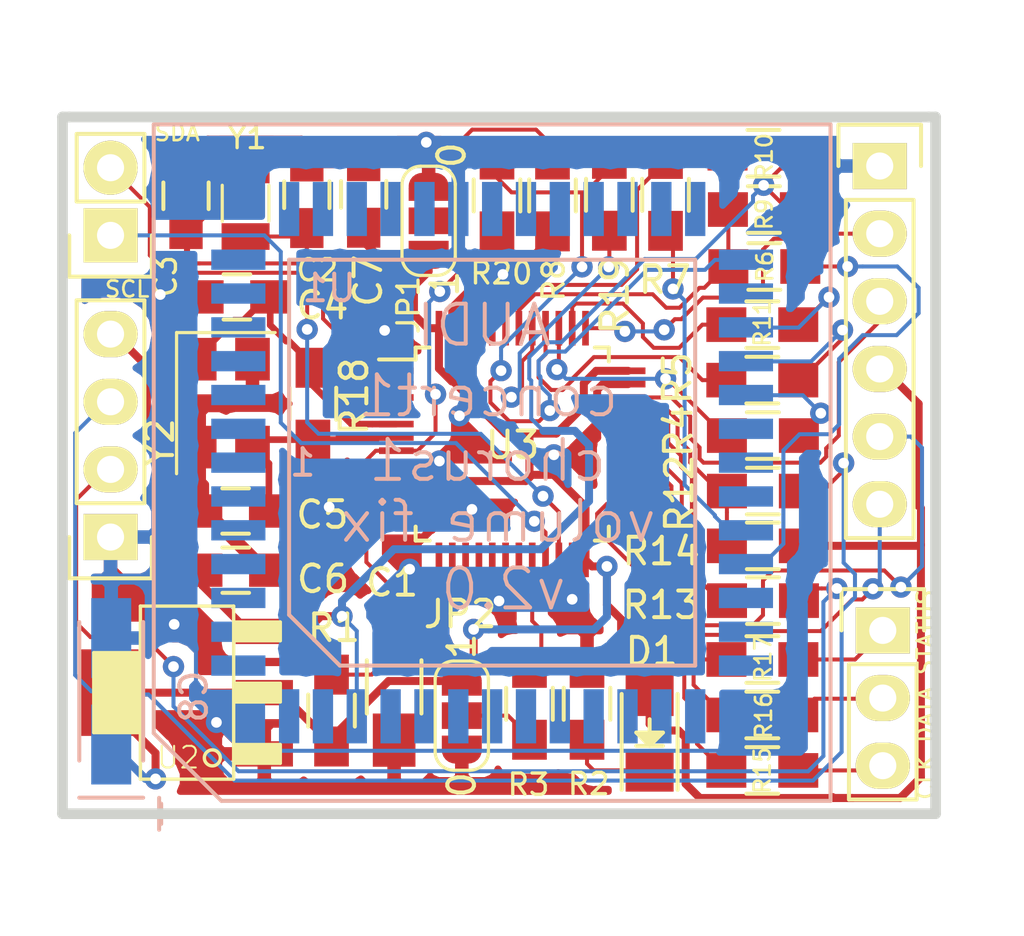
<source format=kicad_pcb>
(kicad_pcb (version 20171130) (host pcbnew 6.0.0-rc1-unknown-ad07b4a~66~ubuntu16.04.1)

  (general
    (thickness 1.6)
    (drawings 14)
    (tracks 674)
    (zones 0)
    (modules 40)
    (nets 42)
  )

  (page A4)
  (layers
    (0 F.Cu signal)
    (31 B.Cu signal)
    (32 B.Adhes user)
    (33 F.Adhes user)
    (34 B.Paste user)
    (35 F.Paste user)
    (36 B.SilkS user)
    (37 F.SilkS user)
    (38 B.Mask user)
    (39 F.Mask user)
    (40 Dwgs.User user)
    (41 Cmts.User user)
    (42 Eco1.User user)
    (43 Eco2.User user)
    (44 Edge.Cuts user)
    (45 Margin user)
    (46 B.CrtYd user)
    (47 F.CrtYd user)
    (48 B.Fab user)
    (49 F.Fab user)
  )

  (setup
    (last_trace_width 0.15)
    (trace_clearance 0.2)
    (zone_clearance 0.508)
    (zone_45_only no)
    (trace_min 0.1)
    (via_size 0.8)
    (via_drill 0.4)
    (via_min_size 0.4)
    (via_min_drill 0.3)
    (uvia_size 0.3)
    (uvia_drill 0.1)
    (uvias_allowed no)
    (uvia_min_size 0.2)
    (uvia_min_drill 0.1)
    (edge_width 0.4)
    (segment_width 0.2)
    (pcb_text_width 0.3)
    (pcb_text_size 1.5 1.5)
    (mod_edge_width 0.15)
    (mod_text_size 1 1)
    (mod_text_width 0.15)
    (pad_size 1.524 1.524)
    (pad_drill 0.762)
    (pad_to_mask_clearance 0.2)
    (solder_mask_min_width 0.25)
    (aux_axis_origin 0 0)
    (visible_elements FFFDFF7F)
    (pcbplotparams
      (layerselection 0x010fc_ffffffff)
      (usegerberextensions false)
      (usegerberattributes false)
      (usegerberadvancedattributes false)
      (creategerberjobfile false)
      (excludeedgelayer true)
      (linewidth 0.050000)
      (plotframeref false)
      (viasonmask false)
      (mode 1)
      (useauxorigin false)
      (hpglpennumber 1)
      (hpglpenspeed 20)
      (hpglpendiameter 15.000000)
      (psnegative false)
      (psa4output false)
      (plotreference true)
      (plotvalue true)
      (plotinvisibletext false)
      (padsonsilk false)
      (subtractmaskfromsilk false)
      (outputformat 1)
      (mirror false)
      (drillshape 0)
      (scaleselection 1)
      (outputdirectory ""))
  )

  (net 0 "")
  (net 1 /RESET)
  (net 2 GND)
  (net 3 3V3)
  (net 4 "Net-(D1-Pad1)")
  (net 5 "Net-(R6-Pad1)")
  (net 6 "Net-(R10-Pad1)")
  (net 7 5V)
  (net 8 /OSC32IN)
  (net 9 /OSC32OUT)
  (net 10 /OSCIN)
  (net 11 /OSCOUT)
  (net 12 /SCL_TO_TDA)
  (net 13 /SDA_TO_TDA)
  (net 14 "Net-(CON2-Pad2)")
  (net 15 "Net-(CON2-Pad3)")
  (net 16 /STATUS_TO_PANEL)
  (net 17 /DATA_TO_PANEL)
  (net 18 /CLOCK_TO_PANEL)
  (net 19 /SWDCLK)
  (net 20 /SWDIO)
  (net 21 /BOOT0)
  (net 22 /BOOT1)
  (net 23 "Net-(R3-Pad1)")
  (net 24 /CLOCK_FROM_MCU)
  (net 25 "Net-(R4-Pad1)")
  (net 26 /DATA_FROM_MCU)
  (net 27 "Net-(R5-Pad2)")
  (net 28 /SCL_FROM_MOTO)
  (net 29 /SDA_FROM_MOTO)
  (net 30 "Net-(R8-Pad1)")
  (net 31 "Net-(R11-Pad1)")
  (net 32 /STATUS_FROM_MCU)
  (net 33 /USB+)
  (net 34 /USB-)
  (net 35 "Net-(R15-Pad2)")
  (net 36 "Net-(R16-Pad2)")
  (net 37 "Net-(R17-Pad2)")
  (net 38 /RESET_KA)
  (net 39 "Net-(R19-Pad2)")
  (net 40 /RX)
  (net 41 /TX)

  (net_class Default "This is the default net class."
    (clearance 0.2)
    (trace_width 0.15)
    (via_dia 0.8)
    (via_drill 0.4)
    (uvia_dia 0.3)
    (uvia_drill 0.1)
    (add_net /BOOT0)
    (add_net /BOOT1)
    (add_net /CLOCK_FROM_MCU)
    (add_net /CLOCK_TO_PANEL)
    (add_net /DATA_FROM_MCU)
    (add_net /DATA_TO_PANEL)
    (add_net /OSC32IN)
    (add_net /OSC32OUT)
    (add_net /OSCIN)
    (add_net /OSCOUT)
    (add_net /RESET)
    (add_net /RESET_KA)
    (add_net /RX)
    (add_net /SCL_FROM_MOTO)
    (add_net /SCL_TO_TDA)
    (add_net /SDA_FROM_MOTO)
    (add_net /SDA_TO_TDA)
    (add_net /STATUS_FROM_MCU)
    (add_net /STATUS_TO_PANEL)
    (add_net /SWDCLK)
    (add_net /SWDIO)
    (add_net /TX)
    (add_net /USB+)
    (add_net /USB-)
    (add_net "Net-(CON2-Pad2)")
    (add_net "Net-(CON2-Pad3)")
    (add_net "Net-(D1-Pad1)")
    (add_net "Net-(R10-Pad1)")
    (add_net "Net-(R11-Pad1)")
    (add_net "Net-(R15-Pad2)")
    (add_net "Net-(R16-Pad2)")
    (add_net "Net-(R17-Pad2)")
    (add_net "Net-(R19-Pad2)")
    (add_net "Net-(R3-Pad1)")
    (add_net "Net-(R4-Pad1)")
    (add_net "Net-(R5-Pad2)")
    (add_net "Net-(R6-Pad1)")
    (add_net "Net-(R8-Pad1)")
  )

  (net_class 3v3 ""
    (clearance 0.2)
    (trace_width 0.3)
    (via_dia 0.8)
    (via_drill 0.4)
    (uvia_dia 0.3)
    (uvia_drill 0.1)
    (add_net 3V3)
  )

  (net_class 5V ""
    (clearance 0.2)
    (trace_width 0.3)
    (via_dia 0.8)
    (via_drill 0.4)
    (uvia_dia 0.3)
    (uvia_drill 0.1)
    (add_net 5V)
  )

  (net_class GND ""
    (clearance 0.2)
    (trace_width 0.3)
    (via_dia 0.8)
    (via_drill 0.4)
    (uvia_dia 0.3)
    (uvia_drill 0.1)
    (add_net GND)
  )

  (module Capacitors_SMD.pretty:C_0805_HandSoldering (layer F.Cu) (tedit 541A9B8D) (tstamp 5AD0EEE8)
    (at 172.9994 96.647 90)
    (descr "Capacitor SMD 0805, hand soldering")
    (tags "capacitor 0805")
    (path /5AD17506)
    (attr smd)
    (fp_text reference C2 (at -2.8321 0.3937 180) (layer F.SilkS)
      (effects (font (size 0.8 0.8) (thickness 0.125)))
    )
    (fp_text value 22p (at 0 2.1 90) (layer F.Fab)
      (effects (font (size 1 1) (thickness 0.15)))
    )
    (fp_line (start -2.3 -1) (end 2.3 -1) (layer F.CrtYd) (width 0.05))
    (fp_line (start -2.3 1) (end 2.3 1) (layer F.CrtYd) (width 0.05))
    (fp_line (start -2.3 -1) (end -2.3 1) (layer F.CrtYd) (width 0.05))
    (fp_line (start 2.3 -1) (end 2.3 1) (layer F.CrtYd) (width 0.05))
    (fp_line (start 0.5 -0.85) (end -0.5 -0.85) (layer F.SilkS) (width 0.15))
    (fp_line (start -0.5 0.85) (end 0.5 0.85) (layer F.SilkS) (width 0.15))
    (pad 1 smd rect (at -1.25 0 90) (size 1.5 1.25) (layers F.Cu F.Paste F.Mask)
      (net 8 /OSC32IN))
    (pad 2 smd rect (at 1.25 0 90) (size 1.5 1.25) (layers F.Cu F.Paste F.Mask)
      (net 2 GND))
    (model /home/nail/src/kicad/modules/packages3d/Capacitors_SMD.3dshapes/C_0805_HandSoldering.wrl
      (at (xyz 0 0 0))
      (scale (xyz 1 1 1))
      (rotate (xyz 0 0 0))
    )
  )

  (module modules:PLCC-52_mirrored (layer F.Cu) (tedit 5AE4B56B) (tstamp 5AD1023E)
    (at 179.954601 106.7054)
    (descr "Support CMS Plcc 52 pins")
    (tags "CMS PLCC")
    (path /5ACFFF11)
    (attr smd)
    (fp_text reference U1 (at -6.117001 -6.5532) (layer B.SilkS)
      (effects (font (size 1 1) (thickness 0.15)) (justify mirror))
    )
    (fp_text value 68HC05_PLCC (at 0.508 4.572) (layer F.Fab)
      (effects (font (size 1 1) (thickness 0.15)))
    )
    (fp_line (start -12.7 10.16) (end -12.7 -12.7) (layer B.SilkS) (width 0.15))
    (fp_line (start -10.16 12.7) (end 12.7 12.7) (layer B.SilkS) (width 0.15))
    (fp_line (start -10.16 12.7) (end -12.7 10.16) (layer B.SilkS) (width 0.15))
    (fp_line (start 12.7 -12.7) (end 12.7 12.7) (layer B.SilkS) (width 0.15))
    (fp_line (start -12.7 -12.7) (end 12.7 -12.7) (layer B.SilkS) (width 0.15))
    (fp_text user 1 (at -7.112 0) (layer B.SilkS)
      (effects (font (size 1 1) (thickness 0.15)) (justify mirror))
    )
    (fp_line (start -7.62 5.715) (end -7.62 -7.62) (layer B.SilkS) (width 0.15))
    (fp_line (start -5.715 7.62) (end -7.62 5.715) (layer B.SilkS) (width 0.15))
    (fp_line (start 7.62 7.62) (end -5.715 7.62) (layer B.SilkS) (width 0.15))
    (fp_line (start 7.62 -7.62) (end 7.62 7.62) (layer B.SilkS) (width 0.15))
    (fp_line (start -7.62 -7.62) (end 7.62 -7.62) (layer B.SilkS) (width 0.15))
    (pad 52 smd rect (at -9.525 -1.27) (size 2.032 0.762) (layers B.Cu B.Paste B.Mask))
    (pad 51 smd rect (at -9.525 -2.54) (size 2.032 0.762) (layers B.Cu B.Paste B.Mask))
    (pad 50 smd rect (at -9.525 -3.81) (size 2.032 0.762) (layers B.Cu B.Paste B.Mask))
    (pad 49 smd rect (at -9.525 -5.08) (size 2.032 0.762) (layers B.Cu B.Paste B.Mask))
    (pad 48 smd rect (at -9.525 -6.35) (size 2.032 0.762) (layers B.Cu B.Paste B.Mask))
    (pad 47 smd rect (at -9.525 -7.62) (size 2.032 0.762) (layers B.Cu B.Paste B.Mask))
    (pad 46 smd rect (at -7.62 -9.525) (size 0.762 2.032) (layers B.Cu B.Paste B.Mask))
    (pad 45 smd rect (at -6.35 -9.525) (size 0.762 2.032) (layers B.Cu B.Paste B.Mask))
    (pad 44 smd rect (at -5.08 -9.525) (size 0.762 2.032) (layers B.Cu B.Paste B.Mask))
    (pad 43 smd rect (at -3.81 -9.525) (size 0.762 2.032) (layers B.Cu B.Paste B.Mask))
    (pad 42 smd rect (at -2.54 -9.525) (size 0.762 2.032) (layers B.Cu B.Paste B.Mask))
    (pad 41 smd rect (at -1.27 -9.525) (size 0.762 2.032) (layers B.Cu B.Paste B.Mask)
      (net 2 GND))
    (pad 40 smd rect (at 0 -9.525) (size 0.762 2.032) (layers B.Cu B.Paste B.Mask))
    (pad 39 smd rect (at 1.27 -9.525) (size 0.762 2.032) (layers B.Cu B.Paste B.Mask))
    (pad 38 smd rect (at 2.54 -9.525) (size 0.762 2.032) (layers B.Cu B.Paste B.Mask))
    (pad 37 smd rect (at 3.81 -9.525) (size 0.762 2.032) (layers B.Cu B.Paste B.Mask))
    (pad 36 smd rect (at 5.08 -9.525) (size 0.762 2.032) (layers B.Cu B.Paste B.Mask))
    (pad 35 smd rect (at 6.35 -9.525) (size 0.762 2.032) (layers B.Cu B.Paste B.Mask))
    (pad 34 smd rect (at 7.62 -9.525) (size 0.762 2.032) (layers B.Cu B.Paste B.Mask))
    (pad 33 smd rect (at 9.525 -7.62) (size 2.032 0.762) (layers B.Cu B.Paste B.Mask)
      (net 38 /RESET_KA))
    (pad 32 smd rect (at 9.525 -6.35) (size 2.032 0.762) (layers B.Cu B.Paste B.Mask))
    (pad 31 smd rect (at 9.525 -5.08) (size 2.032 0.762) (layers B.Cu B.Paste B.Mask)
      (net 32 /STATUS_FROM_MCU))
    (pad 30 smd rect (at 9.525 -3.81) (size 2.032 0.762) (layers B.Cu B.Paste B.Mask)
      (net 26 /DATA_FROM_MCU))
    (pad 29 smd rect (at 9.525 -2.54) (size 2.032 0.762) (layers B.Cu B.Paste B.Mask)
      (net 24 /CLOCK_FROM_MCU))
    (pad 28 smd rect (at 9.525 -1.27) (size 2.032 0.762) (layers B.Cu B.Paste B.Mask))
    (pad 27 smd rect (at 9.525 0) (size 2.032 0.762) (layers B.Cu B.Paste B.Mask))
    (pad 26 smd rect (at 9.525 1.27) (size 2.032 0.762) (layers B.Cu B.Paste B.Mask))
    (pad 25 smd rect (at 9.525 2.54) (size 2.032 0.762) (layers B.Cu B.Paste B.Mask)
      (net 29 /SDA_FROM_MOTO))
    (pad 24 smd rect (at 9.525 3.81) (size 2.032 0.762) (layers B.Cu B.Paste B.Mask)
      (net 28 /SCL_FROM_MOTO))
    (pad 23 smd rect (at 9.525 5.08) (size 2.032 0.762) (layers B.Cu B.Paste B.Mask))
    (pad 22 smd rect (at 9.525 6.35) (size 2.032 0.762) (layers B.Cu B.Paste B.Mask))
    (pad 21 smd rect (at 9.525 7.62) (size 2.032 0.762) (layers B.Cu B.Paste B.Mask))
    (pad 20 smd rect (at 7.62 9.525) (size 0.762 2.032) (layers B.Cu B.Paste B.Mask))
    (pad 19 smd rect (at 6.35 9.525) (size 0.762 2.032) (layers B.Cu B.Paste B.Mask))
    (pad 18 smd rect (at 5.08 9.525) (size 0.762 2.032) (layers B.Cu B.Paste B.Mask))
    (pad 17 smd rect (at 3.81 9.525) (size 0.762 2.032) (layers B.Cu B.Paste B.Mask))
    (pad 16 smd rect (at 2.54 9.525) (size 0.762 2.032) (layers B.Cu B.Paste B.Mask))
    (pad 15 smd rect (at 1.27 9.525) (size 0.762 2.032) (layers B.Cu B.Paste B.Mask))
    (pad 14 smd rect (at 0 9.525) (size 0.762 2.032) (layers B.Cu B.Paste B.Mask))
    (pad 13 smd rect (at -1.27 9.525) (size 0.762 2.032) (layers B.Cu B.Paste B.Mask))
    (pad 12 smd rect (at -2.54 9.525) (size 0.762 2.032) (layers B.Cu B.Paste B.Mask))
    (pad 11 smd rect (at -3.81 9.525) (size 0.762 2.032) (layers B.Cu B.Paste B.Mask))
    (pad 10 smd rect (at -5.08 9.525) (size 0.762 2.032) (layers B.Cu B.Paste B.Mask)
      (net 7 5V))
    (pad 9 smd rect (at -6.35 9.525) (size 0.762 2.032) (layers B.Cu B.Paste B.Mask))
    (pad 8 smd rect (at -7.62 9.525) (size 0.762 2.032) (layers B.Cu B.Paste B.Mask))
    (pad 7 smd rect (at -9.525 7.62) (size 2.032 0.762) (layers B.Cu B.Paste B.Mask))
    (pad 6 smd rect (at -9.525 6.35) (size 2.032 0.762) (layers B.Cu B.Paste B.Mask))
    (pad 5 smd rect (at -9.525 5.08) (size 2.032 0.762) (layers B.Cu B.Paste B.Mask))
    (pad 4 smd rect (at -9.525 3.81) (size 2.032 0.762) (layers B.Cu B.Paste B.Mask))
    (pad 3 smd rect (at -9.525 2.54) (size 2.032 0.762) (layers B.Cu B.Paste B.Mask))
    (pad 2 smd rect (at -9.525 1.27) (size 2.032 0.762) (layers B.Cu B.Paste B.Mask))
    (pad 1 smd rect (at -9.525 0) (size 2.032 0.762) (layers B.Cu B.Paste B.Mask))
  )

  (module Capacitors_Tantalum_SMD.pretty:TantalC_SizeA_EIA-3216_HandSoldering (layer B.Cu) (tedit 0) (tstamp 5C2CC6FF)
    (at 165.6588 115.2906 90)
    (descr "Tantal Cap. , Size A, EIA-3216, Hand Soldering,")
    (tags "Tantal Cap. , Size A, EIA-3216, Hand Soldering,")
    (path /5AD4F769)
    (attr smd)
    (fp_text reference C8 (at -0.20066 3.0988 90) (layer B.SilkS)
      (effects (font (size 1 1) (thickness 0.15)) (justify mirror))
    )
    (fp_text value 10u/16V (at -0.09906 -3.0988 90) (layer B.Fab)
      (effects (font (size 1 1) (thickness 0.15)) (justify mirror))
    )
    (fp_text user + (at -4.59994 1.80086 90) (layer B.SilkS)
      (effects (font (size 1 1) (thickness 0.15)) (justify mirror))
    )
    (fp_line (start -2.60096 -1.19888) (end 2.60096 -1.19888) (layer B.SilkS) (width 0.15))
    (fp_line (start 2.60096 1.19888) (end -2.60096 1.19888) (layer B.SilkS) (width 0.15))
    (fp_line (start -4.59994 2.2987) (end -4.59994 1.19888) (layer B.SilkS) (width 0.15))
    (fp_line (start -5.19938 1.79832) (end -4.0005 1.79832) (layer B.SilkS) (width 0.15))
    (fp_line (start -3.99542 1.19888) (end -3.99542 -1.19888) (layer B.SilkS) (width 0.15))
    (pad 2 smd rect (at 1.99898 0 90) (size 2.99974 1.50114) (layers B.Cu B.Paste B.Mask)
      (net 2 GND))
    (pad 1 smd rect (at -1.99898 0 90) (size 2.99974 1.50114) (layers B.Cu B.Paste B.Mask)
      (net 3 3V3))
    (model Capacitors_Tantalum_SMD.3dshapes/TantalC_SizeA_EIA-3216_HandSoldering.wrl
      (at (xyz 0 0 0))
      (scale (xyz 1 1 1))
      (rotate (xyz 0 0 180))
    )
  )

  (module Capacitors_SMD.pretty:C_1206_HandSoldering (layer F.Cu) (tedit 541A9C03) (tstamp 5AD0F790)
    (at 176.276 115.1255 270)
    (descr "Capacitor SMD 1206, hand soldering")
    (tags "capacitor 1206")
    (path /5AD16DB5)
    (attr smd)
    (fp_text reference C1 (at -3.9177 0.0762) (layer F.SilkS)
      (effects (font (size 1 1) (thickness 0.15)))
    )
    (fp_text value 1uF (at 0 2.3 270) (layer F.Fab)
      (effects (font (size 1 1) (thickness 0.15)))
    )
    (fp_line (start -3.3 -1.15) (end 3.3 -1.15) (layer F.CrtYd) (width 0.05))
    (fp_line (start -3.3 1.15) (end 3.3 1.15) (layer F.CrtYd) (width 0.05))
    (fp_line (start -3.3 -1.15) (end -3.3 1.15) (layer F.CrtYd) (width 0.05))
    (fp_line (start 3.3 -1.15) (end 3.3 1.15) (layer F.CrtYd) (width 0.05))
    (fp_line (start 1 -1.025) (end -1 -1.025) (layer F.SilkS) (width 0.15))
    (fp_line (start -1 1.025) (end 1 1.025) (layer F.SilkS) (width 0.15))
    (pad 1 smd rect (at -2 0 270) (size 2 1.6) (layers F.Cu F.Paste F.Mask)
      (net 1 /RESET))
    (pad 2 smd rect (at 2 0 270) (size 2 1.6) (layers F.Cu F.Paste F.Mask)
      (net 2 GND))
    (model /home/nail/src/kicad/modules/packages3d/Capacitors_Tantalum_SMD.3dshapes/CP_Tantalum_Case-A_EIA-3216-18.wrl
      (at (xyz 0 0 0))
      (scale (xyz 1 1 1))
      (rotate (xyz 0 0 0))
    )
  )

  (module Jumper:SolderJumper-3_P1.3mm_Open_RoundedPad1.0x1.5mm_NumberLabels (layer F.Cu) (tedit 5AD0CB70) (tstamp 5AD0EF9B)
    (at 178.816 116.205 90)
    (descr "SMD Solder 3-pad Jumper, 1x1.5mm rounded Pads, 0.3mm gap, open, labeled with numbers")
    (tags "solder jumper open")
    (path /5AD0CF74)
    (attr virtual)
    (fp_text reference JP2 (at 3.81 -0.0635 180) (layer F.SilkS)
      (effects (font (size 1 1) (thickness 0.15)))
    )
    (fp_text value SolderJumper_3_Open (at 0 1.9 90) (layer F.Fab)
      (effects (font (size 1 1) (thickness 0.15)))
    )
    (fp_arc (start -1.35 -0.3) (end -1.35 -1) (angle -90) (layer F.SilkS) (width 0.12))
    (fp_arc (start -1.35 0.3) (end -2.05 0.3) (angle -90) (layer F.SilkS) (width 0.12))
    (fp_arc (start 1.35 0.3) (end 1.35 1) (angle -90) (layer F.SilkS) (width 0.12))
    (fp_arc (start 1.35 -0.3) (end 2.05 -0.3) (angle -90) (layer F.SilkS) (width 0.12))
    (fp_line (start 2.3 1.25) (end -2.3 1.25) (layer F.CrtYd) (width 0.05))
    (fp_line (start 2.3 1.25) (end 2.3 -1.25) (layer F.CrtYd) (width 0.05))
    (fp_line (start -2.3 -1.25) (end -2.3 1.25) (layer F.CrtYd) (width 0.05))
    (fp_line (start -2.3 -1.25) (end 2.3 -1.25) (layer F.CrtYd) (width 0.05))
    (fp_line (start -1.4 -1) (end 1.4 -1) (layer F.SilkS) (width 0.12))
    (fp_line (start 2.05 -0.3) (end 2.05 0.3) (layer F.SilkS) (width 0.12))
    (fp_line (start 1.4 1) (end -1.4 1) (layer F.SilkS) (width 0.12))
    (fp_line (start -2.05 0.3) (end -2.05 -0.3) (layer F.SilkS) (width 0.12))
    (fp_text user 0 (at -2.6 0 90) (layer F.SilkS)
      (effects (font (size 1 1) (thickness 0.15)))
    )
    (fp_text user 1 (at 2.6 0 90) (layer F.SilkS)
      (effects (font (size 1 1) (thickness 0.15)))
    )
    (pad 3 smd rect (at 1 0 90) (size 0.5 1.5) (layers F.Cu F.Mask)
      (net 3 3V3))
    (pad 3 smd roundrect (at 1.3 0 90) (size 1 1.5) (layers F.Cu F.Mask) (roundrect_rratio 0.5)
      (net 3 3V3))
    (pad 2 smd rect (at 0 0 90) (size 1 1.5) (layers F.Cu F.Mask)
      (net 22 /BOOT1))
    (pad 1 smd rect (at -1 0 90) (size 0.5 1.5) (layers F.Cu F.Mask)
      (net 2 GND))
    (pad 1 smd roundrect (at -1.3 0 90) (size 1 1.5) (layers F.Cu F.Mask) (roundrect_rratio 0.5)
      (net 2 GND))
  )

  (module Resistors_SMD.pretty:R_0805_HandSoldering (layer F.Cu) (tedit 5AD0C99C) (tstamp 5AD0EFBF)
    (at 190.1152 109.8296 180)
    (descr "Resistor SMD 0805, hand soldering")
    (tags "resistor 0805")
    (path /5AD67C4F)
    (attr smd)
    (fp_text reference R14 (at 3.8189 -0.2032) (layer F.SilkS)
      (effects (font (size 1 1) (thickness 0.15)))
    )
    (fp_text value 1k5 (at 0 2.1 180) (layer F.Fab)
      (effects (font (size 1 1) (thickness 0.15)))
    )
    (fp_line (start -0.6 -0.875) (end 0.6 -0.875) (layer F.SilkS) (width 0.15))
    (fp_line (start 0.6 0.875) (end -0.6 0.875) (layer F.SilkS) (width 0.15))
    (fp_line (start 2.4 -1) (end 2.4 1) (layer F.CrtYd) (width 0.05))
    (fp_line (start -2.4 -1) (end -2.4 1) (layer F.CrtYd) (width 0.05))
    (fp_line (start -2.4 1) (end 2.4 1) (layer F.CrtYd) (width 0.05))
    (fp_line (start -2.4 -1) (end 2.4 -1) (layer F.CrtYd) (width 0.05))
    (pad 2 smd rect (at 1.35 0 180) (size 1.5 1.3) (layers F.Cu F.Paste F.Mask)
      (net 33 /USB+))
    (pad 1 smd rect (at -1.35 0 180) (size 1.5 1.3) (layers F.Cu F.Paste F.Mask)
      (net 3 3V3))
    (model /home/nail/src/kicad/modules/packages3d/Resistors_SMD.3dshapes/R_0805_HandSoldering.wrl
      (at (xyz 0 0 0))
      (scale (xyz 1 1 1))
      (rotate (xyz 0 0 0))
    )
  )

  (module Housings_QFP:LQFP-48_7x7mm_Pitch0.5mm (layer F.Cu) (tedit 54130A77) (tstamp 5AD0F079)
    (at 180.7083 106.0069)
    (descr "48 LEAD LQFP 7x7mm (see MICREL LQFP7x7-48LD-PL-1.pdf)")
    (tags "QFP 0.5")
    (path /5AFA2F29)
    (attr smd)
    (fp_text reference U3 (at 0.0127 0.0381) (layer F.SilkS)
      (effects (font (size 1 1) (thickness 0.15)))
    )
    (fp_text value STM32F103C8Tx (at 0 6) (layer F.Fab)
      (effects (font (size 1 1) (thickness 0.15)))
    )
    (fp_line (start -3.625 -3.175) (end -5 -3.175) (layer F.SilkS) (width 0.15))
    (fp_line (start 3.625 -3.625) (end 3.1 -3.625) (layer F.SilkS) (width 0.15))
    (fp_line (start 3.625 3.625) (end 3.1 3.625) (layer F.SilkS) (width 0.15))
    (fp_line (start -3.625 3.625) (end -3.1 3.625) (layer F.SilkS) (width 0.15))
    (fp_line (start -3.625 -3.625) (end -3.1 -3.625) (layer F.SilkS) (width 0.15))
    (fp_line (start -3.625 3.625) (end -3.625 3.1) (layer F.SilkS) (width 0.15))
    (fp_line (start 3.625 3.625) (end 3.625 3.1) (layer F.SilkS) (width 0.15))
    (fp_line (start 3.625 -3.625) (end 3.625 -3.1) (layer F.SilkS) (width 0.15))
    (fp_line (start -3.625 -3.625) (end -3.625 -3.175) (layer F.SilkS) (width 0.15))
    (fp_line (start -5.25 5.25) (end 5.25 5.25) (layer F.CrtYd) (width 0.05))
    (fp_line (start -5.25 -5.25) (end 5.25 -5.25) (layer F.CrtYd) (width 0.05))
    (fp_line (start 5.25 -5.25) (end 5.25 5.25) (layer F.CrtYd) (width 0.05))
    (fp_line (start -5.25 -5.25) (end -5.25 5.25) (layer F.CrtYd) (width 0.05))
    (fp_line (start -3.5 -2.5) (end -2.5 -3.5) (layer F.Fab) (width 0.15))
    (fp_line (start -3.5 3.5) (end -3.5 -2.5) (layer F.Fab) (width 0.15))
    (fp_line (start 3.5 3.5) (end -3.5 3.5) (layer F.Fab) (width 0.15))
    (fp_line (start 3.5 -3.5) (end 3.5 3.5) (layer F.Fab) (width 0.15))
    (fp_line (start -2.5 -3.5) (end 3.5 -3.5) (layer F.Fab) (width 0.15))
    (fp_text user %R (at 0 0) (layer F.Fab)
      (effects (font (size 1 1) (thickness 0.15)))
    )
    (pad 48 smd rect (at -2.75 -4.35 90) (size 1.3 0.25) (layers F.Cu F.Paste F.Mask)
      (net 3 3V3))
    (pad 47 smd rect (at -2.25 -4.35 90) (size 1.3 0.25) (layers F.Cu F.Paste F.Mask)
      (net 2 GND))
    (pad 46 smd rect (at -1.75 -4.35 90) (size 1.3 0.25) (layers F.Cu F.Paste F.Mask))
    (pad 45 smd rect (at -1.25 -4.35 90) (size 1.3 0.25) (layers F.Cu F.Paste F.Mask))
    (pad 44 smd rect (at -0.75 -4.35 90) (size 1.3 0.25) (layers F.Cu F.Paste F.Mask)
      (net 30 "Net-(R8-Pad1)"))
    (pad 43 smd rect (at -0.25 -4.35 90) (size 1.3 0.25) (layers F.Cu F.Paste F.Mask)
      (net 6 "Net-(R10-Pad1)"))
    (pad 42 smd rect (at 0.25 -4.35 90) (size 1.3 0.25) (layers F.Cu F.Paste F.Mask)
      (net 5 "Net-(R6-Pad1)"))
    (pad 41 smd rect (at 0.75 -4.35 90) (size 1.3 0.25) (layers F.Cu F.Paste F.Mask)
      (net 39 "Net-(R19-Pad2)"))
    (pad 40 smd rect (at 1.25 -4.35 90) (size 1.3 0.25) (layers F.Cu F.Paste F.Mask)
      (net 27 "Net-(R5-Pad2)"))
    (pad 39 smd rect (at 1.75 -4.35 90) (size 1.3 0.25) (layers F.Cu F.Paste F.Mask)
      (net 25 "Net-(R4-Pad1)"))
    (pad 38 smd rect (at 2.25 -4.35 90) (size 1.3 0.25) (layers F.Cu F.Paste F.Mask)
      (net 31 "Net-(R11-Pad1)"))
    (pad 37 smd rect (at 2.75 -4.35 90) (size 1.3 0.25) (layers F.Cu F.Paste F.Mask)
      (net 19 /SWDCLK))
    (pad 36 smd rect (at 4.35 -2.75) (size 1.3 0.25) (layers F.Cu F.Paste F.Mask)
      (net 3 3V3))
    (pad 35 smd rect (at 4.35 -2.25) (size 1.3 0.25) (layers F.Cu F.Paste F.Mask)
      (net 2 GND))
    (pad 34 smd rect (at 4.35 -1.75) (size 1.3 0.25) (layers F.Cu F.Paste F.Mask)
      (net 20 /SWDIO))
    (pad 33 smd rect (at 4.35 -1.25) (size 1.3 0.25) (layers F.Cu F.Paste F.Mask)
      (net 33 /USB+))
    (pad 32 smd rect (at 4.35 -0.75) (size 1.3 0.25) (layers F.Cu F.Paste F.Mask)
      (net 34 /USB-))
    (pad 31 smd rect (at 4.35 -0.25) (size 1.3 0.25) (layers F.Cu F.Paste F.Mask)
      (net 40 /RX))
    (pad 30 smd rect (at 4.35 0.25) (size 1.3 0.25) (layers F.Cu F.Paste F.Mask)
      (net 41 /TX))
    (pad 29 smd rect (at 4.35 0.75) (size 1.3 0.25) (layers F.Cu F.Paste F.Mask))
    (pad 28 smd rect (at 4.35 1.25) (size 1.3 0.25) (layers F.Cu F.Paste F.Mask)
      (net 37 "Net-(R17-Pad2)"))
    (pad 27 smd rect (at 4.35 1.75) (size 1.3 0.25) (layers F.Cu F.Paste F.Mask)
      (net 36 "Net-(R16-Pad2)"))
    (pad 26 smd rect (at 4.35 2.25) (size 1.3 0.25) (layers F.Cu F.Paste F.Mask)
      (net 35 "Net-(R15-Pad2)"))
    (pad 25 smd rect (at 4.35 2.75) (size 1.3 0.25) (layers F.Cu F.Paste F.Mask))
    (pad 24 smd rect (at 2.75 4.35 90) (size 1.3 0.25) (layers F.Cu F.Paste F.Mask)
      (net 3 3V3))
    (pad 23 smd rect (at 2.25 4.35 90) (size 1.3 0.25) (layers F.Cu F.Paste F.Mask)
      (net 2 GND))
    (pad 22 smd rect (at 1.75 4.35 90) (size 1.3 0.25) (layers F.Cu F.Paste F.Mask)
      (net 13 /SDA_TO_TDA))
    (pad 21 smd rect (at 1.25 4.35 90) (size 1.3 0.25) (layers F.Cu F.Paste F.Mask)
      (net 12 /SCL_TO_TDA))
    (pad 20 smd rect (at 0.75 4.35 90) (size 1.3 0.25) (layers F.Cu F.Paste F.Mask)
      (net 23 "Net-(R3-Pad1)"))
    (pad 19 smd rect (at 0.25 4.35 90) (size 1.3 0.25) (layers F.Cu F.Paste F.Mask))
    (pad 18 smd rect (at -0.25 4.35 90) (size 1.3 0.25) (layers F.Cu F.Paste F.Mask))
    (pad 17 smd rect (at -0.75 4.35 90) (size 1.3 0.25) (layers F.Cu F.Paste F.Mask))
    (pad 16 smd rect (at -1.25 4.35 90) (size 1.3 0.25) (layers F.Cu F.Paste F.Mask))
    (pad 15 smd rect (at -1.75 4.35 90) (size 1.3 0.25) (layers F.Cu F.Paste F.Mask))
    (pad 14 smd rect (at -2.25 4.35 90) (size 1.3 0.25) (layers F.Cu F.Paste F.Mask))
    (pad 13 smd rect (at -2.75 4.35 90) (size 1.3 0.25) (layers F.Cu F.Paste F.Mask))
    (pad 12 smd rect (at -4.35 2.75) (size 1.3 0.25) (layers F.Cu F.Paste F.Mask))
    (pad 11 smd rect (at -4.35 2.25) (size 1.3 0.25) (layers F.Cu F.Paste F.Mask))
    (pad 10 smd rect (at -4.35 1.75) (size 1.3 0.25) (layers F.Cu F.Paste F.Mask))
    (pad 9 smd rect (at -4.35 1.25) (size 1.3 0.25) (layers F.Cu F.Paste F.Mask)
      (net 3 3V3))
    (pad 8 smd rect (at -4.35 0.75) (size 1.3 0.25) (layers F.Cu F.Paste F.Mask)
      (net 2 GND))
    (pad 7 smd rect (at -4.35 0.25) (size 1.3 0.25) (layers F.Cu F.Paste F.Mask)
      (net 1 /RESET))
    (pad 6 smd rect (at -4.35 -0.25) (size 1.3 0.25) (layers F.Cu F.Paste F.Mask)
      (net 11 /OSCOUT))
    (pad 5 smd rect (at -4.35 -0.75) (size 1.3 0.25) (layers F.Cu F.Paste F.Mask)
      (net 10 /OSCIN))
    (pad 4 smd rect (at -4.35 -1.25) (size 1.3 0.25) (layers F.Cu F.Paste F.Mask)
      (net 9 /OSC32OUT))
    (pad 3 smd rect (at -4.35 -1.75) (size 1.3 0.25) (layers F.Cu F.Paste F.Mask)
      (net 8 /OSC32IN))
    (pad 2 smd rect (at -4.35 -2.25) (size 1.3 0.25) (layers F.Cu F.Paste F.Mask))
    (pad 1 smd rect (at -4.35 -2.75) (size 1.3 0.25) (layers F.Cu F.Paste F.Mask))
    (model ${KISYS3DMOD}/Package_QFP.3dshapes/LQFP-48_7x7mm_P0.5mm.step
      (at (xyz 0 0 0))
      (scale (xyz 1 1 1))
      (rotate (xyz 0 0 0))
    )
  )

  (module LEDs.pretty:LED-1206 (layer F.Cu) (tedit 55BDE2E8) (tstamp 5AD0ED11)
    (at 185.8645 116.84 90)
    (descr "LED 1206 smd package")
    (tags "LED1206 SMD")
    (path /5AD3B7A2)
    (attr smd)
    (fp_text reference D1 (at 3.048 0.0762 -180) (layer F.SilkS)
      (effects (font (size 1 1) (thickness 0.15)))
    )
    (fp_text value red (at 0 2 90) (layer F.Fab)
      (effects (font (size 1 1) (thickness 0.15)))
    )
    (fp_line (start -2.15 1.05) (end 1.45 1.05) (layer F.SilkS) (width 0.15))
    (fp_line (start -2.15 -1.05) (end 1.45 -1.05) (layer F.SilkS) (width 0.15))
    (fp_line (start -0.1 -0.3) (end -0.1 0.3) (layer F.SilkS) (width 0.15))
    (fp_line (start -0.1 0.3) (end -0.4 0) (layer F.SilkS) (width 0.15))
    (fp_line (start -0.4 0) (end -0.2 -0.2) (layer F.SilkS) (width 0.15))
    (fp_line (start -0.2 -0.2) (end -0.2 0.05) (layer F.SilkS) (width 0.15))
    (fp_line (start -0.2 0.05) (end -0.25 0) (layer F.SilkS) (width 0.15))
    (fp_line (start -0.5 -0.5) (end -0.5 0.5) (layer F.SilkS) (width 0.15))
    (fp_line (start 0 0) (end 0.5 0) (layer F.SilkS) (width 0.15))
    (fp_line (start -0.5 0) (end 0 -0.5) (layer F.SilkS) (width 0.15))
    (fp_line (start 0 -0.5) (end 0 0.5) (layer F.SilkS) (width 0.15))
    (fp_line (start 0 0.5) (end -0.5 0) (layer F.SilkS) (width 0.15))
    (fp_line (start 2.5 -1.25) (end -2.5 -1.25) (layer F.CrtYd) (width 0.05))
    (fp_line (start -2.5 -1.25) (end -2.5 1.25) (layer F.CrtYd) (width 0.05))
    (fp_line (start -2.5 1.25) (end 2.5 1.25) (layer F.CrtYd) (width 0.05))
    (fp_line (start 2.5 1.25) (end 2.5 -1.25) (layer F.CrtYd) (width 0.05))
    (pad 2 smd rect (at 1.41986 0 270) (size 1.59766 1.80086) (layers F.Cu F.Paste F.Mask)
      (net 3 3V3))
    (pad 1 smd rect (at -1.41986 0 270) (size 1.59766 1.80086) (layers F.Cu F.Paste F.Mask)
      (net 4 "Net-(D1-Pad1)"))
    (model /home/nail/src/kicad/modules/packages3d/unused_3d.3dshapes/smd.led_0805.wrl
      (at (xyz 0 0 0))
      (scale (xyz 0.7 0.7 0.7))
      (rotate (xyz 0 0 0))
    )
  )

  (module Resistors_SMD.pretty:R_0805_HandSoldering (layer F.Cu) (tedit 54189DEE) (tstamp 5AD1033F)
    (at 173.9265 116.0145 270)
    (descr "Resistor SMD 0805, hand soldering")
    (tags "resistor 0805")
    (path /5AD15964)
    (attr smd)
    (fp_text reference R1 (at -3.1026 -0.0889) (layer F.SilkS)
      (effects (font (size 1 1) (thickness 0.15)))
    )
    (fp_text value 100k (at 0 2.1 270) (layer F.Fab)
      (effects (font (size 1 1) (thickness 0.15)))
    )
    (fp_line (start -0.6 -0.875) (end 0.6 -0.875) (layer F.SilkS) (width 0.15))
    (fp_line (start 0.6 0.875) (end -0.6 0.875) (layer F.SilkS) (width 0.15))
    (fp_line (start 2.4 -1) (end 2.4 1) (layer F.CrtYd) (width 0.05))
    (fp_line (start -2.4 -1) (end -2.4 1) (layer F.CrtYd) (width 0.05))
    (fp_line (start -2.4 1) (end 2.4 1) (layer F.CrtYd) (width 0.05))
    (fp_line (start -2.4 -1) (end 2.4 -1) (layer F.CrtYd) (width 0.05))
    (pad 2 smd rect (at 1.35 0 270) (size 1.5 1.3) (layers F.Cu F.Paste F.Mask)
      (net 3 3V3))
    (pad 1 smd rect (at -1.35 0 270) (size 1.5 1.3) (layers F.Cu F.Paste F.Mask)
      (net 1 /RESET))
    (model /home/nail/src/kicad/modules/packages3d/Resistors_SMD.3dshapes/R_0805_HandSoldering.wrl
      (at (xyz 0 0 0))
      (scale (xyz 1 1 1))
      (rotate (xyz 0 0 0))
    )
  )

  (module Resistors_SMD.pretty:R_0805_HandSoldering (layer F.Cu) (tedit 54189DEE) (tstamp 5AD0F7F3)
    (at 183.515 115.7605 270)
    (descr "Resistor SMD 0805, hand soldering")
    (tags "resistor 0805")
    (path /5AD3CC53)
    (attr smd)
    (fp_text reference R2 (at 3.0099 -0.0635) (layer F.SilkS)
      (effects (font (size 0.8 0.8) (thickness 0.125)))
    )
    (fp_text value 1k (at 0 2.1 270) (layer F.Fab)
      (effects (font (size 1 1) (thickness 0.15)))
    )
    (fp_line (start -2.4 -1) (end 2.4 -1) (layer F.CrtYd) (width 0.05))
    (fp_line (start -2.4 1) (end 2.4 1) (layer F.CrtYd) (width 0.05))
    (fp_line (start -2.4 -1) (end -2.4 1) (layer F.CrtYd) (width 0.05))
    (fp_line (start 2.4 -1) (end 2.4 1) (layer F.CrtYd) (width 0.05))
    (fp_line (start 0.6 0.875) (end -0.6 0.875) (layer F.SilkS) (width 0.15))
    (fp_line (start -0.6 -0.875) (end 0.6 -0.875) (layer F.SilkS) (width 0.15))
    (pad 1 smd rect (at -1.35 0 270) (size 1.5 1.3) (layers F.Cu F.Paste F.Mask)
      (net 2 GND))
    (pad 2 smd rect (at 1.35 0 270) (size 1.5 1.3) (layers F.Cu F.Paste F.Mask)
      (net 4 "Net-(D1-Pad1)"))
    (model /home/nail/src/kicad/modules/packages3d/Resistors_SMD.3dshapes/R_0805_HandSoldering.wrl
      (at (xyz 0 0 0))
      (scale (xyz 1 1 1))
      (rotate (xyz 0 0 0))
    )
  )

  (module Resistors_SMD.pretty:R_0805_HandSoldering (layer F.Cu) (tedit 54189DEE) (tstamp 5AD0F835)
    (at 181.356 115.7605 270)
    (descr "Resistor SMD 0805, hand soldering")
    (tags "resistor 0805")
    (path /5AD0B291)
    (attr smd)
    (fp_text reference R3 (at 3.0353 0.0381) (layer F.SilkS)
      (effects (font (size 0.8 0.8) (thickness 0.125)))
    )
    (fp_text value 100k (at 0 2.1 270) (layer F.Fab)
      (effects (font (size 1 1) (thickness 0.15)))
    )
    (fp_line (start -2.4 -1) (end 2.4 -1) (layer F.CrtYd) (width 0.05))
    (fp_line (start -2.4 1) (end 2.4 1) (layer F.CrtYd) (width 0.05))
    (fp_line (start -2.4 -1) (end -2.4 1) (layer F.CrtYd) (width 0.05))
    (fp_line (start 2.4 -1) (end 2.4 1) (layer F.CrtYd) (width 0.05))
    (fp_line (start 0.6 0.875) (end -0.6 0.875) (layer F.SilkS) (width 0.15))
    (fp_line (start -0.6 -0.875) (end 0.6 -0.875) (layer F.SilkS) (width 0.15))
    (pad 1 smd rect (at -1.35 0 270) (size 1.5 1.3) (layers F.Cu F.Paste F.Mask)
      (net 23 "Net-(R3-Pad1)"))
    (pad 2 smd rect (at 1.35 0 270) (size 1.5 1.3) (layers F.Cu F.Paste F.Mask)
      (net 22 /BOOT1))
    (model /home/nail/src/kicad/modules/packages3d/Resistors_SMD.3dshapes/R_0805_HandSoldering.wrl
      (at (xyz 0 0 0))
      (scale (xyz 1 1 1))
      (rotate (xyz 0 0 0))
    )
  )

  (module Resistors_SMD.pretty:R_0805_HandSoldering (layer F.Cu) (tedit 54189DEE) (tstamp 5AD10576)
    (at 190.1152 105.6894)
    (descr "Resistor SMD 0805, hand soldering")
    (tags "resistor 0805")
    (path /5AD026E6)
    (attr smd)
    (fp_text reference R4 (at -3.1712 -0.16764 90) (layer F.SilkS)
      (effects (font (size 1 1) (thickness 0.15)))
    )
    (fp_text value 1k (at 0 2.1) (layer F.Fab)
      (effects (font (size 1 1) (thickness 0.15)))
    )
    (fp_line (start -0.6 -0.875) (end 0.6 -0.875) (layer F.SilkS) (width 0.15))
    (fp_line (start 0.6 0.875) (end -0.6 0.875) (layer F.SilkS) (width 0.15))
    (fp_line (start 2.4 -1) (end 2.4 1) (layer F.CrtYd) (width 0.05))
    (fp_line (start -2.4 -1) (end -2.4 1) (layer F.CrtYd) (width 0.05))
    (fp_line (start -2.4 1) (end 2.4 1) (layer F.CrtYd) (width 0.05))
    (fp_line (start -2.4 -1) (end 2.4 -1) (layer F.CrtYd) (width 0.05))
    (pad 2 smd rect (at 1.35 0) (size 1.5 1.3) (layers F.Cu F.Paste F.Mask)
      (net 24 /CLOCK_FROM_MCU))
    (pad 1 smd rect (at -1.35 0) (size 1.5 1.3) (layers F.Cu F.Paste F.Mask)
      (net 25 "Net-(R4-Pad1)"))
    (model /home/nail/src/kicad/modules/packages3d/Resistors_SMD.3dshapes/R_0805_HandSoldering.wrl
      (at (xyz 0 0 0))
      (scale (xyz 1 1 1))
      (rotate (xyz 0 0 0))
    )
  )

  (module Resistors_SMD.pretty:R_0805_HandSoldering (layer F.Cu) (tedit 54189DEE) (tstamp 5AD0F856)
    (at 190.0936 103.6066 180)
    (descr "Resistor SMD 0805, hand soldering")
    (tags "resistor 0805")
    (path /5AD033F9)
    (attr smd)
    (fp_text reference R5 (at 3.19152 0.07112 270) (layer F.SilkS)
      (effects (font (size 1 1) (thickness 0.15)))
    )
    (fp_text value 1k (at 0 2.1 180) (layer F.Fab)
      (effects (font (size 1 1) (thickness 0.15)))
    )
    (fp_line (start -2.4 -1) (end 2.4 -1) (layer F.CrtYd) (width 0.05))
    (fp_line (start -2.4 1) (end 2.4 1) (layer F.CrtYd) (width 0.05))
    (fp_line (start -2.4 -1) (end -2.4 1) (layer F.CrtYd) (width 0.05))
    (fp_line (start 2.4 -1) (end 2.4 1) (layer F.CrtYd) (width 0.05))
    (fp_line (start 0.6 0.875) (end -0.6 0.875) (layer F.SilkS) (width 0.15))
    (fp_line (start -0.6 -0.875) (end 0.6 -0.875) (layer F.SilkS) (width 0.15))
    (pad 1 smd rect (at -1.35 0 180) (size 1.5 1.3) (layers F.Cu F.Paste F.Mask)
      (net 26 /DATA_FROM_MCU))
    (pad 2 smd rect (at 1.35 0 180) (size 1.5 1.3) (layers F.Cu F.Paste F.Mask)
      (net 27 "Net-(R5-Pad2)"))
    (model /home/nail/src/kicad/modules/packages3d/Resistors_SMD.3dshapes/R_0805_HandSoldering.wrl
      (at (xyz 0 0 0))
      (scale (xyz 1 1 1))
      (rotate (xyz 0 0 0))
    )
  )

  (module Resistors_SMD.pretty:R_0805_HandSoldering (layer F.Cu) (tedit 5AD0C965) (tstamp 5AD10B62)
    (at 190.1698 99.3394)
    (descr "Resistor SMD 0805, hand soldering")
    (tags "resistor 0805")
    (path /5AD00BD8)
    (attr smd)
    (fp_text reference R6 (at 0.0254 0 90) (layer F.SilkS)
      (effects (font (size 0.6 0.6) (thickness 0.1)))
    )
    (fp_text value 1k (at 0 2.1) (layer F.Fab)
      (effects (font (size 1 1) (thickness 0.15)))
    )
    (fp_line (start -2.4 -1) (end 2.4 -1) (layer F.CrtYd) (width 0.05))
    (fp_line (start -2.4 1) (end 2.4 1) (layer F.CrtYd) (width 0.05))
    (fp_line (start -2.4 -1) (end -2.4 1) (layer F.CrtYd) (width 0.05))
    (fp_line (start 2.4 -1) (end 2.4 1) (layer F.CrtYd) (width 0.05))
    (fp_line (start 0.6 0.875) (end -0.6 0.875) (layer F.SilkS) (width 0.15))
    (fp_line (start -0.6 -0.875) (end 0.6 -0.875) (layer F.SilkS) (width 0.15))
    (pad 1 smd rect (at -1.35 0) (size 1.5 1.3) (layers F.Cu F.Paste F.Mask)
      (net 5 "Net-(R6-Pad1)"))
    (pad 2 smd rect (at 1.35 0) (size 1.5 1.3) (layers F.Cu F.Paste F.Mask)
      (net 28 /SCL_FROM_MOTO))
    (model /home/nail/src/kicad/modules/packages3d/Resistors_SMD.3dshapes/R_0805_HandSoldering.wrl
      (at (xyz 0 0 0))
      (scale (xyz 1 1 1))
      (rotate (xyz 0 0 0))
    )
  )

  (module Resistors_SMD.pretty:R_0805_HandSoldering (layer F.Cu) (tedit 54189DEE) (tstamp 5AF7457B)
    (at 186.4614 96.6508 270)
    (descr "Resistor SMD 0805, hand soldering")
    (tags "resistor 0805")
    (path /5AD00C73)
    (attr smd)
    (fp_text reference R7 (at 3.18896 0.0254) (layer F.SilkS)
      (effects (font (size 1 1) (thickness 0.15)))
    )
    (fp_text value 1k (at 0 2.1 270) (layer F.Fab)
      (effects (font (size 1 1) (thickness 0.15)))
    )
    (fp_line (start -0.6 -0.875) (end 0.6 -0.875) (layer F.SilkS) (width 0.15))
    (fp_line (start 0.6 0.875) (end -0.6 0.875) (layer F.SilkS) (width 0.15))
    (fp_line (start 2.4 -1) (end 2.4 1) (layer F.CrtYd) (width 0.05))
    (fp_line (start -2.4 -1) (end -2.4 1) (layer F.CrtYd) (width 0.05))
    (fp_line (start -2.4 1) (end 2.4 1) (layer F.CrtYd) (width 0.05))
    (fp_line (start -2.4 -1) (end 2.4 -1) (layer F.CrtYd) (width 0.05))
    (pad 2 smd rect (at 1.35 0 270) (size 1.5 1.3) (layers F.Cu F.Paste F.Mask)
      (net 29 /SDA_FROM_MOTO))
    (pad 1 smd rect (at -1.35 0 270) (size 1.5 1.3) (layers F.Cu F.Paste F.Mask)
      (net 6 "Net-(R10-Pad1)"))
    (model /home/nail/src/kicad/modules/packages3d/Resistors_SMD.3dshapes/R_0805_HandSoldering.wrl
      (at (xyz 0 0 0))
      (scale (xyz 1 1 1))
      (rotate (xyz 0 0 0))
    )
  )

  (module Resistors_SMD.pretty:R_0805_HandSoldering (layer F.Cu) (tedit 5AF6F0BD) (tstamp 5AD0F721)
    (at 182.2196 96.6724 90)
    (descr "Resistor SMD 0805, hand soldering")
    (tags "resistor 0805")
    (path /5AD06BF1)
    (attr smd)
    (fp_text reference R8 (at -3.1877 0.0381 270) (layer F.SilkS)
      (effects (font (size 0.8 0.8) (thickness 0.125)))
    )
    (fp_text value 100k (at 0 2.1 90) (layer F.Fab)
      (effects (font (size 1 1) (thickness 0.15)))
    )
    (fp_line (start -0.6 -0.875) (end 0.6 -0.875) (layer F.SilkS) (width 0.15))
    (fp_line (start 0.6 0.875) (end -0.6 0.875) (layer F.SilkS) (width 0.15))
    (fp_line (start 2.4 -1) (end 2.4 1) (layer F.CrtYd) (width 0.05))
    (fp_line (start -2.4 -1) (end -2.4 1) (layer F.CrtYd) (width 0.05))
    (fp_line (start -2.4 1) (end 2.4 1) (layer F.CrtYd) (width 0.05))
    (fp_line (start -2.4 -1) (end 2.4 -1) (layer F.CrtYd) (width 0.05))
    (pad 2 smd rect (at 1.35 0 90) (size 1.5 1.3) (layers F.Cu F.Paste F.Mask)
      (net 21 /BOOT0))
    (pad 1 smd rect (at -1.35 0 90) (size 1.5 1.3) (layers F.Cu F.Paste F.Mask)
      (net 30 "Net-(R8-Pad1)"))
    (model /home/nail/src/kicad/modules/packages3d/Resistors_SMD.3dshapes/R_0805_HandSoldering.wrl
      (at (xyz 0 0 0))
      (scale (xyz 1 1 1))
      (rotate (xyz 0 0 0))
    )
  )

  (module Resistors_SMD.pretty:R_0805_HandSoldering (layer F.Cu) (tedit 5AD0C972) (tstamp 5AD0F814)
    (at 190.15328 97.20072 180)
    (descr "Resistor SMD 0805, hand soldering")
    (tags "resistor 0805")
    (path /5AD018B6)
    (attr smd)
    (fp_text reference R9 (at -0.01652 -0.18288 270) (layer F.SilkS)
      (effects (font (size 0.6 0.6) (thickness 0.1)))
    )
    (fp_text value 47k (at 0 2.1 180) (layer F.Fab)
      (effects (font (size 1 1) (thickness 0.15)))
    )
    (fp_line (start -2.4 -1) (end 2.4 -1) (layer F.CrtYd) (width 0.05))
    (fp_line (start -2.4 1) (end 2.4 1) (layer F.CrtYd) (width 0.05))
    (fp_line (start -2.4 -1) (end -2.4 1) (layer F.CrtYd) (width 0.05))
    (fp_line (start 2.4 -1) (end 2.4 1) (layer F.CrtYd) (width 0.05))
    (fp_line (start 0.6 0.875) (end -0.6 0.875) (layer F.SilkS) (width 0.15))
    (fp_line (start -0.6 -0.875) (end 0.6 -0.875) (layer F.SilkS) (width 0.15))
    (pad 1 smd rect (at -1.35 0 180) (size 1.5 1.3) (layers F.Cu F.Paste F.Mask)
      (net 7 5V))
    (pad 2 smd rect (at 1.35 0 180) (size 1.5 1.3) (layers F.Cu F.Paste F.Mask)
      (net 5 "Net-(R6-Pad1)"))
    (model /home/nail/src/kicad/modules/packages3d/Resistors_SMD.3dshapes/R_0805_HandSoldering.wrl
      (at (xyz 0 0 0))
      (scale (xyz 1 1 1))
      (rotate (xyz 0 0 0))
    )
  )

  (module Resistors_SMD.pretty:R_0805_HandSoldering (layer F.Cu) (tedit 5AD0C953) (tstamp 5AD0F898)
    (at 190.13804 95.08744)
    (descr "Resistor SMD 0805, hand soldering")
    (tags "resistor 0805")
    (path /5AD0191E)
    (attr smd)
    (fp_text reference R10 (at 0.03176 0.11176 90) (layer F.SilkS)
      (effects (font (size 0.6 0.6) (thickness 0.1)))
    )
    (fp_text value 47k (at -2.66574 1.73482) (layer F.Fab)
      (effects (font (size 1 1) (thickness 0.15)))
    )
    (fp_line (start -0.6 -0.875) (end 0.6 -0.875) (layer F.SilkS) (width 0.15))
    (fp_line (start 0.6 0.875) (end -0.6 0.875) (layer F.SilkS) (width 0.15))
    (fp_line (start 2.4 -1) (end 2.4 1) (layer F.CrtYd) (width 0.05))
    (fp_line (start -2.4 -1) (end -2.4 1) (layer F.CrtYd) (width 0.05))
    (fp_line (start -2.4 1) (end 2.4 1) (layer F.CrtYd) (width 0.05))
    (fp_line (start -2.4 -1) (end 2.4 -1) (layer F.CrtYd) (width 0.05))
    (pad 2 smd rect (at 1.35 0) (size 1.5 1.3) (layers F.Cu F.Paste F.Mask)
      (net 7 5V))
    (pad 1 smd rect (at -1.35 0) (size 1.5 1.3) (layers F.Cu F.Paste F.Mask)
      (net 6 "Net-(R10-Pad1)"))
    (model /home/nail/src/kicad/modules/packages3d/Resistors_SMD.3dshapes/R_0805_HandSoldering.wrl
      (at (xyz 0 0 0))
      (scale (xyz 1 1 1))
      (rotate (xyz 0 0 0))
    )
  )

  (module Resistors_SMD.pretty:R_0805_HandSoldering (layer F.Cu) (tedit 5AD0C912) (tstamp 5AD0F8B9)
    (at 190.0936 101.5238)
    (descr "Resistor SMD 0805, hand soldering")
    (tags "resistor 0805")
    (path /5AD0203D)
    (attr smd)
    (fp_text reference R11 (at 0 -0.0508 90) (layer F.SilkS)
      (effects (font (size 0.6 0.6) (thickness 0.1)))
    )
    (fp_text value 1k (at 0 2.1) (layer F.Fab)
      (effects (font (size 1 1) (thickness 0.15)))
    )
    (fp_line (start -2.4 -1) (end 2.4 -1) (layer F.CrtYd) (width 0.05))
    (fp_line (start -2.4 1) (end 2.4 1) (layer F.CrtYd) (width 0.05))
    (fp_line (start -2.4 -1) (end -2.4 1) (layer F.CrtYd) (width 0.05))
    (fp_line (start 2.4 -1) (end 2.4 1) (layer F.CrtYd) (width 0.05))
    (fp_line (start 0.6 0.875) (end -0.6 0.875) (layer F.SilkS) (width 0.15))
    (fp_line (start -0.6 -0.875) (end 0.6 -0.875) (layer F.SilkS) (width 0.15))
    (pad 1 smd rect (at -1.35 0) (size 1.5 1.3) (layers F.Cu F.Paste F.Mask)
      (net 31 "Net-(R11-Pad1)"))
    (pad 2 smd rect (at 1.35 0) (size 1.5 1.3) (layers F.Cu F.Paste F.Mask)
      (net 32 /STATUS_FROM_MCU))
    (model /home/nail/src/kicad/modules/packages3d/Resistors_SMD.3dshapes/R_0805_HandSoldering.wrl
      (at (xyz 0 0 0))
      (scale (xyz 1 1 1))
      (rotate (xyz 0 0 0))
    )
  )

  (module Capacitors_SMD.pretty:C_0805_HandSoldering (layer F.Cu) (tedit 541A9B8D) (tstamp 5C2CEBA8)
    (at 168.4655 96.6851 270)
    (descr "Capacitor SMD 0805, hand soldering")
    (tags "capacitor 0805")
    (path /5AD1750D)
    (attr smd)
    (fp_text reference C3 (at 3.0226 0.762 90) (layer F.SilkS)
      (effects (font (size 0.8 0.8) (thickness 0.125)))
    )
    (fp_text value 22p (at 0 2.1 270) (layer F.Fab)
      (effects (font (size 1 1) (thickness 0.15)))
    )
    (fp_line (start -0.5 0.85) (end 0.5 0.85) (layer F.SilkS) (width 0.15))
    (fp_line (start 0.5 -0.85) (end -0.5 -0.85) (layer F.SilkS) (width 0.15))
    (fp_line (start 2.3 -1) (end 2.3 1) (layer F.CrtYd) (width 0.05))
    (fp_line (start -2.3 -1) (end -2.3 1) (layer F.CrtYd) (width 0.05))
    (fp_line (start -2.3 1) (end 2.3 1) (layer F.CrtYd) (width 0.05))
    (fp_line (start -2.3 -1) (end 2.3 -1) (layer F.CrtYd) (width 0.05))
    (pad 2 smd rect (at 1.25 0 270) (size 1.5 1.25) (layers F.Cu F.Paste F.Mask)
      (net 9 /OSC32OUT))
    (pad 1 smd rect (at -1.25 0 270) (size 1.5 1.25) (layers F.Cu F.Paste F.Mask)
      (net 2 GND))
    (model /home/nail/src/kicad/modules/packages3d/Capacitors_SMD.3dshapes/C_0805_HandSoldering.wrl
      (at (xyz 0 0 0))
      (scale (xyz 1 1 1))
      (rotate (xyz 0 0 0))
    )
  )

  (module Capacitors_SMD.pretty:C_0805_HandSoldering (layer F.Cu) (tedit 541A9B8D) (tstamp 5AD0EF00)
    (at 170.3759 100.4824 180)
    (descr "Capacitor SMD 0805, hand soldering")
    (tags "capacitor 0805")
    (path /5AD6B918)
    (attr smd)
    (fp_text reference C4 (at -3.2077 -0.3175 180) (layer F.SilkS)
      (effects (font (size 1 1) (thickness 0.15)))
    )
    (fp_text value 22p (at 0 2.1 180) (layer F.Fab)
      (effects (font (size 1 1) (thickness 0.15)))
    )
    (fp_line (start -0.5 0.85) (end 0.5 0.85) (layer F.SilkS) (width 0.15))
    (fp_line (start 0.5 -0.85) (end -0.5 -0.85) (layer F.SilkS) (width 0.15))
    (fp_line (start 2.3 -1) (end 2.3 1) (layer F.CrtYd) (width 0.05))
    (fp_line (start -2.3 -1) (end -2.3 1) (layer F.CrtYd) (width 0.05))
    (fp_line (start -2.3 1) (end 2.3 1) (layer F.CrtYd) (width 0.05))
    (fp_line (start -2.3 -1) (end 2.3 -1) (layer F.CrtYd) (width 0.05))
    (pad 2 smd rect (at 1.25 0 180) (size 1.5 1.25) (layers F.Cu F.Paste F.Mask)
      (net 2 GND))
    (pad 1 smd rect (at -1.25 0 180) (size 1.5 1.25) (layers F.Cu F.Paste F.Mask)
      (net 10 /OSCIN))
    (model /home/nail/src/kicad/modules/packages3d/Capacitors_SMD.3dshapes/C_0805_HandSoldering.wrl
      (at (xyz 0 0 0))
      (scale (xyz 1 1 1))
      (rotate (xyz 0 0 0))
    )
  )

  (module Capacitors_SMD.pretty:C_0805_HandSoldering (layer F.Cu) (tedit 541A9B8D) (tstamp 5AD0EF0C)
    (at 170.327 108.5215)
    (descr "Capacitor SMD 0805, hand soldering")
    (tags "capacitor 0805")
    (path /5AD6BA52)
    (attr smd)
    (fp_text reference C5 (at 3.2566 0.1397) (layer F.SilkS)
      (effects (font (size 1 1) (thickness 0.15)))
    )
    (fp_text value 22p (at 0 2.1) (layer F.Fab)
      (effects (font (size 1 1) (thickness 0.15)))
    )
    (fp_line (start -2.3 -1) (end 2.3 -1) (layer F.CrtYd) (width 0.05))
    (fp_line (start -2.3 1) (end 2.3 1) (layer F.CrtYd) (width 0.05))
    (fp_line (start -2.3 -1) (end -2.3 1) (layer F.CrtYd) (width 0.05))
    (fp_line (start 2.3 -1) (end 2.3 1) (layer F.CrtYd) (width 0.05))
    (fp_line (start 0.5 -0.85) (end -0.5 -0.85) (layer F.SilkS) (width 0.15))
    (fp_line (start -0.5 0.85) (end 0.5 0.85) (layer F.SilkS) (width 0.15))
    (pad 1 smd rect (at -1.25 0) (size 1.5 1.25) (layers F.Cu F.Paste F.Mask)
      (net 2 GND))
    (pad 2 smd rect (at 1.25 0) (size 1.5 1.25) (layers F.Cu F.Paste F.Mask)
      (net 11 /OSCOUT))
    (model /home/nail/src/kicad/modules/packages3d/Capacitors_SMD.3dshapes/C_0805_HandSoldering.wrl
      (at (xyz 0 0 0))
      (scale (xyz 1 1 1))
      (rotate (xyz 0 0 0))
    )
  )

  (module Capacitors_SMD.pretty:C_0805_HandSoldering (layer F.Cu) (tedit 541A9B8D) (tstamp 5AD1009E)
    (at 170.3324 110.744)
    (descr "Capacitor SMD 0805, hand soldering")
    (tags "capacitor 0805")
    (path /5AD448E2)
    (attr smd)
    (fp_text reference C6 (at 3.2766 0.3302 -180) (layer F.SilkS)
      (effects (font (size 1 1) (thickness 0.15)))
    )
    (fp_text value 100n (at 0 2.1) (layer F.Fab)
      (effects (font (size 1 1) (thickness 0.15)))
    )
    (fp_line (start -0.5 0.85) (end 0.5 0.85) (layer F.SilkS) (width 0.15))
    (fp_line (start 0.5 -0.85) (end -0.5 -0.85) (layer F.SilkS) (width 0.15))
    (fp_line (start 2.3 -1) (end 2.3 1) (layer F.CrtYd) (width 0.05))
    (fp_line (start -2.3 -1) (end -2.3 1) (layer F.CrtYd) (width 0.05))
    (fp_line (start -2.3 1) (end 2.3 1) (layer F.CrtYd) (width 0.05))
    (fp_line (start -2.3 -1) (end 2.3 -1) (layer F.CrtYd) (width 0.05))
    (pad 2 smd rect (at 1.25 0) (size 1.5 1.25) (layers F.Cu F.Paste F.Mask)
      (net 2 GND))
    (pad 1 smd rect (at -1.25 0) (size 1.5 1.25) (layers F.Cu F.Paste F.Mask)
      (net 7 5V))
    (model /home/nail/src/kicad/modules/packages3d/Capacitors_SMD.3dshapes/C_0805_HandSoldering.wrl
      (at (xyz 0 0 0))
      (scale (xyz 1 1 1))
      (rotate (xyz 0 0 0))
    )
  )

  (module Capacitors_SMD.pretty:C_0805_HandSoldering (layer F.Cu) (tedit 541A9B8D) (tstamp 5AD0C739)
    (at 175.133 96.6343 90)
    (descr "Capacitor SMD 0805, hand soldering")
    (tags "capacitor 0805")
    (path /5AD44AEA)
    (attr smd)
    (fp_text reference C7 (at -3.2385 0.1651 90) (layer F.SilkS)
      (effects (font (size 1 1) (thickness 0.15)))
    )
    (fp_text value 100n (at 0 2.1 90) (layer F.Fab)
      (effects (font (size 1 1) (thickness 0.15)))
    )
    (fp_line (start -2.3 -1) (end 2.3 -1) (layer F.CrtYd) (width 0.05))
    (fp_line (start -2.3 1) (end 2.3 1) (layer F.CrtYd) (width 0.05))
    (fp_line (start -2.3 -1) (end -2.3 1) (layer F.CrtYd) (width 0.05))
    (fp_line (start 2.3 -1) (end 2.3 1) (layer F.CrtYd) (width 0.05))
    (fp_line (start 0.5 -0.85) (end -0.5 -0.85) (layer F.SilkS) (width 0.15))
    (fp_line (start -0.5 0.85) (end 0.5 0.85) (layer F.SilkS) (width 0.15))
    (pad 1 smd rect (at -1.25 0 90) (size 1.5 1.25) (layers F.Cu F.Paste F.Mask)
      (net 3 3V3))
    (pad 2 smd rect (at 1.25 0 90) (size 1.5 1.25) (layers F.Cu F.Paste F.Mask)
      (net 2 GND))
    (model /home/nail/src/kicad/modules/packages3d/Capacitors_SMD.3dshapes/C_0805_HandSoldering.wrl
      (at (xyz 0 0 0))
      (scale (xyz 1 1 1))
      (rotate (xyz 0 0 0))
    )
  )

  (module Pin_Headers.pretty:Pin_Header_Straight_1x02 (layer F.Cu) (tedit 5AD0CE03) (tstamp 5AE5E37B)
    (at 165.6334 98.171 180)
    (descr "Through hole pin header")
    (tags "pin header")
    (path /5AD00379)
    (fp_text reference CON1 (at -1.905 1.016 270) (layer F.SilkS) hide
      (effects (font (size 0.6 0.6) (thickness 0.1)))
    )
    (fp_text value I2C_to_TDA (at 0 -3.1 180) (layer F.Fab)
      (effects (font (size 1 1) (thickness 0.15)))
    )
    (fp_line (start 1.27 1.27) (end 1.27 3.81) (layer F.SilkS) (width 0.15))
    (fp_line (start 1.55 -1.55) (end 1.55 0) (layer F.SilkS) (width 0.15))
    (fp_line (start -1.75 -1.75) (end -1.75 4.3) (layer F.CrtYd) (width 0.05))
    (fp_line (start 1.75 -1.75) (end 1.75 4.3) (layer F.CrtYd) (width 0.05))
    (fp_line (start -1.75 -1.75) (end 1.75 -1.75) (layer F.CrtYd) (width 0.05))
    (fp_line (start -1.75 4.3) (end 1.75 4.3) (layer F.CrtYd) (width 0.05))
    (fp_line (start 1.27 1.27) (end -1.27 1.27) (layer F.SilkS) (width 0.15))
    (fp_line (start -1.55 0) (end -1.55 -1.55) (layer F.SilkS) (width 0.15))
    (fp_line (start -1.55 -1.55) (end 1.55 -1.55) (layer F.SilkS) (width 0.15))
    (fp_line (start -1.27 1.27) (end -1.27 3.81) (layer F.SilkS) (width 0.15))
    (fp_line (start -1.27 3.81) (end 1.27 3.81) (layer F.SilkS) (width 0.15))
    (pad 1 thru_hole rect (at 0 0 180) (size 2.032 2.032) (drill 1.016) (layers *.Cu *.Mask F.SilkS)
      (net 12 /SCL_TO_TDA))
    (pad 2 thru_hole oval (at 0 2.54 180) (size 2.032 2.032) (drill 1.016) (layers *.Cu *.Mask F.SilkS)
      (net 13 /SDA_TO_TDA))
    (model Pin_Headers.3dshapes/Pin_Header_Straight_1x02.wrl
      (offset (xyz 0 -1.269999980926514 0))
      (scale (xyz 1 1 1))
      (rotate (xyz 0 0 90))
    )
  )

  (module Pin_Headers.pretty:Pin_Header_Straight_1x04 (layer F.Cu) (tedit 5AD0CD9B) (tstamp 5AD0EE6D)
    (at 165.6334 109.4994 180)
    (descr "Through hole pin header")
    (tags "pin header")
    (path /5ADC7B62)
    (fp_text reference CON2 (at -2.0066 7.3406 270) (layer F.SilkS) hide
      (effects (font (size 0.6 0.6) (thickness 0.1)))
    )
    (fp_text value USB (at 0 -3.1 180) (layer F.Fab)
      (effects (font (size 1 1) (thickness 0.15)))
    )
    (fp_line (start -1.75 -1.75) (end -1.75 9.4) (layer F.CrtYd) (width 0.05))
    (fp_line (start 1.75 -1.75) (end 1.75 9.4) (layer F.CrtYd) (width 0.05))
    (fp_line (start -1.75 -1.75) (end 1.75 -1.75) (layer F.CrtYd) (width 0.05))
    (fp_line (start -1.75 9.4) (end 1.75 9.4) (layer F.CrtYd) (width 0.05))
    (fp_line (start -1.27 1.27) (end -1.27 8.89) (layer F.SilkS) (width 0.15))
    (fp_line (start 1.27 1.27) (end 1.27 8.89) (layer F.SilkS) (width 0.15))
    (fp_line (start 1.55 -1.55) (end 1.55 0) (layer F.SilkS) (width 0.15))
    (fp_line (start -1.27 8.89) (end 1.27 8.89) (layer F.SilkS) (width 0.15))
    (fp_line (start 1.27 1.27) (end -1.27 1.27) (layer F.SilkS) (width 0.15))
    (fp_line (start -1.55 0) (end -1.55 -1.55) (layer F.SilkS) (width 0.15))
    (fp_line (start -1.55 -1.55) (end 1.55 -1.55) (layer F.SilkS) (width 0.15))
    (pad 1 thru_hole rect (at 0 0 180) (size 2.032 1.7272) (drill 1.016) (layers *.Cu *.Mask F.SilkS)
      (net 2 GND))
    (pad 2 thru_hole oval (at 0 2.54 180) (size 2.032 1.7272) (drill 1.016) (layers *.Cu *.Mask F.SilkS)
      (net 14 "Net-(CON2-Pad2)"))
    (pad 3 thru_hole oval (at 0 5.08 180) (size 2.032 1.7272) (drill 1.016) (layers *.Cu *.Mask F.SilkS)
      (net 15 "Net-(CON2-Pad3)"))
    (pad 4 thru_hole oval (at 0 7.62 180) (size 2.032 1.7272) (drill 1.016) (layers *.Cu *.Mask F.SilkS)
      (net 7 5V))
    (model Pin_Headers.3dshapes/Pin_Header_Straight_1x04.wrl
      (offset (xyz 0 -3.809999942779541 0))
      (scale (xyz 1 1 1))
      (rotate (xyz 0 0 90))
    )
  )

  (module Pin_Headers.pretty:Pin_Header_Straight_1x03 (layer F.Cu) (tedit 5AD0CDD2) (tstamp 5AE5E29F)
    (at 194.6148 113.0046)
    (descr "Through hole pin header")
    (tags "pin header")
    (path /5ADF8417)
    (fp_text reference CON3 (at -1.67132 3.67792 90) (layer F.SilkS) hide
      (effects (font (size 0.6 0.6) (thickness 0.1)))
    )
    (fp_text value SPI_TO_PANEL (at 0 -3.1) (layer F.Fab)
      (effects (font (size 1 1) (thickness 0.15)))
    )
    (fp_line (start -1.75 -1.75) (end -1.75 6.85) (layer F.CrtYd) (width 0.05))
    (fp_line (start 1.75 -1.75) (end 1.75 6.85) (layer F.CrtYd) (width 0.05))
    (fp_line (start -1.75 -1.75) (end 1.75 -1.75) (layer F.CrtYd) (width 0.05))
    (fp_line (start -1.75 6.85) (end 1.75 6.85) (layer F.CrtYd) (width 0.05))
    (fp_line (start -1.27 1.27) (end -1.27 6.35) (layer F.SilkS) (width 0.15))
    (fp_line (start -1.27 6.35) (end 1.27 6.35) (layer F.SilkS) (width 0.15))
    (fp_line (start 1.27 6.35) (end 1.27 1.27) (layer F.SilkS) (width 0.15))
    (fp_line (start 1.55 -1.55) (end 1.55 0) (layer F.SilkS) (width 0.15))
    (fp_line (start 1.27 1.27) (end -1.27 1.27) (layer F.SilkS) (width 0.15))
    (fp_line (start -1.55 0) (end -1.55 -1.55) (layer F.SilkS) (width 0.15))
    (fp_line (start -1.55 -1.55) (end 1.55 -1.55) (layer F.SilkS) (width 0.15))
    (pad 1 thru_hole rect (at 0 0) (size 2.032 1.7272) (drill 1.016) (layers *.Cu *.Mask F.SilkS)
      (net 16 /STATUS_TO_PANEL))
    (pad 2 thru_hole oval (at 0 2.54) (size 2.032 1.7272) (drill 1.016) (layers *.Cu *.Mask F.SilkS)
      (net 17 /DATA_TO_PANEL))
    (pad 3 thru_hole oval (at 0 5.08) (size 2.032 1.7272) (drill 1.016) (layers *.Cu *.Mask F.SilkS)
      (net 18 /CLOCK_TO_PANEL))
    (model Pin_Headers.3dshapes/Pin_Header_Straight_1x03.wrl
      (offset (xyz 0 -2.539999961853027 0))
      (scale (xyz 1 1 1))
      (rotate (xyz 0 0 90))
    )
  )

  (module Jumper:SolderJumper-3_P1.3mm_Open_RoundedPad1.0x1.5mm_NumberLabels (layer F.Cu) (tedit 5AF6EE35) (tstamp 5AD0EF84)
    (at 177.5714 97.6249 270)
    (descr "SMD Solder 3-pad Jumper, 1x1.5mm rounded Pads, 0.3mm gap, open, labeled with numbers")
    (tags "solder jumper open")
    (path /5AD0CE88)
    (attr virtual)
    (fp_text reference JP1 (at 3.1623 0.762 90) (layer F.SilkS)
      (effects (font (size 0.8 0.8) (thickness 0.125)))
    )
    (fp_text value SolderJumper_3_Open (at 0 1.9 270) (layer F.Fab)
      (effects (font (size 1 1) (thickness 0.15)))
    )
    (fp_arc (start -1.35 -0.3) (end -1.35 -1) (angle -90) (layer F.SilkS) (width 0.12))
    (fp_arc (start -1.35 0.3) (end -2.05 0.3) (angle -90) (layer F.SilkS) (width 0.12))
    (fp_arc (start 1.35 0.3) (end 1.35 1) (angle -90) (layer F.SilkS) (width 0.12))
    (fp_arc (start 1.35 -0.3) (end 2.05 -0.3) (angle -90) (layer F.SilkS) (width 0.12))
    (fp_line (start 2.3 1.25) (end -2.3 1.25) (layer F.CrtYd) (width 0.05))
    (fp_line (start 2.3 1.25) (end 2.3 -1.25) (layer F.CrtYd) (width 0.05))
    (fp_line (start -2.3 -1.25) (end -2.3 1.25) (layer F.CrtYd) (width 0.05))
    (fp_line (start -2.3 -1.25) (end 2.3 -1.25) (layer F.CrtYd) (width 0.05))
    (fp_line (start -1.4 -1) (end 1.4 -1) (layer F.SilkS) (width 0.12))
    (fp_line (start 2.05 -0.3) (end 2.05 0.3) (layer F.SilkS) (width 0.12))
    (fp_line (start 1.4 1) (end -1.4 1) (layer F.SilkS) (width 0.12))
    (fp_line (start -2.05 0.3) (end -2.05 -0.3) (layer F.SilkS) (width 0.12))
    (fp_text user 0 (at -2.4638 -0.8636 90) (layer F.SilkS)
      (effects (font (size 1 1) (thickness 0.15)))
    )
    (fp_text user 1 (at 2.3576 -0.6096 270) (layer F.SilkS)
      (effects (font (size 1 1) (thickness 0.15)))
    )
    (pad 3 smd rect (at 1 0 270) (size 0.5 1.5) (layers F.Cu F.Mask)
      (net 3 3V3))
    (pad 3 smd roundrect (at 1.3 0 270) (size 1 1.5) (layers F.Cu F.Mask) (roundrect_rratio 0.5)
      (net 3 3V3))
    (pad 2 smd rect (at 0 0 270) (size 1 1.5) (layers F.Cu F.Mask)
      (net 21 /BOOT0))
    (pad 1 smd rect (at -1 0 270) (size 0.5 1.5) (layers F.Cu F.Mask)
      (net 2 GND))
    (pad 1 smd roundrect (at -1.3 0 270) (size 1 1.5) (layers F.Cu F.Mask) (roundrect_rratio 0.5)
      (net 2 GND))
  )

  (module Resistors_SMD.pretty:R_0805_HandSoldering (layer F.Cu) (tedit 5AE5DECC) (tstamp 5AD0EFA7)
    (at 190.1152 107.7722)
    (descr "Resistor SMD 0805, hand soldering")
    (tags "resistor 0805")
    (path /5AD5DB61)
    (attr smd)
    (fp_text reference R12 (at -3.1331 0.0889 90) (layer F.SilkS)
      (effects (font (size 1 1) (thickness 0.15)))
    )
    (fp_text value 20 (at 0 2.1) (layer F.Fab)
      (effects (font (size 1 1) (thickness 0.15)))
    )
    (fp_line (start -0.6 -0.875) (end 0.6 -0.875) (layer F.SilkS) (width 0.15))
    (fp_line (start 0.6 0.875) (end -0.6 0.875) (layer F.SilkS) (width 0.15))
    (fp_line (start 2.4 -1) (end 2.4 1) (layer F.CrtYd) (width 0.05))
    (fp_line (start -2.4 -1) (end -2.4 1) (layer F.CrtYd) (width 0.05))
    (fp_line (start -2.4 1) (end 2.4 1) (layer F.CrtYd) (width 0.05))
    (fp_line (start -2.4 -1) (end 2.4 -1) (layer F.CrtYd) (width 0.05))
    (pad 2 smd rect (at 1.35 0) (size 1.5 1.3) (layers F.Cu F.Paste F.Mask)
      (net 15 "Net-(CON2-Pad3)"))
    (pad 1 smd rect (at -1.35 0) (size 1.5 1.3) (layers F.Cu F.Paste F.Mask)
      (net 33 /USB+))
    (model /home/nail/src/kicad/modules/packages3d/Resistors_SMD.3dshapes/R_0805_HandSoldering.wrl
      (at (xyz 0 0 0))
      (scale (xyz 1 1 1))
      (rotate (xyz 0 0 0))
    )
  )

  (module Resistors_SMD.pretty:R_0805_HandSoldering (layer F.Cu) (tedit 5AE5DEE5) (tstamp 5AD1072D)
    (at 190.119 111.887 180)
    (descr "Resistor SMD 0805, hand soldering")
    (tags "resistor 0805")
    (path /5AD5DDB2)
    (attr smd)
    (fp_text reference R13 (at 3.8227 -0.1651) (layer F.SilkS)
      (effects (font (size 1 1) (thickness 0.15)))
    )
    (fp_text value 20 (at 0 2.1 180) (layer F.Fab)
      (effects (font (size 1 1) (thickness 0.15)))
    )
    (fp_line (start -2.4 -1) (end 2.4 -1) (layer F.CrtYd) (width 0.05))
    (fp_line (start -2.4 1) (end 2.4 1) (layer F.CrtYd) (width 0.05))
    (fp_line (start -2.4 -1) (end -2.4 1) (layer F.CrtYd) (width 0.05))
    (fp_line (start 2.4 -1) (end 2.4 1) (layer F.CrtYd) (width 0.05))
    (fp_line (start 0.6 0.875) (end -0.6 0.875) (layer F.SilkS) (width 0.15))
    (fp_line (start -0.6 -0.875) (end 0.6 -0.875) (layer F.SilkS) (width 0.15))
    (pad 1 smd rect (at -1.35 0 180) (size 1.5 1.3) (layers F.Cu F.Paste F.Mask)
      (net 14 "Net-(CON2-Pad2)"))
    (pad 2 smd rect (at 1.35 0 180) (size 1.5 1.3) (layers F.Cu F.Paste F.Mask)
      (net 34 /USB-))
    (model /home/nail/src/kicad/modules/packages3d/Resistors_SMD.3dshapes/R_0805_HandSoldering.wrl
      (at (xyz 0 0 0))
      (scale (xyz 1 1 1))
      (rotate (xyz 0 0 0))
    )
  )

  (module Resistors_SMD.pretty:R_0805_HandSoldering (layer F.Cu) (tedit 5AD0C9C3) (tstamp 5AD0EFCB)
    (at 190.0936 118.2624 180)
    (descr "Resistor SMD 0805, hand soldering")
    (tags "resistor 0805")
    (path /5AE4CC42)
    (attr smd)
    (fp_text reference R15 (at 0 0 270) (layer F.SilkS)
      (effects (font (size 0.6 0.6) (thickness 0.1)))
    )
    (fp_text value 1k (at 0 2.1 180) (layer F.Fab)
      (effects (font (size 1 1) (thickness 0.15)))
    )
    (fp_line (start -2.4 -1) (end 2.4 -1) (layer F.CrtYd) (width 0.05))
    (fp_line (start -2.4 1) (end 2.4 1) (layer F.CrtYd) (width 0.05))
    (fp_line (start -2.4 -1) (end -2.4 1) (layer F.CrtYd) (width 0.05))
    (fp_line (start 2.4 -1) (end 2.4 1) (layer F.CrtYd) (width 0.05))
    (fp_line (start 0.6 0.875) (end -0.6 0.875) (layer F.SilkS) (width 0.15))
    (fp_line (start -0.6 -0.875) (end 0.6 -0.875) (layer F.SilkS) (width 0.15))
    (pad 1 smd rect (at -1.35 0 180) (size 1.5 1.3) (layers F.Cu F.Paste F.Mask)
      (net 18 /CLOCK_TO_PANEL))
    (pad 2 smd rect (at 1.35 0 180) (size 1.5 1.3) (layers F.Cu F.Paste F.Mask)
      (net 35 "Net-(R15-Pad2)"))
    (model /home/nail/src/kicad/modules/packages3d/Resistors_SMD.3dshapes/R_0805_HandSoldering.wrl
      (at (xyz 0 0 0))
      (scale (xyz 1 1 1))
      (rotate (xyz 0 0 0))
    )
  )

  (module Resistors_SMD.pretty:R_0805_HandSoldering (layer F.Cu) (tedit 5AD0C9BA) (tstamp 5AD0DDD5)
    (at 190.0936 116.1796 180)
    (descr "Resistor SMD 0805, hand soldering")
    (tags "resistor 0805")
    (path /5AE4CCFC)
    (attr smd)
    (fp_text reference R16 (at -0.0508 -0.0254 270) (layer F.SilkS)
      (effects (font (size 0.6 0.6) (thickness 0.1)))
    )
    (fp_text value 1k (at 0 2.1 180) (layer F.Fab)
      (effects (font (size 1 1) (thickness 0.15)))
    )
    (fp_line (start -0.6 -0.875) (end 0.6 -0.875) (layer F.SilkS) (width 0.15))
    (fp_line (start 0.6 0.875) (end -0.6 0.875) (layer F.SilkS) (width 0.15))
    (fp_line (start 2.4 -1) (end 2.4 1) (layer F.CrtYd) (width 0.05))
    (fp_line (start -2.4 -1) (end -2.4 1) (layer F.CrtYd) (width 0.05))
    (fp_line (start -2.4 1) (end 2.4 1) (layer F.CrtYd) (width 0.05))
    (fp_line (start -2.4 -1) (end 2.4 -1) (layer F.CrtYd) (width 0.05))
    (pad 2 smd rect (at 1.35 0 180) (size 1.5 1.3) (layers F.Cu F.Paste F.Mask)
      (net 36 "Net-(R16-Pad2)"))
    (pad 1 smd rect (at -1.35 0 180) (size 1.5 1.3) (layers F.Cu F.Paste F.Mask)
      (net 17 /DATA_TO_PANEL))
    (model /home/nail/src/kicad/modules/packages3d/Resistors_SMD.3dshapes/R_0805_HandSoldering.wrl
      (at (xyz 0 0 0))
      (scale (xyz 1 1 1))
      (rotate (xyz 0 0 0))
    )
  )

  (module Resistors_SMD.pretty:R_0805_HandSoldering (layer F.Cu) (tedit 5AD0C9AF) (tstamp 5AD0EFE3)
    (at 190.0974 114.0968 180)
    (descr "Resistor SMD 0805, hand soldering")
    (tags "resistor 0805")
    (path /5AE4CD58)
    (attr smd)
    (fp_text reference R17 (at -0.0216 0.0254 270) (layer F.SilkS)
      (effects (font (size 0.6 0.6) (thickness 0.1)))
    )
    (fp_text value 1k (at 0 2.1 180) (layer F.Fab)
      (effects (font (size 1 1) (thickness 0.15)))
    )
    (fp_line (start -2.4 -1) (end 2.4 -1) (layer F.CrtYd) (width 0.05))
    (fp_line (start -2.4 1) (end 2.4 1) (layer F.CrtYd) (width 0.05))
    (fp_line (start -2.4 -1) (end -2.4 1) (layer F.CrtYd) (width 0.05))
    (fp_line (start 2.4 -1) (end 2.4 1) (layer F.CrtYd) (width 0.05))
    (fp_line (start 0.6 0.875) (end -0.6 0.875) (layer F.SilkS) (width 0.15))
    (fp_line (start -0.6 -0.875) (end 0.6 -0.875) (layer F.SilkS) (width 0.15))
    (pad 1 smd rect (at -1.35 0 180) (size 1.5 1.3) (layers F.Cu F.Paste F.Mask)
      (net 16 /STATUS_TO_PANEL))
    (pad 2 smd rect (at 1.35 0 180) (size 1.5 1.3) (layers F.Cu F.Paste F.Mask)
      (net 37 "Net-(R17-Pad2)"))
    (model /home/nail/src/kicad/modules/packages3d/Resistors_SMD.3dshapes/R_0805_HandSoldering.wrl
      (at (xyz 0 0 0))
      (scale (xyz 1 1 1))
      (rotate (xyz 0 0 0))
    )
  )

  (module Resistors_SMD.pretty:R_0805_HandSoldering (layer F.Cu) (tedit 54189DEE) (tstamp 5AD109FA)
    (at 173.228 104.4918 90)
    (descr "Resistor SMD 0805, hand soldering")
    (tags "resistor 0805")
    (path /5AD78EBB)
    (attr smd)
    (fp_text reference R18 (at 0.2756 1.5494 90) (layer F.SilkS)
      (effects (font (size 1 1) (thickness 0.15)))
    )
    (fp_text value 1M (at 0 2.1 90) (layer F.Fab)
      (effects (font (size 1 1) (thickness 0.15)))
    )
    (fp_line (start -2.4 -1) (end 2.4 -1) (layer F.CrtYd) (width 0.05))
    (fp_line (start -2.4 1) (end 2.4 1) (layer F.CrtYd) (width 0.05))
    (fp_line (start -2.4 -1) (end -2.4 1) (layer F.CrtYd) (width 0.05))
    (fp_line (start 2.4 -1) (end 2.4 1) (layer F.CrtYd) (width 0.05))
    (fp_line (start 0.6 0.875) (end -0.6 0.875) (layer F.SilkS) (width 0.15))
    (fp_line (start -0.6 -0.875) (end 0.6 -0.875) (layer F.SilkS) (width 0.15))
    (pad 1 smd rect (at -1.35 0 90) (size 1.5 1.3) (layers F.Cu F.Paste F.Mask)
      (net 11 /OSCOUT))
    (pad 2 smd rect (at 1.35 0 90) (size 1.5 1.3) (layers F.Cu F.Paste F.Mask)
      (net 10 /OSCIN))
    (model /home/nail/src/kicad/modules/packages3d/Resistors_SMD.3dshapes/R_0805_HandSoldering.wrl
      (at (xyz 0 0 0))
      (scale (xyz 1 1 1))
      (rotate (xyz 0 0 0))
    )
  )

  (module Crystals:Crystal_SMD_3215-2pin_3.2x1.5mm (layer F.Cu) (tedit 58CD2E9C) (tstamp 5C2CFDCF)
    (at 170.7007 96.9645 270)
    (descr "SMD Crystal FC-135 https://support.epson.biz/td/api/doc_check.php?dl=brief_FC-135R_en.pdf")
    (tags "SMD SMT Crystal")
    (path /5AD174FF)
    (attr smd)
    (fp_text reference Y1 (at -2.4511 -0.0635) (layer F.SilkS)
      (effects (font (size 0.8 0.8) (thickness 0.125)))
    )
    (fp_text value Crystal_GND24 (at 0 2 270) (layer F.Fab)
      (effects (font (size 1 1) (thickness 0.15)))
    )
    (fp_line (start 2 -1.15) (end 2 1.15) (layer F.CrtYd) (width 0.05))
    (fp_line (start -2 -1.15) (end -2 1.15) (layer F.CrtYd) (width 0.05))
    (fp_line (start -2 1.15) (end 2 1.15) (layer F.CrtYd) (width 0.05))
    (fp_line (start -1.6 0.75) (end 1.6 0.75) (layer F.Fab) (width 0.1))
    (fp_line (start -1.6 -0.75) (end 1.6 -0.75) (layer F.Fab) (width 0.1))
    (fp_line (start 1.6 -0.75) (end 1.6 0.75) (layer F.Fab) (width 0.1))
    (fp_line (start -0.675 -0.875) (end 0.675 -0.875) (layer F.SilkS) (width 0.12))
    (fp_line (start -0.675 0.875) (end 0.675 0.875) (layer F.SilkS) (width 0.12))
    (fp_line (start -1.6 -0.75) (end -1.6 0.75) (layer F.Fab) (width 0.1))
    (fp_line (start -2 -1.15) (end 2 -1.15) (layer F.CrtYd) (width 0.05))
    (fp_text user %R (at 0 -2 270) (layer F.Fab)
      (effects (font (size 1 1) (thickness 0.15)))
    )
    (pad 2 smd rect (at -1.25 0 270) (size 1 1.8) (layers F.Cu F.Paste F.Mask)
      (net 9 /OSC32OUT))
    (pad 1 smd rect (at 1.25 0 270) (size 1 1.8) (layers F.Cu F.Paste F.Mask)
      (net 8 /OSC32IN))
    (model ${KISYS3DMOD}/Crystals.3dshapes/Crystal_SMD_3215-2pin_3.2x1.5mm.wrl
      (at (xyz 0 0 0))
      (scale (xyz 1 1 1))
      (rotate (xyz 0 0 0))
    )
  )

  (module Crystals:Crystal_SMD_5032-4pin_5.0x3.2mm (layer F.Cu) (tedit 58CD2E9C) (tstamp 5AD0FF79)
    (at 169.9608 104.4712 270)
    (descr "SMD Crystal SERIES SMD2520/4 http://www.icbase.com/File/PDF/HKC/HKC00061008.pdf, 5.0x3.2mm^2 package")
    (tags "SMD SMT crystal")
    (path /5AD6527E)
    (attr smd)
    (fp_text reference Y2 (at 1.4722 2.4732 270) (layer F.SilkS)
      (effects (font (size 1 1) (thickness 0.15)))
    )
    (fp_text value Crystal_GND24 (at 0 2.8 270) (layer F.Fab)
      (effects (font (size 1 1) (thickness 0.15)))
    )
    (fp_line (start 2.8 -1.9) (end -2.8 -1.9) (layer F.CrtYd) (width 0.05))
    (fp_line (start 2.8 1.9) (end 2.8 -1.9) (layer F.CrtYd) (width 0.05))
    (fp_line (start -2.8 1.9) (end 2.8 1.9) (layer F.CrtYd) (width 0.05))
    (fp_line (start -2.8 -1.9) (end -2.8 1.9) (layer F.CrtYd) (width 0.05))
    (fp_line (start -2.65 1.85) (end 2.65 1.85) (layer F.SilkS) (width 0.12))
    (fp_line (start -2.65 -1.85) (end -2.65 1.85) (layer F.SilkS) (width 0.12))
    (fp_line (start -2.5 0.6) (end -1.5 1.6) (layer F.Fab) (width 0.1))
    (fp_line (start -2.5 -1.4) (end -2.3 -1.6) (layer F.Fab) (width 0.1))
    (fp_line (start -2.5 1.4) (end -2.5 -1.4) (layer F.Fab) (width 0.1))
    (fp_line (start -2.3 1.6) (end -2.5 1.4) (layer F.Fab) (width 0.1))
    (fp_line (start 2.3 1.6) (end -2.3 1.6) (layer F.Fab) (width 0.1))
    (fp_line (start 2.5 1.4) (end 2.3 1.6) (layer F.Fab) (width 0.1))
    (fp_line (start 2.5 -1.4) (end 2.5 1.4) (layer F.Fab) (width 0.1))
    (fp_line (start 2.3 -1.6) (end 2.5 -1.4) (layer F.Fab) (width 0.1))
    (fp_line (start -2.3 -1.6) (end 2.3 -1.6) (layer F.Fab) (width 0.1))
    (fp_text user %R (at 0 0 270) (layer F.Fab)
      (effects (font (size 1 1) (thickness 0.15)))
    )
    (pad 4 smd rect (at -1.65 -1 270) (size 1.6 1.3) (layers F.Cu F.Paste F.Mask)
      (net 2 GND))
    (pad 3 smd rect (at 1.65 -1 270) (size 1.6 1.3) (layers F.Cu F.Paste F.Mask)
      (net 11 /OSCOUT))
    (pad 2 smd rect (at 1.65 1 270) (size 1.6 1.3) (layers F.Cu F.Paste F.Mask)
      (net 2 GND))
    (pad 1 smd rect (at -1.65 1 270) (size 1.6 1.3) (layers F.Cu F.Paste F.Mask)
      (net 10 /OSCIN))
    (model /home/nail/src/kicad/modules/packages3d/Crystals_Oscillators_SMD.3dshapes/crystal_FA238-TSX3225.wrl
      (at (xyz 0 0 0))
      (scale (xyz 0.3 0.3 0.3))
      (rotate (xyz 0 0 0))
    )
  )

  (module Resistors_SMD.pretty:R_0805_HandSoldering (layer F.Cu) (tedit 54189DEE) (tstamp 5C2CD5E2)
    (at 184.3532 96.647 270)
    (descr "Resistor SMD 0805, hand soldering")
    (tags "resistor 0805")
    (path /5B26E22F)
    (attr smd)
    (fp_text reference R19 (at 3.7846 -0.2032 90) (layer F.SilkS)
      (effects (font (size 1 1) (thickness 0.15)))
    )
    (fp_text value 1k (at 0 2.1 270) (layer F.Fab)
      (effects (font (size 1 1) (thickness 0.15)))
    )
    (fp_line (start -2.4 -1) (end 2.4 -1) (layer F.CrtYd) (width 0.05))
    (fp_line (start -2.4 1) (end 2.4 1) (layer F.CrtYd) (width 0.05))
    (fp_line (start -2.4 -1) (end -2.4 1) (layer F.CrtYd) (width 0.05))
    (fp_line (start 2.4 -1) (end 2.4 1) (layer F.CrtYd) (width 0.05))
    (fp_line (start 0.6 0.875) (end -0.6 0.875) (layer F.SilkS) (width 0.15))
    (fp_line (start -0.6 -0.875) (end 0.6 -0.875) (layer F.SilkS) (width 0.15))
    (pad 1 smd rect (at -1.35 0 270) (size 1.5 1.3) (layers F.Cu F.Paste F.Mask)
      (net 38 /RESET_KA))
    (pad 2 smd rect (at 1.35 0 270) (size 1.5 1.3) (layers F.Cu F.Paste F.Mask)
      (net 39 "Net-(R19-Pad2)"))
    (model /home/nail/src/kicad/modules/packages3d/Resistors_SMD.3dshapes/R_0805_HandSoldering.wrl
      (at (xyz 0 0 0))
      (scale (xyz 1 1 1))
      (rotate (xyz 0 0 0))
    )
  )

  (module ab2_sot.mod:AB2_SOT223 (layer F.Cu) (tedit 51DDE0ED) (tstamp 5C2CD255)
    (at 168.5036 115.3414 90)
    (path /5AD43D6E)
    (fp_text reference U2 (at -2.4384 -0.3302 180) (layer F.SilkS)
      (effects (font (size 0.8128 0.8128) (thickness 0.0762)))
    )
    (fp_text value AP1117-33 (at 0 5.08 90) (layer F.SilkS) hide
      (effects (font (size 0.8128 0.8128) (thickness 0.0762)))
    )
    (fp_line (start 1 -2.95) (end 1 -2.25) (layer F.SilkS) (width 0.127))
    (fp_line (start 1 -2.25) (end -1 -2.25) (layer F.SilkS) (width 0.127))
    (fp_line (start -1 -2.25) (end -1 -2.9) (layer F.SilkS) (width 0.127))
    (fp_line (start -1 -2.9) (end 0.9 -2.9) (layer F.SilkS) (width 0.127))
    (fp_line (start 0.9 -2.9) (end 0.9 -2.35) (layer F.SilkS) (width 0.127))
    (fp_line (start 0.9 -2.35) (end -0.9 -2.35) (layer F.SilkS) (width 0.127))
    (fp_line (start -0.9 -2.35) (end -0.9 -2.8) (layer F.SilkS) (width 0.127))
    (fp_line (start -0.9 -2.8) (end 0.8 -2.8) (layer F.SilkS) (width 0.127))
    (fp_line (start 0.8 -2.8) (end 0.8 -2.45) (layer F.SilkS) (width 0.127))
    (fp_line (start 0.8 -2.45) (end -0.8 -2.45) (layer F.SilkS) (width 0.127))
    (fp_line (start -0.8 -2.45) (end -0.8 -2.7) (layer F.SilkS) (width 0.127))
    (fp_line (start -0.8 -2.7) (end 0.7 -2.7) (layer F.SilkS) (width 0.127))
    (fp_line (start 0.7 -2.7) (end 0.7 -2.55) (layer F.SilkS) (width 0.127))
    (fp_line (start 0.7 -2.55) (end -0.7 -2.55) (layer F.SilkS) (width 0.127))
    (fp_line (start -0.7 -2.55) (end -0.7 -2.6) (layer F.SilkS) (width 0.127))
    (fp_line (start -0.7 -2.6) (end 0.6 -2.6) (layer F.SilkS) (width 0.127))
    (fp_line (start -1.4 -3.4) (end 1.4 -3.4) (layer F.SilkS) (width 0.127))
    (fp_line (start 1.4 -3.4) (end 1.4 -1.85) (layer F.SilkS) (width 0.127))
    (fp_line (start 1.4 -1.85) (end -1.4 -1.85) (layer F.SilkS) (width 0.127))
    (fp_line (start -1.4 -1.85) (end -1.4 -3.3) (layer F.SilkS) (width 0.127))
    (fp_line (start -1.4 -3.3) (end 1.3 -3.3) (layer F.SilkS) (width 0.127))
    (fp_line (start 1.3 -3.3) (end 1.3 -1.95) (layer F.SilkS) (width 0.127))
    (fp_line (start 1.3 -1.95) (end -1.3 -1.95) (layer F.SilkS) (width 0.127))
    (fp_line (start -1.3 -1.95) (end -1.3 -3.2) (layer F.SilkS) (width 0.127))
    (fp_line (start -1.3 -3.2) (end 1.2 -3.2) (layer F.SilkS) (width 0.127))
    (fp_line (start 1.2 -3.2) (end 1.2 -2.05) (layer F.SilkS) (width 0.127))
    (fp_line (start 1.2 -2.05) (end -1.2 -2.05) (layer F.SilkS) (width 0.127))
    (fp_line (start -1.2 -2.05) (end -1.2 -3.1) (layer F.SilkS) (width 0.127))
    (fp_line (start -1.2 -3.1) (end 1.1 -3.1) (layer F.SilkS) (width 0.127))
    (fp_line (start 1.1 -3.1) (end 1.1 -2.15) (layer F.SilkS) (width 0.127))
    (fp_line (start 1.1 -2.15) (end -1.1 -2.15) (layer F.SilkS) (width 0.127))
    (fp_line (start -1.1 -2.15) (end -1.1 -3) (layer F.SilkS) (width 0.127))
    (fp_line (start -1.1 -3) (end 1 -3) (layer F.SilkS) (width 0.127))
    (fp_line (start 2.05 1.85) (end 2.55 1.85) (layer F.SilkS) (width 0.127))
    (fp_line (start 2.55 1.85) (end 2.55 3.4) (layer F.SilkS) (width 0.127))
    (fp_line (start 2.55 3.4) (end 2.05 3.4) (layer F.SilkS) (width 0.127))
    (fp_line (start 2.05 3.4) (end 2.05 1.95) (layer F.SilkS) (width 0.127))
    (fp_line (start 2.05 1.95) (end 2.45 1.95) (layer F.SilkS) (width 0.127))
    (fp_line (start 2.45 1.95) (end 2.45 3.3) (layer F.SilkS) (width 0.127))
    (fp_line (start 2.45 3.3) (end 2.15 3.3) (layer F.SilkS) (width 0.127))
    (fp_line (start 2.15 3.3) (end 2.15 2.05) (layer F.SilkS) (width 0.127))
    (fp_line (start 2.15 2.05) (end 2.35 2.05) (layer F.SilkS) (width 0.127))
    (fp_line (start 2.35 2.05) (end 2.35 3.2) (layer F.SilkS) (width 0.127))
    (fp_line (start 2.35 3.2) (end 2.25 3.2) (layer F.SilkS) (width 0.127))
    (fp_line (start 2.25 3.2) (end 2.25 2.15) (layer F.SilkS) (width 0.127))
    (fp_line (start -0.25 1.85) (end 0.25 1.85) (layer F.SilkS) (width 0.127))
    (fp_line (start 0.25 1.85) (end 0.25 3.4) (layer F.SilkS) (width 0.127))
    (fp_line (start 0.25 3.4) (end -0.25 3.4) (layer F.SilkS) (width 0.127))
    (fp_line (start -0.25 3.4) (end -0.25 1.95) (layer F.SilkS) (width 0.127))
    (fp_line (start -0.25 1.95) (end 0.15 1.95) (layer F.SilkS) (width 0.127))
    (fp_line (start 0.15 1.95) (end 0.15 3.3) (layer F.SilkS) (width 0.127))
    (fp_line (start 0.15 3.3) (end -0.15 3.3) (layer F.SilkS) (width 0.127))
    (fp_line (start -0.15 3.3) (end -0.15 2.05) (layer F.SilkS) (width 0.127))
    (fp_line (start -0.15 2.05) (end 0.05 2.05) (layer F.SilkS) (width 0.127))
    (fp_line (start 0.05 2.05) (end 0.05 3.2) (layer F.SilkS) (width 0.127))
    (fp_line (start 0.05 3.2) (end -0.05 3.2) (layer F.SilkS) (width 0.127))
    (fp_line (start -0.05 3.2) (end -0.05 2.15) (layer F.SilkS) (width 0.127))
    (fp_line (start -2.55 1.85) (end -2.05 1.85) (layer F.SilkS) (width 0.127))
    (fp_line (start -2.05 1.85) (end -2.05 3.4) (layer F.SilkS) (width 0.127))
    (fp_line (start -2.05 3.4) (end -2.55 3.4) (layer F.SilkS) (width 0.127))
    (fp_line (start -2.55 3.4) (end -2.55 1.95) (layer F.SilkS) (width 0.127))
    (fp_line (start -2.55 1.95) (end -2.15 1.95) (layer F.SilkS) (width 0.127))
    (fp_line (start -2.15 1.95) (end -2.15 3.3) (layer F.SilkS) (width 0.127))
    (fp_line (start -2.15 3.3) (end -2.45 3.3) (layer F.SilkS) (width 0.127))
    (fp_line (start -2.45 3.3) (end -2.45 2.05) (layer F.SilkS) (width 0.127))
    (fp_line (start -2.45 2.05) (end -2.25 2.05) (layer F.SilkS) (width 0.127))
    (fp_line (start -2.25 2.05) (end -2.25 3.2) (layer F.SilkS) (width 0.127))
    (fp_line (start -2.25 3.2) (end -2.35 3.2) (layer F.SilkS) (width 0.127))
    (fp_line (start -2.35 3.2) (end -2.35 2.15) (layer F.SilkS) (width 0.127))
    (fp_line (start -1.95 3.5) (end -1.95 1.75) (layer F.SilkS) (width 0.127))
    (fp_line (start -2.65 3.5) (end -1.95 3.5) (layer F.SilkS) (width 0.127))
    (fp_line (start -2.65 1.75) (end -2.65 3.5) (layer F.SilkS) (width 0.127))
    (fp_line (start 2.65 3.5) (end 2.65 1.75) (layer F.SilkS) (width 0.127))
    (fp_line (start 1.95 3.5) (end 2.65 3.5) (layer F.SilkS) (width 0.127))
    (fp_line (start 1.95 1.75) (end 1.95 3.5) (layer F.SilkS) (width 0.127))
    (fp_line (start -0.35 1.75) (end -0.35 3.5) (layer F.SilkS) (width 0.127))
    (fp_line (start -0.35 3.5) (end 0.35 3.5) (layer F.SilkS) (width 0.127))
    (fp_line (start 0.35 3.5) (end 0.35 1.75) (layer F.SilkS) (width 0.127))
    (fp_line (start 1.5 -1.75) (end 1.5 -3.5) (layer F.SilkS) (width 0.127))
    (fp_line (start 1.5 -3.5) (end -1.5 -3.5) (layer F.SilkS) (width 0.127))
    (fp_line (start -1.5 -3.5) (end -1.5 -1.75) (layer F.SilkS) (width 0.127))
    (fp_circle (center -2.45 0.95) (end -2.15 0.95) (layer F.SilkS) (width 0.127))
    (fp_line (start -3.25 -1.75) (end 3.25 -1.75) (layer F.SilkS) (width 0.127))
    (fp_line (start 3.25 -1.75) (end 3.25 1.75) (layer F.SilkS) (width 0.127))
    (fp_line (start 3.25 1.75) (end -3.25 1.75) (layer F.SilkS) (width 0.127))
    (fp_line (start -3.25 1.75) (end -3.25 -1.75) (layer F.SilkS) (width 0.127))
    (pad 2 smd rect (at 0 -2.9 90) (size 3.25 2.15) (layers F.Cu F.Paste F.Mask)
      (net 3 3V3))
    (pad 1 smd rect (at -2.3 2.9 90) (size 0.95 2.15) (layers F.Cu F.Paste F.Mask)
      (net 2 GND))
    (pad 2 smd rect (at 0 2.9 90) (size 0.95 2.15) (layers F.Cu F.Paste F.Mask)
      (net 3 3V3))
    (pad 3 smd rect (at 2.3 2.9 90) (size 0.95 2.15) (layers F.Cu F.Paste F.Mask)
      (net 7 5V))
    (model /home/nail/src/kicad/KiCad/3d_models/ab2_sot/AB2_SOT223.wrl
      (at (xyz 0 0 0))
      (scale (xyz 0.4 0.4 0.4))
      (rotate (xyz 0 0 0))
    )
  )

  (module Pin_Headers.pretty:Pin_Header_Straight_1x06 (layer F.Cu) (tedit 0) (tstamp 5C2CC5F9)
    (at 194.5005 95.5675)
    (descr "Through hole pin header")
    (tags "pin header")
    (path /5AD530B5)
    (fp_text reference CON4 (at 0 -5.1) (layer F.SilkS) hide
      (effects (font (size 1 1) (thickness 0.15)))
    )
    (fp_text value JLINK (at 0 -3.1) (layer F.Fab)
      (effects (font (size 1 1) (thickness 0.15)))
    )
    (fp_line (start -1.75 -1.75) (end -1.75 14.45) (layer F.CrtYd) (width 0.05))
    (fp_line (start 1.75 -1.75) (end 1.75 14.45) (layer F.CrtYd) (width 0.05))
    (fp_line (start -1.75 -1.75) (end 1.75 -1.75) (layer F.CrtYd) (width 0.05))
    (fp_line (start -1.75 14.45) (end 1.75 14.45) (layer F.CrtYd) (width 0.05))
    (fp_line (start 1.27 1.27) (end 1.27 13.97) (layer F.SilkS) (width 0.15))
    (fp_line (start 1.27 13.97) (end -1.27 13.97) (layer F.SilkS) (width 0.15))
    (fp_line (start -1.27 13.97) (end -1.27 1.27) (layer F.SilkS) (width 0.15))
    (fp_line (start 1.55 -1.55) (end 1.55 0) (layer F.SilkS) (width 0.15))
    (fp_line (start 1.27 1.27) (end -1.27 1.27) (layer F.SilkS) (width 0.15))
    (fp_line (start -1.55 0) (end -1.55 -1.55) (layer F.SilkS) (width 0.15))
    (fp_line (start -1.55 -1.55) (end 1.55 -1.55) (layer F.SilkS) (width 0.15))
    (pad 1 thru_hole rect (at 0 0) (size 2.032 1.7272) (drill 1.016) (layers *.Cu *.Mask F.SilkS)
      (net 2 GND))
    (pad 2 thru_hole oval (at 0 2.54) (size 2.032 1.7272) (drill 1.016) (layers *.Cu *.Mask F.SilkS)
      (net 19 /SWDCLK))
    (pad 3 thru_hole oval (at 0 5.08) (size 2.032 1.7272) (drill 1.016) (layers *.Cu *.Mask F.SilkS)
      (net 20 /SWDIO))
    (pad 4 thru_hole oval (at 0 7.62) (size 2.032 1.7272) (drill 1.016) (layers *.Cu *.Mask F.SilkS)
      (net 3 3V3))
    (pad 5 thru_hole oval (at 0 10.16) (size 2.032 1.7272) (drill 1.016) (layers *.Cu *.Mask F.SilkS)
      (net 40 /RX))
    (pad 6 thru_hole oval (at 0 12.7) (size 2.032 1.7272) (drill 1.016) (layers *.Cu *.Mask F.SilkS)
      (net 41 /TX))
    (model Pin_Headers.3dshapes/Pin_Header_Straight_1x06.wrl
      (offset (xyz 0 -6.349999904632568 0))
      (scale (xyz 1 1 1))
      (rotate (xyz 0 0 90))
    )
  )

  (module Resistors_SMD.pretty:R_0805_HandSoldering (layer F.Cu) (tedit 54189DEE) (tstamp 5C2CD68A)
    (at 180.1368 96.6724 270)
    (descr "Resistor SMD 0805, hand soldering")
    (tags "resistor 0805")
    (path /5BE1DE4B)
    (attr smd)
    (fp_text reference R20 (at 2.921 -0.1651) (layer F.SilkS)
      (effects (font (size 0.8 0.8) (thickness 0.125)))
    )
    (fp_text value 1k (at 0 2.1 270) (layer F.Fab)
      (effects (font (size 1 1) (thickness 0.15)))
    )
    (fp_line (start -2.4 -1) (end 2.4 -1) (layer F.CrtYd) (width 0.05))
    (fp_line (start -2.4 1) (end 2.4 1) (layer F.CrtYd) (width 0.05))
    (fp_line (start -2.4 -1) (end -2.4 1) (layer F.CrtYd) (width 0.05))
    (fp_line (start 2.4 -1) (end 2.4 1) (layer F.CrtYd) (width 0.05))
    (fp_line (start 0.6 0.875) (end -0.6 0.875) (layer F.SilkS) (width 0.15))
    (fp_line (start -0.6 -0.875) (end 0.6 -0.875) (layer F.SilkS) (width 0.15))
    (pad 1 smd rect (at -1.35 0 270) (size 1.5 1.3) (layers F.Cu F.Paste F.Mask)
      (net 38 /RESET_KA))
    (pad 2 smd rect (at 1.35 0 270) (size 1.5 1.3) (layers F.Cu F.Paste F.Mask)
      (net 1 /RESET))
    (model /home/nail/src/kicad/modules/packages3d/Resistors_SMD.3dshapes/R_0805_HandSoldering.wrl
      (at (xyz 0 0 0))
      (scale (xyz 1 1 1))
      (rotate (xyz 0 0 0))
    )
  )

  (gr_text v2.0 (at 180.3781 111.4552) (layer B.SilkS)
    (effects (font (size 1.5 1.5) (thickness 0.15)) (justify mirror))
  )
  (gr_text "volume fix" (at 180.1876 108.9152) (layer B.SilkS)
    (effects (font (size 1.5 1.5) (thickness 0.15)) (justify mirror))
  )
  (gr_text chorus1 (at 179.7812 106.6292) (layer B.SilkS)
    (effects (font (size 1.5 1.5) (thickness 0.15)) (justify mirror))
  )
  (gr_text concert1 (at 179.8066 104.2035) (layer B.SilkS)
    (effects (font (size 1.5 1.5) (thickness 0.15)) (justify mirror))
  )
  (gr_text AUDI (at 179.6415 101.5492) (layer B.SilkS)
    (effects (font (size 1.5 1.5) (thickness 0.15)) (justify mirror))
  )
  (gr_text "CLK DATA STATUS" (at 196.215 115.4176 90) (layer F.SilkS) (tstamp 5C2CF24D)
    (effects (font (size 0.6 0.6) (thickness 0.1)))
  )
  (gr_text SDA (at 168.1353 94.3229) (layer F.SilkS)
    (effects (font (size 0.6 0.6) (thickness 0.1)))
  )
  (gr_text SCL (at 166.2557 100.1903) (layer F.SilkS)
    (effects (font (size 0.6 0.6) (thickness 0.1)))
  )
  (gr_line (start 196.596 93.726) (end 196.342 93.726) (layer Edge.Cuts) (width 0.4))
  (gr_line (start 196.596 119.888) (end 196.596 93.726) (layer Edge.Cuts) (width 0.4))
  (gr_line (start 163.83 119.888) (end 196.596 119.888) (layer Edge.Cuts) (width 0.4))
  (gr_line (start 163.83 93.726) (end 163.83 119.888) (layer Edge.Cuts) (width 0.4))
  (gr_line (start 164.084 93.726) (end 163.83 93.726) (layer Edge.Cuts) (width 0.4))
  (gr_line (start 196.342 93.726) (end 164.084 93.726) (layer Edge.Cuts) (width 0.4))

  (segment (start 176.8348 112.039) (end 176.8348 113.189) (width 0.15) (layer F.Cu) (net 1) (status 20))
  (segment (start 175.2346 110.4388) (end 176.8348 112.039) (width 0.15) (layer F.Cu) (net 1))
  (segment (start 175.588298 106.2569) (end 175.2346 106.610598) (width 0.15) (layer F.Cu) (net 1))
  (segment (start 176.3583 106.2569) (end 175.588298 106.2569) (width 0.15) (layer F.Cu) (net 1) (status 10))
  (segment (start 175.2346 106.610598) (end 175.2346 110.4388) (width 0.15) (layer F.Cu) (net 1))
  (segment (start 175.4355 114.6645) (end 176.276 113.824) (width 0.15) (layer F.Cu) (net 1) (status 20))
  (segment (start 173.9265 114.6645) (end 175.4355 114.6645) (width 0.15) (layer F.Cu) (net 1) (status 10))
  (segment (start 178.390499 99.879201) (end 177.9905 100.2792) (width 0.15) (layer F.Cu) (net 1))
  (segment (start 180.1368 98.7082) (end 179.5615 98.7082) (width 0.15) (layer F.Cu) (net 1))
  (segment (start 179.5615 98.7082) (end 178.390499 99.879201) (width 0.15) (layer F.Cu) (net 1))
  (via (at 177.9905 100.2792) (size 0.8) (drill 0.4) (layers F.Cu B.Cu) (net 1))
  (via (at 177.829975 104.135425) (size 0.8) (drill 0.4) (layers F.Cu B.Cu) (net 1))
  (segment (start 177.590501 100.679199) (end 177.590501 103.895951) (width 0.15) (layer B.Cu) (net 1))
  (segment (start 176.3583 106.2569) (end 177.1583 106.2569) (width 0.15) (layer F.Cu) (net 1))
  (segment (start 177.829975 104.70111) (end 177.829975 104.135425) (width 0.15) (layer F.Cu) (net 1))
  (segment (start 177.829975 105.585225) (end 177.829975 104.70111) (width 0.15) (layer F.Cu) (net 1))
  (segment (start 177.9905 100.2792) (end 177.590501 100.679199) (width 0.15) (layer B.Cu) (net 1))
  (segment (start 177.590501 103.895951) (end 177.829975 104.135425) (width 0.15) (layer B.Cu) (net 1))
  (segment (start 177.1583 106.2569) (end 177.829975 105.585225) (width 0.15) (layer F.Cu) (net 1))
  (segment (start 170.9608 103.7712) (end 170.8912 103.8408) (width 0.15) (layer F.Cu) (net 2))
  (segment (start 170.9608 102.8212) (end 170.9608 103.7712) (width 0.15) (layer F.Cu) (net 2) (status 10))
  (segment (start 170.8912 103.8408) (end 170.8912 104.267) (width 0.15) (layer F.Cu) (net 2))
  (segment (start 170.8912 104.267) (end 170.688 104.4702) (width 0.15) (layer F.Cu) (net 2))
  (segment (start 167.7416 100.4824) (end 169.1259 100.4824) (width 0.15) (layer F.Cu) (net 2) (status 20))
  (segment (start 167.7162 100.457) (end 167.7416 100.4824) (width 0.15) (layer F.Cu) (net 2))
  (segment (start 167.7162 100.965) (end 167.4622 100.711) (width 0.25) (layer F.Cu) (net 2))
  (segment (start 169.202 108.5215) (end 171.615 110.9345) (width 0.5) (layer F.Cu) (net 2) (status 30))
  (segment (start 169.077 108.5215) (end 169.202 108.5215) (width 0.15) (layer F.Cu) (net 2) (status 30))
  (segment (start 171.615 110.9345) (end 171.704 110.9345) (width 0.15) (layer F.Cu) (net 2) (status 30))
  (segment (start 168.9608 104.521) (end 168.91 104.4702) (width 0.3) (layer F.Cu) (net 2))
  (segment (start 168.9608 106.1212) (end 168.9608 104.521) (width 0.3) (layer F.Cu) (net 2) (status 10))
  (segment (start 168.91 104.4702) (end 167.9448 104.4702) (width 0.15) (layer F.Cu) (net 2))
  (segment (start 170.688 104.4702) (end 168.91 104.4702) (width 0.15) (layer F.Cu) (net 2))
  (segment (start 167.9448 104.4702) (end 167.7162 104.4702) (width 0.3) (layer F.Cu) (net 2))
  (segment (start 167.7162 104.4702) (end 167.7162 101.346) (width 0.3) (layer F.Cu) (net 2))
  (segment (start 167.7162 101.346) (end 167.7162 100.965) (width 0.25) (layer F.Cu) (net 2))
  (segment (start 167.7162 100.6094) (end 167.64 100.5332) (width 0.3) (layer F.Cu) (net 2))
  (segment (start 167.7162 100.965) (end 167.7162 100.6094) (width 0.3) (layer F.Cu) (net 2))
  (segment (start 167.64 100.5332) (end 167.7162 100.457) (width 0.15) (layer F.Cu) (net 2))
  (segment (start 167.4622 100.711) (end 167.64 100.5332) (width 0.15) (layer F.Cu) (net 2))
  (segment (start 171.4036 117.6414) (end 170.8036 117.6414) (width 0.3) (layer F.Cu) (net 2) (status 30))
  (segment (start 170.6753 117.5258) (end 170.008499 116.858999) (width 0.15) (layer B.Cu) (net 2))
  (segment (start 170.008499 116.858999) (end 169.6085 116.459) (width 0.15) (layer B.Cu) (net 2))
  (via (at 169.6085 116.459) (size 0.8) (drill 0.4) (layers F.Cu B.Cu) (net 2))
  (segment (start 169.6212 116.459) (end 169.6085 116.459) (width 0.3) (layer F.Cu) (net 2))
  (segment (start 170.8036 117.6414) (end 169.6212 116.459) (width 0.3) (layer F.Cu) (net 2) (status 10))
  (segment (start 190.119 117.5258) (end 170.6753 117.5258) (width 0.15) (layer B.Cu) (net 2))
  (via (at 168.021 112.776) (size 0.8) (drill 0.4) (layers F.Cu B.Cu) (net 2))
  (segment (start 169.6085 116.459) (end 168.838042 115.688542) (width 0.15) (layer B.Cu) (net 2))
  (segment (start 168.838042 115.688542) (end 168.838042 113.593042) (width 0.15) (layer B.Cu) (net 2))
  (segment (start 168.838042 113.593042) (end 168.420999 113.175999) (width 0.15) (layer B.Cu) (net 2))
  (segment (start 165.6334 109.4994) (end 165.6334 110.513) (width 0.15) (layer F.Cu) (net 2) (status 10))
  (segment (start 168.420999 113.175999) (end 168.021 112.776) (width 0.15) (layer B.Cu) (net 2))
  (segment (start 167.8964 112.776) (end 168.021 112.776) (width 0.15) (layer F.Cu) (net 2))
  (segment (start 165.6334 110.513) (end 167.8964 112.776) (width 0.15) (layer F.Cu) (net 2))
  (via (at 180.357996 99.636796) (size 0.8) (drill 0.4) (layers F.Cu B.Cu) (net 2))
  (segment (start 178.4583 100.883302) (end 179.704806 99.636796) (width 0.3) (layer F.Cu) (net 2))
  (segment (start 179.704806 99.636796) (end 179.792311 99.636796) (width 0.3) (layer F.Cu) (net 2))
  (segment (start 178.4583 101.6569) (end 178.4583 100.883302) (width 0.3) (layer F.Cu) (net 2))
  (segment (start 179.792311 99.636796) (end 180.357996 99.636796) (width 0.3) (layer F.Cu) (net 2))
  (segment (start 175.0368 95.1557) (end 175.114001 95.078499) (width 0.3) (layer F.Cu) (net 2))
  (segment (start 175.0695 95.123) (end 175.114001 95.078499) (width 0.3) (layer F.Cu) (net 2))
  (segment (start 177.546 95.601) (end 177.4825 95.5375) (width 0.3) (layer F.Cu) (net 2))
  (segment (start 177.082501 95.078499) (end 177.4825 94.6785) (width 0.3) (layer F.Cu) (net 2))
  (via (at 177.4825 94.6785) (size 0.8) (drill 0.4) (layers F.Cu B.Cu) (net 2))
  (segment (start 177.4825 95.5375) (end 177.4825 95.244185) (width 0.3) (layer F.Cu) (net 2))
  (segment (start 177.4825 95.244185) (end 177.4825 94.6785) (width 0.3) (layer F.Cu) (net 2))
  (via (at 175.9204 101.7397) (size 0.8) (drill 0.4) (layers F.Cu B.Cu) (net 2))
  (segment (start 175.9204 101.174015) (end 175.9204 101.7397) (width 0.3) (layer B.Cu) (net 2))
  (segment (start 175.9204 100.729515) (end 175.9204 101.174015) (width 0.3) (layer B.Cu) (net 2))
  (segment (start 177.413118 99.236797) (end 175.9204 100.729515) (width 0.3) (layer B.Cu) (net 2))
  (segment (start 180.357996 99.636796) (end 179.957997 99.236797) (width 0.3) (layer B.Cu) (net 2))
  (segment (start 179.957997 99.236797) (end 177.413118 99.236797) (width 0.3) (layer B.Cu) (net 2))
  (via (at 179.197 108.458) (size 0.8) (drill 0.4) (layers F.Cu B.Cu) (net 2))
  (segment (start 179.197 108.458) (end 178.4604 108.458) (width 0.3) (layer F.Cu) (net 2))
  (segment (start 177.686499 109.231901) (end 177.648399 109.231901) (width 0.3) (layer F.Cu) (net 2))
  (segment (start 178.4604 108.458) (end 177.686499 109.231901) (width 0.3) (layer F.Cu) (net 2))
  (segment (start 177.648399 109.231901) (end 176.6189 110.2614) (width 0.3) (layer F.Cu) (net 2))
  (via (at 176.8602 110.7066) (size 0.8) (drill 0.4) (layers F.Cu B.Cu) (net 2))
  (segment (start 176.8602 110.0201) (end 176.8602 110.7066) (width 0.3) (layer F.Cu) (net 2))
  (segment (start 177.648399 109.231901) (end 176.8602 110.0201) (width 0.3) (layer F.Cu) (net 2))
  (segment (start 176.8602 110.7066) (end 176.8602 112.3823) (width 0.3) (layer B.Cu) (net 2))
  (segment (start 182.9583 112.1177) (end 183.5531 112.7125) (width 0.3) (layer F.Cu) (net 2))
  (segment (start 183.515 112.7506) (end 183.515 114.4105) (width 0.3) (layer F.Cu) (net 2))
  (segment (start 183.5531 112.7125) (end 183.515 112.7506) (width 0.3) (layer F.Cu) (net 2))
  (via (at 182.9583 111.8362) (size 0.8) (drill 0.4) (layers F.Cu B.Cu) (net 2))
  (segment (start 182.9583 110.3569) (end 182.9583 111.8362) (width 0.3) (layer F.Cu) (net 2))
  (segment (start 182.9583 111.8362) (end 182.9583 112.1177) (width 0.3) (layer F.Cu) (net 2))
  (via (at 180.213 111.8997) (size 0.8) (drill 0.4) (layers F.Cu B.Cu) (net 2))
  (segment (start 180.2765 111.8362) (end 180.213 111.8997) (width 0.3) (layer B.Cu) (net 2))
  (segment (start 182.9583 111.8362) (end 180.2765 111.8362) (width 0.3) (layer B.Cu) (net 2))
  (segment (start 177.7873 111.8997) (end 176.8602 110.9726) (width 0.3) (layer F.Cu) (net 2))
  (segment (start 176.8602 110.9726) (end 176.8602 110.7066) (width 0.3) (layer F.Cu) (net 2))
  (segment (start 180.213 111.8997) (end 177.7873 111.8997) (width 0.3) (layer F.Cu) (net 2))
  (via (at 173.8376 108.3691) (size 0.8) (drill 0.4) (layers F.Cu B.Cu) (net 2))
  (via (at 167.5003 100.3935) (size 0.8) (drill 0.4) (layers F.Cu B.Cu) (net 2))
  (segment (start 167.5892 100.4824) (end 167.5003 100.3935) (width 0.3) (layer F.Cu) (net 2))
  (segment (start 169.1259 100.4824) (end 167.5892 100.4824) (width 0.3) (layer F.Cu) (net 2))
  (segment (start 178.684601 97.1804) (end 178.684601 95.588501) (width 0.3) (layer B.Cu) (net 2))
  (segment (start 177.882499 95.078499) (end 178.174599 95.078499) (width 0.3) (layer B.Cu) (net 2))
  (segment (start 178.174599 95.078499) (end 178.684601 95.588501) (width 0.3) (layer B.Cu) (net 2))
  (segment (start 177.4825 94.6785) (end 177.882499 95.078499) (width 0.3) (layer B.Cu) (net 2))
  (segment (start 175.1203 95.397) (end 175.133 95.3843) (width 0.3) (layer F.Cu) (net 2))
  (segment (start 172.9994 95.397) (end 175.1203 95.397) (width 0.3) (layer F.Cu) (net 2))
  (via (at 178.726143 104.945579) (size 0.8) (drill 0.4) (layers F.Cu B.Cu) (net 2))
  (segment (start 178.9938 101.000992) (end 180.357996 99.636796) (width 0.3) (layer B.Cu) (net 2))
  (segment (start 178.9938 104.5972) (end 178.9938 101.000992) (width 0.3) (layer B.Cu) (net 2))
  (segment (start 178.726143 104.864857) (end 178.9938 104.5972) (width 0.3) (layer B.Cu) (net 2))
  (segment (start 178.726143 104.945579) (end 178.726143 104.864857) (width 0.3) (layer B.Cu) (net 2))
  (segment (start 179.197 108.458) (end 179.197 107.867728) (width 0.3) (layer B.Cu) (net 2))
  (segment (start 178.726143 105.894331) (end 178.374872 106.245602) (width 0.3) (layer F.Cu) (net 2))
  (via (at 177.974873 106.645601) (size 0.8) (drill 0.4) (layers F.Cu B.Cu) (net 2))
  (segment (start 173.8376 108.3691) (end 176.251374 108.3691) (width 0.3) (layer B.Cu) (net 2))
  (segment (start 178.374872 106.245602) (end 177.974873 106.645601) (width 0.3) (layer F.Cu) (net 2))
  (segment (start 178.726143 104.945579) (end 178.726143 105.894331) (width 0.3) (layer F.Cu) (net 2))
  (segment (start 176.251374 108.3691) (end 177.574874 107.0456) (width 0.3) (layer B.Cu) (net 2))
  (segment (start 177.863574 106.7569) (end 177.974873 106.645601) (width 0.3) (layer F.Cu) (net 2))
  (segment (start 177.574874 107.0456) (end 177.974873 106.645601) (width 0.3) (layer B.Cu) (net 2))
  (segment (start 179.197 107.867728) (end 178.374872 107.0456) (width 0.3) (layer B.Cu) (net 2))
  (segment (start 176.3583 106.7569) (end 177.863574 106.7569) (width 0.3) (layer F.Cu) (net 2))
  (segment (start 178.374872 107.0456) (end 177.974873 106.645601) (width 0.3) (layer B.Cu) (net 2))
  (segment (start 185.0583 103.7569) (end 184.1083 103.7569) (width 0.3) (layer F.Cu) (net 2))
  (segment (start 184.1083 103.7569) (end 183.896 103.9692) (width 0.3) (layer F.Cu) (net 2))
  (segment (start 182.836107 106.411934) (end 182.270422 106.411934) (width 0.3) (layer F.Cu) (net 2))
  (via (at 182.270422 106.411934) (size 0.8) (drill 0.4) (layers F.Cu B.Cu) (net 2))
  (segment (start 183.896 105.7629) (end 183.246966 106.411934) (width 0.3) (layer F.Cu) (net 2))
  (segment (start 183.896 103.9692) (end 183.896 105.7629) (width 0.3) (layer F.Cu) (net 2))
  (segment (start 183.246966 106.411934) (end 182.836107 106.411934) (width 0.3) (layer F.Cu) (net 2))
  (segment (start 176.9364 94.6785) (end 177.4825 94.6785) (width 0.3) (layer F.Cu) (net 2))
  (segment (start 176.2306 95.3843) (end 176.9364 94.6785) (width 0.3) (layer F.Cu) (net 2))
  (segment (start 175.133 95.3843) (end 176.2306 95.3843) (width 0.3) (layer F.Cu) (net 2))
  (segment (start 168.5417 95.3228) (end 168.5417 95.4478) (width 0.3) (layer F.Cu) (net 2))
  (segment (start 172.9994 94.7801) (end 172.7962 94.5769) (width 0.3) (layer F.Cu) (net 2))
  (segment (start 172.9994 95.397) (end 172.9994 94.7801) (width 0.3) (layer F.Cu) (net 2))
  (segment (start 169.2876 94.5769) (end 168.5417 95.3228) (width 0.3) (layer F.Cu) (net 2))
  (segment (start 172.7962 94.5769) (end 169.2876 94.5769) (width 0.3) (layer F.Cu) (net 2))
  (segment (start 184.26176 110.60176) (end 183.70316 110.60176) (width 0.3) (layer F.Cu) (net 3))
  (segment (start 183.70316 110.60176) (end 183.4583 110.3569) (width 0.3) (layer F.Cu) (net 3) (status 20))
  (via (at 184.26176 110.60176) (size 0.8) (drill 0.4) (layers F.Cu B.Cu) (net 3))
  (via (at 179.260498 112.9665) (size 0.8) (drill 0.4) (layers F.Cu B.Cu) (net 3))
  (segment (start 184.26176 112.48644) (end 183.7817 112.9665) (width 0.3) (layer B.Cu) (net 3))
  (segment (start 179.826183 112.9665) (end 179.260498 112.9665) (width 0.3) (layer B.Cu) (net 3))
  (segment (start 183.7817 112.9665) (end 179.826183 112.9665) (width 0.3) (layer B.Cu) (net 3))
  (segment (start 184.26176 110.60176) (end 184.26176 112.48644) (width 0.3) (layer B.Cu) (net 3))
  (segment (start 179.260498 112.9665) (end 179.260498 114.777998) (width 0.3) (layer F.Cu) (net 3) (status 20))
  (segment (start 173.9265 117.2643) (end 173.9265 117.3645) (width 0.3) (layer F.Cu) (net 3) (status 30))
  (segment (start 172.0036 115.3414) (end 173.9265 117.2643) (width 0.3) (layer F.Cu) (net 3) (status 30))
  (segment (start 171.4036 115.3414) (end 172.0036 115.3414) (width 0.3) (layer F.Cu) (net 3) (status 30))
  (segment (start 176.066498 114.905) (end 177.966 114.905) (width 0.3) (layer F.Cu) (net 3))
  (segment (start 177.966 114.905) (end 178.816 114.905) (width 0.3) (layer F.Cu) (net 3) (status 20))
  (segment (start 173.9265 117.044998) (end 176.066498 114.905) (width 0.3) (layer F.Cu) (net 3) (status 10))
  (segment (start 173.9265 117.3645) (end 173.9265 117.044998) (width 0.3) (layer F.Cu) (net 3) (status 30))
  (segment (start 194.6529 103.1875) (end 195.961 104.4956) (width 0.3) (layer F.Cu) (net 3) (status 10))
  (segment (start 194.5005 103.1875) (end 194.6529 103.1875) (width 0.3) (layer F.Cu) (net 3) (status 30))
  (segment (start 196.04599 118.522113) (end 195.326 119.242103) (width 0.3) (layer F.Cu) (net 3))
  (segment (start 195.961 104.4956) (end 195.961 108.331) (width 0.3) (layer F.Cu) (net 3))
  (segment (start 195.961 108.331) (end 196.04599 108.41599) (width 0.3) (layer F.Cu) (net 3))
  (segment (start 192.76771 119.29821) (end 192.731901 119.262401) (width 0.3) (layer F.Cu) (net 3))
  (segment (start 195.326 119.242103) (end 195.269893 119.29821) (width 0.3) (layer F.Cu) (net 3))
  (segment (start 193.4845 119.29821) (end 192.76771 119.29821) (width 0.3) (layer F.Cu) (net 3))
  (segment (start 195.269893 119.29821) (end 193.4845 119.29821) (width 0.3) (layer F.Cu) (net 3))
  (segment (start 196.00789 109.8296) (end 196.04599 109.7915) (width 0.3) (layer F.Cu) (net 3))
  (segment (start 191.4652 109.8296) (end 196.00789 109.8296) (width 0.3) (layer F.Cu) (net 3) (status 10))
  (segment (start 196.04599 109.7915) (end 196.04599 118.522113) (width 0.3) (layer F.Cu) (net 3))
  (segment (start 196.04599 108.41599) (end 196.04599 109.7915) (width 0.3) (layer F.Cu) (net 3))
  (segment (start 185.8645 114.6175) (end 185.8645 115.42014) (width 0.3) (layer F.Cu) (net 3) (status 20))
  (segment (start 185.674 114.427) (end 185.8645 114.6175) (width 0.3) (layer F.Cu) (net 3))
  (segment (start 185.166 114.427) (end 185.674 114.427) (width 0.3) (layer F.Cu) (net 3))
  (segment (start 184.26176 110.60176) (end 184.26176 112.052786) (width 0.3) (layer F.Cu) (net 3))
  (segment (start 184.794474 112.5855) (end 184.794474 114.055474) (width 0.3) (layer F.Cu) (net 3))
  (segment (start 184.26176 112.052786) (end 184.794474 112.5855) (width 0.3) (layer F.Cu) (net 3))
  (segment (start 184.794474 114.055474) (end 185.166 114.427) (width 0.3) (layer F.Cu) (net 3))
  (via (at 167.3225 118.5799) (size 0.8) (drill 0.4) (layers F.Cu B.Cu) (net 3))
  (segment (start 165.6036 115.8914) (end 167.3225 117.6103) (width 0.3) (layer F.Cu) (net 3) (status 10))
  (segment (start 167.3225 117.6103) (end 167.3225 118.5799) (width 0.3) (layer F.Cu) (net 3))
  (segment (start 165.6036 115.3414) (end 165.6036 115.8914) (width 0.3) (layer F.Cu) (net 3) (status 30))
  (segment (start 166.94912 118.5799) (end 165.6588 117.28958) (width 0.3) (layer B.Cu) (net 3) (status 20))
  (segment (start 167.3225 118.5799) (end 166.94912 118.5799) (width 0.3) (layer B.Cu) (net 3))
  (segment (start 166.979301 115.342101) (end 166.9786 115.3414) (width 0.3) (layer F.Cu) (net 3))
  (segment (start 170.0286 115.3414) (end 170.027899 115.342101) (width 0.3) (layer F.Cu) (net 3))
  (segment (start 171.4036 115.3414) (end 170.0286 115.3414) (width 0.3) (layer F.Cu) (net 3) (status 10))
  (segment (start 166.9786 115.3414) (end 165.6036 115.3414) (width 0.3) (layer F.Cu) (net 3) (status 20))
  (segment (start 170.027899 115.342101) (end 166.979301 115.342101) (width 0.3) (layer F.Cu) (net 3))
  (segment (start 187.21749 118.766292) (end 187.749408 119.29821) (width 0.3) (layer F.Cu) (net 3))
  (segment (start 187.21749 117.0305) (end 187.21749 118.766292) (width 0.3) (layer F.Cu) (net 3))
  (segment (start 185.8645 115.42014) (end 185.8645 116.51897) (width 0.3) (layer F.Cu) (net 3))
  (segment (start 185.8645 116.51897) (end 186.10933 116.7638) (width 0.3) (layer F.Cu) (net 3))
  (segment (start 186.10933 116.7638) (end 186.95079 116.7638) (width 0.3) (layer F.Cu) (net 3))
  (segment (start 187.749408 119.29821) (end 193.4845 119.29821) (width 0.3) (layer F.Cu) (net 3))
  (segment (start 186.95079 116.7638) (end 187.21749 117.0305) (width 0.3) (layer F.Cu) (net 3))
  (segment (start 177.5333 101.6569) (end 177.9583 101.6569) (width 0.3) (layer F.Cu) (net 3))
  (segment (start 177.019964 101.143564) (end 177.5333 101.6569) (width 0.3) (layer F.Cu) (net 3))
  (segment (start 175.133 98.4042) (end 175.6537 98.9249) (width 0.3) (layer F.Cu) (net 3))
  (segment (start 175.133 97.8843) (end 175.133 98.4042) (width 0.3) (layer F.Cu) (net 3))
  (segment (start 175.6537 98.9249) (end 177.5714 98.9249) (width 0.3) (layer F.Cu) (net 3))
  (segment (start 177.019964 100.076337) (end 177.019964 100.33) (width 0.3) (layer F.Cu) (net 3))
  (segment (start 177.5714 99.524901) (end 177.019964 100.076337) (width 0.3) (layer F.Cu) (net 3))
  (segment (start 177.5714 98.9249) (end 177.5714 99.524901) (width 0.3) (layer F.Cu) (net 3))
  (segment (start 177.019964 100.33) (end 177.019964 101.143564) (width 0.3) (layer F.Cu) (net 3))
  (segment (start 181.356 105.6132) (end 181.356 107.2569) (width 0.3) (layer F.Cu) (net 3))
  (segment (start 184.1083 103.2569) (end 185.0583 103.2569) (width 0.3) (layer F.Cu) (net 3))
  (segment (start 183.395986 103.721703) (end 183.860789 103.2569) (width 0.3) (layer F.Cu) (net 3))
  (segment (start 183.395986 104.581616) (end 183.395986 103.721703) (width 0.3) (layer F.Cu) (net 3))
  (segment (start 183.860789 103.2569) (end 184.1083 103.2569) (width 0.3) (layer F.Cu) (net 3))
  (segment (start 182.364402 105.6132) (end 183.395986 104.581616) (width 0.3) (layer F.Cu) (net 3))
  (segment (start 181.356 105.6132) (end 182.364402 105.6132) (width 0.3) (layer F.Cu) (net 3))
  (segment (start 177.9583 103.171707) (end 178.442726 103.656133) (width 0.3) (layer F.Cu) (net 3))
  (segment (start 180.45444 105.6132) (end 181.356 105.6132) (width 0.3) (layer F.Cu) (net 3))
  (segment (start 178.442726 103.656133) (end 178.497373 103.656133) (width 0.3) (layer F.Cu) (net 3))
  (segment (start 178.497373 103.656133) (end 180.45444 105.6132) (width 0.3) (layer F.Cu) (net 3))
  (segment (start 177.9583 101.6569) (end 177.9583 103.171707) (width 0.3) (layer F.Cu) (net 3))
  (segment (start 181.217298 107.395602) (end 181.356 107.2569) (width 0.3) (layer F.Cu) (net 3))
  (segment (start 176.3583 107.2569) (end 177.47617 107.2569) (width 0.3) (layer F.Cu) (net 3))
  (segment (start 177.47617 107.2569) (end 177.614872 107.395602) (width 0.3) (layer F.Cu) (net 3))
  (segment (start 177.614872 107.395602) (end 181.217298 107.395602) (width 0.3) (layer F.Cu) (net 3))
  (segment (start 181.451002 107.161898) (end 182.262102 107.161898) (width 0.3) (layer F.Cu) (net 3))
  (segment (start 183.4583 108.358096) (end 183.4583 109.4069) (width 0.3) (layer F.Cu) (net 3))
  (segment (start 182.262102 107.161898) (end 183.4583 108.358096) (width 0.3) (layer F.Cu) (net 3))
  (segment (start 183.4583 109.4069) (end 183.4583 110.3569) (width 0.3) (layer F.Cu) (net 3))
  (segment (start 181.356 107.2569) (end 181.451002 107.161898) (width 0.3) (layer F.Cu) (net 3))
  (segment (start 183.76436 118.25986) (end 185.8645 118.25986) (width 0.15) (layer F.Cu) (net 4) (status 20))
  (segment (start 183.515 118.0105) (end 183.76436 118.25986) (width 0.15) (layer F.Cu) (net 4))
  (segment (start 183.515 117.1105) (end 183.515 118.0105) (width 0.15) (layer F.Cu) (net 4) (status 10))
  (segment (start 188.8198 97.21724) (end 188.80328 97.20072) (width 0.15) (layer F.Cu) (net 5) (status 30))
  (segment (start 188.8198 99.3394) (end 188.8198 97.21724) (width 0.15) (layer F.Cu) (net 5) (status 30))
  (segment (start 180.9583 100.98108) (end 181.557492 100.381888) (width 0.15) (layer F.Cu) (net 5))
  (segment (start 188.7198 99.3394) (end 188.8198 99.3394) (width 0.15) (layer F.Cu) (net 5))
  (segment (start 186.485974 100.8888) (end 186.988608 100.8888) (width 0.15) (layer F.Cu) (net 5))
  (segment (start 180.9583 101.6569) (end 180.9583 100.98108) (width 0.15) (layer F.Cu) (net 5))
  (segment (start 181.557492 100.381888) (end 185.979062 100.381888) (width 0.15) (layer F.Cu) (net 5))
  (segment (start 187.9198 100.1394) (end 188.7198 99.3394) (width 0.15) (layer F.Cu) (net 5))
  (segment (start 187.738008 100.1394) (end 187.9198 100.1394) (width 0.15) (layer F.Cu) (net 5))
  (segment (start 185.979062 100.381888) (end 186.485974 100.8888) (width 0.15) (layer F.Cu) (net 5))
  (segment (start 186.988608 100.8888) (end 187.738008 100.1394) (width 0.15) (layer F.Cu) (net 5))
  (segment (start 185.9534 95.28304) (end 185.9534 95.1484) (width 0.15) (layer F.Cu) (net 6) (status 30))
  (segment (start 185.9534 95.1484) (end 186.0042 95.0976) (width 0.15) (layer F.Cu) (net 6) (status 30))
  (segment (start 186.0042 95.0976) (end 188.72708 95.0976) (width 0.15) (layer F.Cu) (net 6) (status 30))
  (segment (start 188.78804 95.03664) (end 188.78804 95.08744) (width 0.15) (layer F.Cu) (net 6) (status 30))
  (segment (start 188.72708 95.0976) (end 188.78804 95.03664) (width 0.15) (layer F.Cu) (net 6) (status 30))
  (segment (start 186.4614 95.4008) (end 185.3946 96.4676) (width 0.15) (layer F.Cu) (net 6))
  (segment (start 186.4614 95.3008) (end 186.4614 95.4008) (width 0.15) (layer F.Cu) (net 6))
  (segment (start 185.3946 96.4676) (end 185.3946 99.449404) (width 0.15) (layer F.Cu) (net 6))
  (segment (start 180.4583 100.986092) (end 180.4583 101.6569) (width 0.15) (layer F.Cu) (net 6))
  (segment (start 181.412512 100.03188) (end 180.4583 100.986092) (width 0.15) (layer F.Cu) (net 6))
  (segment (start 185.3946 99.449404) (end 184.812127 100.031877) (width 0.15) (layer F.Cu) (net 6))
  (segment (start 184.812127 100.031877) (end 181.412512 100.03188) (width 0.15) (layer F.Cu) (net 6))
  (via (at 190.1444 96.2914) (size 0.8) (drill 0.4) (layers F.Cu B.Cu) (net 7))
  (segment (start 191.05372 97.20072) (end 191.50328 97.20072) (width 0.15) (layer F.Cu) (net 7) (status 30))
  (segment (start 190.1444 96.2914) (end 191.05372 97.20072) (width 0.15) (layer F.Cu) (net 7) (status 20))
  (segment (start 190.544399 95.891401) (end 190.1444 96.2914) (width 0.15) (layer F.Cu) (net 7))
  (segment (start 191.34836 95.08744) (end 190.544399 95.891401) (width 0.15) (layer F.Cu) (net 7) (status 10))
  (segment (start 191.48804 95.08744) (end 191.34836 95.08744) (width 0.15) (layer F.Cu) (net 7) (status 30))
  (segment (start 174.874601 116.238701) (end 174.874601 113.025601) (width 0.15) (layer B.Cu) (net 7) (status 10))
  (segment (start 174.720199 112.871199) (end 174.3202 112.4712) (width 0.15) (layer B.Cu) (net 7))
  (via (at 174.3202 112.4712) (size 0.8) (drill 0.4) (layers F.Cu B.Cu) (net 7))
  (segment (start 174.874601 113.025601) (end 174.720199 112.871199) (width 0.15) (layer B.Cu) (net 7))
  (segment (start 171.4036 113.0414) (end 172.9626 113.0414) (width 0.3) (layer F.Cu) (net 7) (status 10))
  (segment (start 173.5328 112.4712) (end 174.3202 112.4712) (width 0.3) (layer F.Cu) (net 7))
  (segment (start 172.9626 113.0414) (end 173.5328 112.4712) (width 0.3) (layer F.Cu) (net 7))
  (segment (start 169.0824 111.3202) (end 169.0824 110.744) (width 0.3) (layer F.Cu) (net 7) (status 30))
  (segment (start 170.8036 113.0414) (end 169.0824 111.3202) (width 0.3) (layer F.Cu) (net 7) (status 30))
  (segment (start 171.4036 113.0414) (end 170.8036 113.0414) (width 0.3) (layer F.Cu) (net 7) (status 30))
  (segment (start 168.1824 110.744) (end 167.4204 109.982) (width 0.3) (layer F.Cu) (net 7))
  (segment (start 169.0824 110.744) (end 168.1824 110.744) (width 0.3) (layer F.Cu) (net 7) (status 10))
  (segment (start 166.99941 105.15281) (end 166.99622 105.156) (width 0.3) (layer F.Cu) (net 7))
  (segment (start 166.99941 103.09301) (end 166.99941 105.15281) (width 0.3) (layer F.Cu) (net 7))
  (segment (start 165.7858 101.8794) (end 166.99941 103.09301) (width 0.3) (layer F.Cu) (net 7) (status 10))
  (segment (start 165.6334 101.8794) (end 165.7858 101.8794) (width 0.3) (layer F.Cu) (net 7) (status 30))
  (segment (start 166.99622 105.156) (end 166.99622 105.27422) (width 0.3) (layer F.Cu) (net 7))
  (segment (start 167.4204 105.6984) (end 167.4204 109.982) (width 0.3) (layer F.Cu) (net 7))
  (segment (start 166.99622 105.27422) (end 167.4204 105.6984) (width 0.3) (layer F.Cu) (net 7))
  (segment (start 183.5912 106.045) (end 183.0578 105.5116) (width 0.3) (layer B.Cu) (net 7))
  (segment (start 183.5912 108.145602) (end 183.5912 106.045) (width 0.3) (layer B.Cu) (net 7))
  (segment (start 181.780202 109.9566) (end 183.5912 108.145602) (width 0.3) (layer B.Cu) (net 7))
  (segment (start 176.269115 109.9566) (end 181.780202 109.9566) (width 0.3) (layer B.Cu) (net 7))
  (segment (start 183.0578 105.5116) (end 181.880996 105.5116) (width 0.3) (layer B.Cu) (net 7))
  (segment (start 174.3202 111.905515) (end 176.269115 109.9566) (width 0.3) (layer B.Cu) (net 7))
  (segment (start 174.3202 112.4712) (end 174.3202 111.905515) (width 0.3) (layer B.Cu) (net 7))
  (segment (start 181.347631 103.551729) (end 181.347632 102.741167) (width 0.15) (layer B.Cu) (net 7))
  (segment (start 181.421403 105.052007) (end 181.421403 103.625501) (width 0.15) (layer B.Cu) (net 7))
  (segment (start 181.421403 103.625501) (end 181.347631 103.551729) (width 0.15) (layer B.Cu) (net 7))
  (segment (start 181.880996 105.5116) (end 181.421403 105.052007) (width 0.15) (layer B.Cu) (net 7))
  (segment (start 189.744401 96.691399) (end 190.1444 96.2914) (width 0.15) (layer B.Cu) (net 7))
  (segment (start 185.678608 99.06) (end 187.595304 99.06) (width 0.15) (layer B.Cu) (net 7))
  (segment (start 187.595304 99.06) (end 189.744401 96.910903) (width 0.15) (layer B.Cu) (net 7))
  (segment (start 182.553471 102.185136) (end 185.678608 99.06) (width 0.15) (layer B.Cu) (net 7))
  (segment (start 181.903663 102.185136) (end 182.553471 102.185136) (width 0.15) (layer B.Cu) (net 7))
  (segment (start 181.347632 102.741167) (end 181.903663 102.185136) (width 0.15) (layer B.Cu) (net 7))
  (segment (start 189.744401 96.910903) (end 189.744401 96.691399) (width 0.15) (layer B.Cu) (net 7))
  (segment (start 173.95901 101.15452) (end 173.95901 99.854822) (width 0.15) (layer F.Cu) (net 8))
  (segment (start 176.3583 104.2569) (end 175.1229 104.2569) (width 0.15) (layer F.Cu) (net 8))
  (segment (start 175.1229 104.2569) (end 174.77181 103.90581) (width 0.15) (layer F.Cu) (net 8))
  (segment (start 174.77181 103.90581) (end 174.77181 101.96732) (width 0.15) (layer F.Cu) (net 8))
  (segment (start 174.77181 101.96732) (end 173.95901 101.15452) (width 0.15) (layer F.Cu) (net 8))
  (segment (start 172.9994 98.895212) (end 172.9994 97.897) (width 0.15) (layer F.Cu) (net 8))
  (segment (start 173.253088 99.1489) (end 172.9994 98.895212) (width 0.15) (layer F.Cu) (net 8))
  (segment (start 173.95901 99.854822) (end 173.253088 99.1489) (width 0.15) (layer F.Cu) (net 8))
  (segment (start 172.6819 98.2145) (end 172.9994 97.897) (width 0.15) (layer F.Cu) (net 8))
  (segment (start 170.7007 98.2145) (end 172.6819 98.2145) (width 0.15) (layer F.Cu) (net 8))
  (segment (start 174.4218 104.2797) (end 174.899 104.7569) (width 0.15) (layer F.Cu) (net 9))
  (segment (start 174.4218 102.112298) (end 174.4218 104.2797) (width 0.15) (layer F.Cu) (net 9))
  (segment (start 173.609 101.299498) (end 174.4218 102.112298) (width 0.15) (layer F.Cu) (net 9))
  (segment (start 174.899 104.7569) (end 176.3583 104.7569) (width 0.15) (layer F.Cu) (net 9))
  (segment (start 173.609 99.9998) (end 173.609 101.299498) (width 0.15) (layer F.Cu) (net 9))
  (segment (start 172.8343 99.2251) (end 173.609 99.9998) (width 0.15) (layer F.Cu) (net 9))
  (segment (start 168.5417 97.9478) (end 168.5417 98.9076) (width 0.15) (layer F.Cu) (net 9))
  (segment (start 168.5417 98.9076) (end 168.8592 99.2251) (width 0.15) (layer F.Cu) (net 9))
  (segment (start 168.8555 99.2251) (end 168.9862 99.2251) (width 0.15) (layer F.Cu) (net 9))
  (segment (start 168.4655 98.8351) (end 168.8555 99.2251) (width 0.15) (layer F.Cu) (net 9))
  (segment (start 168.4655 97.9351) (end 168.4655 98.8351) (width 0.15) (layer F.Cu) (net 9))
  (segment (start 168.9862 99.2251) (end 172.8343 99.2251) (width 0.15) (layer F.Cu) (net 9))
  (segment (start 168.8592 99.2251) (end 168.9862 99.2251) (width 0.15) (layer F.Cu) (net 9))
  (segment (start 170.7007 95.9485) (end 170.7007 95.7145) (width 0.15) (layer F.Cu) (net 9))
  (segment (start 168.7141 97.9351) (end 170.7007 95.9485) (width 0.15) (layer F.Cu) (net 9))
  (segment (start 168.4655 97.9351) (end 168.7141 97.9351) (width 0.15) (layer F.Cu) (net 9))
  (segment (start 171.5009 100.4824) (end 171.6259 100.4824) (width 0.25) (layer F.Cu) (net 10) (status 30))
  (segment (start 170.2746 101.3574) (end 170.6259 101.3574) (width 0.25) (layer F.Cu) (net 10))
  (segment (start 168.9608 102.6712) (end 170.2746 101.3574) (width 0.25) (layer F.Cu) (net 10) (status 10))
  (segment (start 170.6259 101.3574) (end 171.5009 100.4824) (width 0.25) (layer F.Cu) (net 10) (status 20))
  (segment (start 168.9608 102.8212) (end 168.9608 102.6712) (width 0.25) (layer F.Cu) (net 10) (status 30))
  (segment (start 174.6751 105.2569) (end 175.4583 105.2569) (width 0.25) (layer F.Cu) (net 10))
  (segment (start 175.4583 105.2569) (end 176.3583 105.2569) (width 0.25) (layer F.Cu) (net 10) (status 20))
  (segment (start 173.228 103.8098) (end 174.6751 105.2569) (width 0.25) (layer F.Cu) (net 10) (status 10))
  (segment (start 173.228 103.1418) (end 173.228 103.8098) (width 0.25) (layer F.Cu) (net 10) (status 30))
  (segment (start 173.228 103.0418) (end 173.228 103.1418) (width 0.25) (layer F.Cu) (net 10))
  (segment (start 172.328 102.1418) (end 173.228 103.0418) (width 0.25) (layer F.Cu) (net 10))
  (segment (start 171.6259 101.5397) (end 172.228 102.1418) (width 0.25) (layer F.Cu) (net 10))
  (segment (start 172.228 102.1418) (end 172.328 102.1418) (width 0.25) (layer F.Cu) (net 10))
  (segment (start 171.6259 100.4824) (end 171.6259 101.5397) (width 0.25) (layer F.Cu) (net 10))
  (segment (start 174.128 105.8418) (end 173.228 105.8418) (width 0.25) (layer F.Cu) (net 11) (status 20))
  (segment (start 174.162901 105.806899) (end 174.128 105.8418) (width 0.25) (layer F.Cu) (net 11))
  (segment (start 175.620021 105.806899) (end 174.162901 105.806899) (width 0.25) (layer F.Cu) (net 11))
  (segment (start 175.67002 105.7569) (end 175.620021 105.806899) (width 0.25) (layer F.Cu) (net 11))
  (segment (start 176.3583 105.7569) (end 175.67002 105.7569) (width 0.25) (layer F.Cu) (net 11) (status 10))
  (segment (start 171.2402 105.8418) (end 170.9608 106.1212) (width 0.25) (layer F.Cu) (net 11) (status 30))
  (segment (start 173.228 105.8418) (end 171.2402 105.8418) (width 0.25) (layer F.Cu) (net 11) (status 30))
  (segment (start 171.577 106.7374) (end 170.9608 106.1212) (width 0.25) (layer F.Cu) (net 11) (status 30))
  (segment (start 171.577 108.5215) (end 171.577 106.7374) (width 0.25) (layer F.Cu) (net 11) (status 30))
  (segment (start 171.407203 98.171) (end 172.0215 98.785297) (width 0.15) (layer B.Cu) (net 12))
  (segment (start 181.935751 109.307303) (end 181.535752 108.907304) (width 0.15) (layer F.Cu) (net 12))
  (segment (start 178.599039 105.970591) (end 181.135753 108.507305) (width 0.15) (layer B.Cu) (net 12))
  (segment (start 172.0215 98.785297) (end 172.0215 105.2068) (width 0.15) (layer B.Cu) (net 12))
  (segment (start 181.9583 110.3569) (end 181.9583 109.329852) (width 0.15) (layer F.Cu) (net 12))
  (segment (start 172.785291 105.970591) (end 178.599039 105.970591) (width 0.15) (layer B.Cu) (net 12))
  (segment (start 165.6334 98.171) (end 171.407203 98.171) (width 0.15) (layer B.Cu) (net 12))
  (segment (start 172.0215 105.2068) (end 172.785291 105.970591) (width 0.15) (layer B.Cu) (net 12))
  (segment (start 181.9583 109.329852) (end 181.935751 109.307303) (width 0.15) (layer F.Cu) (net 12))
  (via (at 181.535752 108.907304) (size 0.8) (drill 0.4) (layers F.Cu B.Cu) (net 12))
  (segment (start 181.135753 108.507305) (end 181.535752 108.907304) (width 0.15) (layer B.Cu) (net 12))
  (via (at 173.0121 101.7016) (size 0.8) (drill 0.4) (layers F.Cu B.Cu) (net 13))
  (segment (start 167.761411 99.575111) (end 172.689321 99.575111) (width 0.15) (layer F.Cu) (net 13))
  (segment (start 173.0121 99.89789) (end 173.0121 101.135915) (width 0.15) (layer F.Cu) (net 13))
  (segment (start 167.1066 97.1042) (end 167.1066 98.9203) (width 0.15) (layer F.Cu) (net 13))
  (segment (start 165.6334 95.631) (end 167.1066 97.1042) (width 0.15) (layer F.Cu) (net 13))
  (segment (start 172.689321 99.575111) (end 173.0121 99.89789) (width 0.15) (layer F.Cu) (net 13))
  (segment (start 167.1066 98.9203) (end 167.761411 99.575111) (width 0.15) (layer F.Cu) (net 13))
  (segment (start 173.0121 101.135915) (end 173.0121 101.7016) (width 0.15) (layer F.Cu) (net 13))
  (segment (start 182.4583 108.557) (end 182.263999 108.362699) (width 0.15) (layer F.Cu) (net 13))
  (segment (start 182.263999 108.362699) (end 181.864 107.9627) (width 0.15) (layer F.Cu) (net 13))
  (segment (start 182.4583 110.3569) (end 182.4583 108.557) (width 0.15) (layer F.Cu) (net 13))
  (via (at 181.864 107.9627) (size 0.8) (drill 0.4) (layers F.Cu B.Cu) (net 13))
  (segment (start 181.464001 107.562701) (end 181.864 107.9627) (width 0.15) (layer B.Cu) (net 13))
  (segment (start 173.0121 101.7016) (end 173.0121 105.1941) (width 0.15) (layer B.Cu) (net 13))
  (segment (start 173.43858 105.62058) (end 179.52188 105.62058) (width 0.15) (layer B.Cu) (net 13))
  (segment (start 179.52188 105.62058) (end 181.464001 107.562701) (width 0.15) (layer B.Cu) (net 13))
  (segment (start 173.0121 105.1941) (end 173.43858 105.62058) (width 0.15) (layer B.Cu) (net 13))
  (segment (start 165.60708 107.63758) (end 165.4937 107.63758) (width 0.15) (layer F.Cu) (net 14) (status 30))
  (segment (start 191.795589 111.429611) (end 192.325759 111.429611) (width 0.15) (layer F.Cu) (net 14) (status 10))
  (via (at 192.891444 111.429611) (size 0.8) (drill 0.4) (layers F.Cu B.Cu) (net 14))
  (segment (start 191.4652 111.76) (end 191.795589 111.429611) (width 0.15) (layer F.Cu) (net 14) (status 30))
  (segment (start 192.325759 111.429611) (end 192.891444 111.429611) (width 0.15) (layer F.Cu) (net 14))
  (segment (start 192.891444 111.429611) (end 192.386001 111.935054) (width 0.15) (layer B.Cu) (net 14))
  (segment (start 192.386001 111.935054) (end 192.386001 117.722599) (width 0.15) (layer B.Cu) (net 14))
  (segment (start 192.386001 117.722599) (end 191.815211 118.293389) (width 0.15) (layer B.Cu) (net 14))
  (via (at 167.9956 114.3635) (size 0.8) (drill 0.4) (layers F.Cu B.Cu) (net 14))
  (segment (start 191.815211 118.293389) (end 170.434 118.293389) (width 0.15) (layer B.Cu) (net 14))
  (segment (start 167.9956 114.929185) (end 167.9956 114.3635) (width 0.15) (layer B.Cu) (net 14))
  (segment (start 167.9956 115.854989) (end 167.9956 114.929185) (width 0.15) (layer B.Cu) (net 14))
  (segment (start 170.434 118.293389) (end 167.9956 115.854989) (width 0.15) (layer B.Cu) (net 14))
  (segment (start 165.481 106.9594) (end 165.6334 106.9594) (width 0.15) (layer F.Cu) (net 14) (status 30))
  (segment (start 167.9956 114.3635) (end 166.8907 113.2586) (width 0.15) (layer F.Cu) (net 14))
  (segment (start 164.342399 112.716899) (end 164.342399 108.098001) (width 0.15) (layer F.Cu) (net 14))
  (segment (start 166.8907 113.2586) (end 164.8841 113.2586) (width 0.15) (layer F.Cu) (net 14))
  (segment (start 164.342399 108.098001) (end 165.481 106.9594) (width 0.15) (layer F.Cu) (net 14) (status 20))
  (segment (start 164.8841 113.2586) (end 164.342399 112.716899) (width 0.15) (layer F.Cu) (net 14))
  (via (at 193.145368 106.721878) (size 0.8) (drill 0.4) (layers F.Cu B.Cu) (net 15))
  (segment (start 192.3652 107.7722) (end 193.145368 106.992032) (width 0.15) (layer F.Cu) (net 15))
  (segment (start 193.145368 106.992032) (end 193.145368 106.721878) (width 0.15) (layer F.Cu) (net 15))
  (segment (start 191.4652 107.7722) (end 192.3652 107.7722) (width 0.15) (layer F.Cu) (net 15) (status 10))
  (segment (start 170.28902 118.643397) (end 167.0558 115.410177) (width 0.15) (layer B.Cu) (net 15))
  (segment (start 170.815 118.6434) (end 170.28902 118.643397) (width 0.15) (layer B.Cu) (net 15))
  (segment (start 167.0558 115.410177) (end 166.184777 115.410177) (width 0.15) (layer B.Cu) (net 15))
  (segment (start 164.912338 115.2906) (end 164.30501 114.683272) (width 0.15) (layer B.Cu) (net 15))
  (segment (start 191.9986 118.6434) (end 170.815 118.6434) (width 0.15) (layer B.Cu) (net 15))
  (segment (start 193.145368 106.721878) (end 193.145368 110.466466) (width 0.15) (layer B.Cu) (net 15))
  (segment (start 193.0706 117.5714) (end 191.9986 118.6434) (width 0.15) (layer B.Cu) (net 15))
  (segment (start 164.30501 114.683272) (end 164.30501 105.59539) (width 0.15) (layer B.Cu) (net 15))
  (segment (start 193.145368 110.466466) (end 193.571498 110.892596) (width 0.15) (layer B.Cu) (net 15))
  (segment (start 193.0706 112.2674) (end 193.0706 117.5714) (width 0.15) (layer B.Cu) (net 15))
  (segment (start 193.571498 110.892596) (end 193.571498 111.766502) (width 0.15) (layer B.Cu) (net 15))
  (segment (start 193.571498 111.766502) (end 193.0706 112.2674) (width 0.15) (layer B.Cu) (net 15))
  (segment (start 166.184777 115.410177) (end 166.0652 115.2906) (width 0.15) (layer B.Cu) (net 15))
  (segment (start 166.0652 115.2906) (end 164.912338 115.2906) (width 0.15) (layer B.Cu) (net 15))
  (segment (start 164.30501 105.59539) (end 165.481 104.4194) (width 0.15) (layer B.Cu) (net 15) (status 20))
  (segment (start 165.481 104.4194) (end 165.6334 104.4194) (width 0.15) (layer B.Cu) (net 15) (status 30))
  (segment (start 194.6402 113.03) (end 194.7926 113.03) (width 0.15) (layer F.Cu) (net 16) (status 30))
  (segment (start 193.5734 114.0968) (end 194.6402 113.03) (width 0.15) (layer F.Cu) (net 16) (status 20))
  (segment (start 191.4474 114.0968) (end 193.5734 114.0968) (width 0.15) (layer F.Cu) (net 16) (status 10))
  (segment (start 192.0532 115.57) (end 191.4436 116.1796) (width 0.15) (layer F.Cu) (net 17) (status 30))
  (segment (start 194.7926 115.57) (end 192.0532 115.57) (width 0.15) (layer F.Cu) (net 17) (status 30))
  (segment (start 194.6402 118.2624) (end 194.7926 118.11) (width 0.15) (layer F.Cu) (net 18) (status 30))
  (segment (start 191.4436 118.2624) (end 194.6402 118.2624) (width 0.15) (layer F.Cu) (net 18) (status 30))
  (segment (start 184.8165 101.6569) (end 184.9374 101.7778) (width 0.15) (layer F.Cu) (net 19))
  (segment (start 183.4583 101.6569) (end 184.8165 101.6569) (width 0.15) (layer F.Cu) (net 19) (status 10))
  (via (at 184.9374 101.7778) (size 0.8) (drill 0.4) (layers F.Cu B.Cu) (net 19))
  (segment (start 186.350779 101.7778) (end 186.4106 101.717979) (width 0.15) (layer B.Cu) (net 19))
  (segment (start 184.9374 101.7778) (end 186.350779 101.7778) (width 0.15) (layer B.Cu) (net 19))
  (via (at 186.4106 101.717979) (size 0.8) (drill 0.4) (layers F.Cu B.Cu) (net 19))
  (segment (start 192.7479 98.1075) (end 194.5005 98.1075) (width 0.15) (layer F.Cu) (net 19) (status 20))
  (segment (start 192.5574 98.298) (end 192.7479 98.1075) (width 0.15) (layer F.Cu) (net 19))
  (segment (start 190.119 100.076) (end 190.119 98.7044) (width 0.15) (layer F.Cu) (net 19))
  (segment (start 189.6872 100.5078) (end 190.119 100.076) (width 0.15) (layer F.Cu) (net 19))
  (segment (start 190.119 98.7044) (end 190.5254 98.298) (width 0.15) (layer F.Cu) (net 19))
  (segment (start 186.4106 101.717979) (end 186.810599 101.31798) (width 0.15) (layer F.Cu) (net 19))
  (segment (start 190.5254 98.298) (end 192.5574 98.298) (width 0.15) (layer F.Cu) (net 19))
  (segment (start 186.810599 101.31798) (end 187.054416 101.31798) (width 0.15) (layer F.Cu) (net 19))
  (segment (start 187.054416 101.31798) (end 187.864596 100.5078) (width 0.15) (layer F.Cu) (net 19))
  (segment (start 187.864596 100.5078) (end 189.6872 100.5078) (width 0.15) (layer F.Cu) (net 19))
  (segment (start 194.5005 101.392504) (end 192.9638 102.929204) (width 0.15) (layer F.Cu) (net 20) (status 10))
  (segment (start 187.740033 106.559235) (end 187.740033 106.138633) (width 0.15) (layer F.Cu) (net 20))
  (segment (start 192.9638 105.693696) (end 192.490201 106.167292) (width 0.15) (layer F.Cu) (net 20))
  (segment (start 192.9638 102.929204) (end 192.9638 105.693696) (width 0.15) (layer F.Cu) (net 20))
  (segment (start 187.886198 106.7054) (end 187.740033 106.559235) (width 0.15) (layer F.Cu) (net 20))
  (segment (start 192.269596 106.7054) (end 187.886198 106.7054) (width 0.15) (layer F.Cu) (net 20))
  (segment (start 192.490201 106.484795) (end 192.269596 106.7054) (width 0.15) (layer F.Cu) (net 20))
  (segment (start 192.490201 106.167292) (end 192.490201 106.484795) (width 0.15) (layer F.Cu) (net 20))
  (segment (start 194.5005 100.6475) (end 194.5005 101.392504) (width 0.15) (layer F.Cu) (net 20) (status 30))
  (segment (start 185.0583 104.2569) (end 186.6799 104.2569) (width 0.15) (layer F.Cu) (net 20) (status 10))
  (segment (start 187.3885 104.9655) (end 187.3885 105.7871) (width 0.15) (layer F.Cu) (net 20))
  (segment (start 186.6799 104.2569) (end 187.3885 104.9655) (width 0.15) (layer F.Cu) (net 20))
  (segment (start 187.740033 106.138633) (end 187.3885 105.7871) (width 0.15) (layer F.Cu) (net 20))
  (segment (start 181.60241 94.20101) (end 179.20459 94.20101) (width 0.15) (layer F.Cu) (net 21))
  (segment (start 182.2196 95.3224) (end 182.2196 94.8182) (width 0.15) (layer F.Cu) (net 21))
  (segment (start 182.2196 94.8182) (end 181.60241 94.20101) (width 0.15) (layer F.Cu) (net 21))
  (segment (start 179.20459 94.20101) (end 178.7398 94.6658) (width 0.15) (layer F.Cu) (net 21))
  (segment (start 178.4714 97.6249) (end 178.7398 97.3565) (width 0.15) (layer F.Cu) (net 21))
  (segment (start 178.7398 97.3565) (end 178.7398 96.266) (width 0.15) (layer F.Cu) (net 21))
  (segment (start 178.7398 94.6658) (end 178.7398 96.266) (width 0.15) (layer F.Cu) (net 21))
  (segment (start 177.5714 97.6249) (end 178.4714 97.6249) (width 0.15) (layer F.Cu) (net 21))
  (segment (start 181.356 117.0105) (end 181.356 117.1105) (width 0.15) (layer F.Cu) (net 22) (status 30))
  (segment (start 180.5505 116.205) (end 181.356 117.0105) (width 0.15) (layer F.Cu) (net 22) (status 20))
  (segment (start 178.816 116.205) (end 180.5505 116.205) (width 0.15) (layer F.Cu) (net 22) (status 10))
  (segment (start 181.4583 111.1569) (end 181.4583 110.3569) (width 0.15) (layer F.Cu) (net 23) (status 20))
  (segment (start 181.8005 112.9912) (end 181.8005 114.681) (width 0.15) (layer F.Cu) (net 23) (status 20))
  (segment (start 181.4583 112.649) (end 181.8005 112.9912) (width 0.15) (layer F.Cu) (net 23))
  (segment (start 181.4583 112.649) (end 181.4583 111.1569) (width 0.15) (layer F.Cu) (net 23))
  (segment (start 192.28879 104.84901) (end 192.28879 104.86581) (width 0.15) (layer F.Cu) (net 24))
  (segment (start 192.28879 104.86581) (end 191.4652 105.6894) (width 0.15) (layer F.Cu) (net 24) (status 20))
  (segment (start 191.613481 104.173701) (end 191.888791 104.449011) (width 0.15) (layer B.Cu) (net 24))
  (via (at 192.28879 104.84901) (size 0.8) (drill 0.4) (layers F.Cu B.Cu) (net 24))
  (segment (start 189.479601 104.173701) (end 191.613481 104.173701) (width 0.15) (layer B.Cu) (net 24) (status 10))
  (segment (start 191.888791 104.449011) (end 192.28879 104.84901) (width 0.15) (layer B.Cu) (net 24))
  (via (at 186.4614 103.5558) (size 0.8) (drill 0.4) (layers F.Cu B.Cu) (net 25))
  (segment (start 188.7652 105.6894) (end 188.6652 105.6894) (width 0.15) (layer F.Cu) (net 25) (status 30))
  (segment (start 188.6652 105.6894) (end 186.5316 103.5558) (width 0.15) (layer F.Cu) (net 25) (status 10))
  (segment (start 186.5316 103.5558) (end 186.4614 103.5558) (width 0.15) (layer F.Cu) (net 25))
  (segment (start 182.728254 103.5558) (end 182.38261 103.210156) (width 0.15) (layer B.Cu) (net 25))
  (segment (start 182.4583 101.6569) (end 182.4583 103.134466) (width 0.15) (layer F.Cu) (net 25))
  (segment (start 182.4583 103.134466) (end 182.38261 103.210156) (width 0.15) (layer F.Cu) (net 25))
  (segment (start 186.4614 103.5558) (end 182.728254 103.5558) (width 0.15) (layer B.Cu) (net 25))
  (via (at 182.38261 103.210156) (size 0.8) (drill 0.4) (layers F.Cu B.Cu) (net 25))
  (segment (start 189.479601 102.903701) (end 190.114601 102.903701) (width 0.25) (layer B.Cu) (net 26) (status 30))
  (segment (start 189.479601 102.903701) (end 191.924689 102.903701) (width 0.15) (layer B.Cu) (net 26) (status 10))
  (via (at 193.102445 101.725945) (size 0.8) (drill 0.4) (layers F.Cu B.Cu) (net 26))
  (segment (start 193.102445 102.047755) (end 193.102445 101.725945) (width 0.15) (layer F.Cu) (net 26))
  (segment (start 191.924689 102.903701) (end 192.702446 102.125944) (width 0.15) (layer B.Cu) (net 26))
  (segment (start 191.5436 103.6066) (end 193.102445 102.047755) (width 0.15) (layer F.Cu) (net 26) (status 10))
  (segment (start 191.4436 103.6066) (end 191.5436 103.6066) (width 0.15) (layer F.Cu) (net 26) (status 30))
  (segment (start 192.702446 102.125944) (end 193.102445 101.725945) (width 0.15) (layer B.Cu) (net 26))
  (segment (start 187.8436 103.6066) (end 186.98 102.743) (width 0.15) (layer F.Cu) (net 27))
  (segment (start 181.697642 103.504919) (end 181.697642 102.895436) (width 0.15) (layer F.Cu) (net 27))
  (segment (start 182.97098 103.545653) (end 182.970979 103.606423) (width 0.15) (layer F.Cu) (net 27))
  (segment (start 181.9583 102.4569) (end 181.9583 101.6569) (width 0.15) (layer F.Cu) (net 27) (status 20))
  (segment (start 182.6006 103.976802) (end 182.169525 103.976802) (width 0.15) (layer F.Cu) (net 27))
  (segment (start 186.98 102.743) (end 183.773633 102.743) (width 0.15) (layer F.Cu) (net 27))
  (segment (start 182.169525 103.976802) (end 181.697642 103.504919) (width 0.15) (layer F.Cu) (net 27))
  (segment (start 181.697642 102.895436) (end 181.9583 102.634778) (width 0.15) (layer F.Cu) (net 27))
  (segment (start 188.7436 103.6066) (end 187.8436 103.6066) (width 0.15) (layer F.Cu) (net 27) (status 10))
  (segment (start 182.970979 103.606423) (end 182.6006 103.976802) (width 0.15) (layer F.Cu) (net 27))
  (segment (start 181.9583 102.634778) (end 181.9583 102.4569) (width 0.15) (layer F.Cu) (net 27))
  (segment (start 183.773633 102.743) (end 182.97098 103.545653) (width 0.15) (layer F.Cu) (net 27))
  (via (at 193.294 99.3394) (size 0.8) (drill 0.4) (layers F.Cu B.Cu) (net 28))
  (segment (start 191.5198 99.3394) (end 193.294 99.3394) (width 0.15) (layer F.Cu) (net 28) (status 10))
  (segment (start 193.859685 99.3394) (end 193.294 99.3394) (width 0.15) (layer B.Cu) (net 28))
  (segment (start 195.1609 99.3394) (end 193.859685 99.3394) (width 0.15) (layer B.Cu) (net 28))
  (segment (start 195.961 100.1395) (end 195.1609 99.3394) (width 0.15) (layer B.Cu) (net 28))
  (segment (start 195.961 101.092) (end 195.961 100.1395) (width 0.15) (layer B.Cu) (net 28))
  (segment (start 190.884902 106.244298) (end 191.4906 105.6386) (width 0.15) (layer B.Cu) (net 28))
  (segment (start 190.114601 110.523701) (end 190.884902 109.7534) (width 0.15) (layer B.Cu) (net 28) (status 10))
  (segment (start 189.479601 110.523701) (end 190.114601 110.523701) (width 0.15) (layer B.Cu) (net 28) (status 30))
  (segment (start 191.4906 105.6386) (end 192.6082 105.6386) (width 0.15) (layer B.Cu) (net 28))
  (segment (start 192.6082 105.6386) (end 192.9765 105.2703) (width 0.15) (layer B.Cu) (net 28))
  (segment (start 192.9765 105.2703) (end 192.9765 102.8065) (width 0.15) (layer B.Cu) (net 28))
  (segment (start 190.884902 109.7534) (end 190.884902 106.244298) (width 0.15) (layer B.Cu) (net 28))
  (segment (start 192.9765 102.8065) (end 193.8655 101.9175) (width 0.15) (layer B.Cu) (net 28))
  (segment (start 193.8655 101.9175) (end 195.1355 101.9175) (width 0.15) (layer B.Cu) (net 28))
  (segment (start 195.1355 101.9175) (end 195.961 101.092) (width 0.15) (layer B.Cu) (net 28))
  (segment (start 189.479601 109.253701) (end 190.114601 109.253701) (width 0.15) (layer B.Cu) (net 29) (status 30))
  (segment (start 188.844601 109.253701) (end 189.479601 109.253701) (width 0.15) (layer B.Cu) (net 29) (status 30))
  (segment (start 187.17768 107.542072) (end 188.313601 108.677993) (width 0.15) (layer B.Cu) (net 29))
  (segment (start 188.313601 108.677993) (end 188.313601 108.722701) (width 0.15) (layer B.Cu) (net 29))
  (segment (start 188.313601 108.722701) (end 188.844601 109.253701) (width 0.15) (layer B.Cu) (net 29) (status 20))
  (via (at 186.741429 100.18137) (size 0.8) (drill 0.4) (layers F.Cu B.Cu) (net 29))
  (segment (start 187.17768 100.617621) (end 187.17768 104.14) (width 0.15) (layer B.Cu) (net 29))
  (segment (start 186.741429 100.18137) (end 187.17768 100.617621) (width 0.15) (layer B.Cu) (net 29))
  (segment (start 187.17768 104.14) (end 187.17768 107.542072) (width 0.15) (layer B.Cu) (net 29))
  (segment (start 186.741429 98.280829) (end 186.4614 98.0008) (width 0.15) (layer F.Cu) (net 29) (status 30))
  (segment (start 186.741429 100.18137) (end 186.741429 98.280829) (width 0.15) (layer F.Cu) (net 29) (status 20))
  (segment (start 181.4196 98.9224) (end 181.4196 99.529802) (width 0.15) (layer F.Cu) (net 30))
  (segment (start 181.4196 99.529802) (end 179.9583 100.991102) (width 0.15) (layer F.Cu) (net 30))
  (segment (start 179.9583 100.991102) (end 179.9583 101.6569) (width 0.15) (layer F.Cu) (net 30))
  (segment (start 182.2196 98.0224) (end 182.2196 98.1224) (width 0.15) (layer F.Cu) (net 30))
  (segment (start 182.2196 98.1224) (end 181.4196 98.9224) (width 0.15) (layer F.Cu) (net 30))
  (segment (start 184.865101 100.731899) (end 183.083301 100.731899) (width 0.15) (layer F.Cu) (net 31))
  (segment (start 185.612401 101.479199) (end 184.865101 100.731899) (width 0.15) (layer F.Cu) (net 31))
  (segment (start 186.018193 102.392989) (end 185.612401 101.987197) (width 0.15) (layer F.Cu) (net 31))
  (segment (start 187.8436 101.5238) (end 186.974411 102.392989) (width 0.15) (layer F.Cu) (net 31))
  (segment (start 182.9583 100.8569) (end 182.9583 101.6569) (width 0.15) (layer F.Cu) (net 31) (status 20))
  (segment (start 186.974411 102.392989) (end 186.018193 102.392989) (width 0.15) (layer F.Cu) (net 31))
  (segment (start 183.083301 100.731899) (end 182.9583 100.8569) (width 0.15) (layer F.Cu) (net 31))
  (segment (start 185.612401 101.987197) (end 185.612401 101.479199) (width 0.15) (layer F.Cu) (net 31))
  (segment (start 188.7436 101.5238) (end 187.8436 101.5238) (width 0.15) (layer F.Cu) (net 31) (status 10))
  (via (at 192.59693 100.492379) (size 0.8) (drill 0.4) (layers F.Cu B.Cu) (net 32))
  (segment (start 191.5436 101.5238) (end 192.575021 100.492379) (width 0.15) (layer F.Cu) (net 32) (status 10))
  (segment (start 192.575021 100.492379) (end 192.59693 100.492379) (width 0.15) (layer F.Cu) (net 32))
  (segment (start 191.4436 101.5238) (end 191.5436 101.5238) (width 0.15) (layer F.Cu) (net 32) (status 30))
  (segment (start 191.455608 101.633701) (end 189.479601 101.633701) (width 0.15) (layer B.Cu) (net 32) (status 20))
  (segment (start 192.59693 100.492379) (end 191.455608 101.633701) (width 0.15) (layer B.Cu) (net 32))
  (segment (start 188.7652 108.5722) (end 188.7652 109.8296) (width 0.15) (layer F.Cu) (net 33) (status 20))
  (segment (start 188.7652 107.7722) (end 188.7652 108.5722) (width 0.15) (layer F.Cu) (net 33) (status 10))
  (segment (start 187.390022 106.288622) (end 187.390022 106.704214) (width 0.15) (layer F.Cu) (net 33))
  (segment (start 186.55799 104.7569) (end 186.913011 105.111921) (width 0.15) (layer F.Cu) (net 33))
  (segment (start 186.913011 105.811611) (end 187.390022 106.288622) (width 0.15) (layer F.Cu) (net 33))
  (segment (start 188.458008 107.7722) (end 188.7652 107.7722) (width 0.15) (layer F.Cu) (net 33) (status 30))
  (segment (start 187.390022 106.704214) (end 188.458008 107.7722) (width 0.15) (layer F.Cu) (net 33) (status 20))
  (segment (start 185.0583 104.7569) (end 186.55799 104.7569) (width 0.15) (layer F.Cu) (net 33) (status 10))
  (segment (start 186.913011 105.111921) (end 186.913011 105.811611) (width 0.15) (layer F.Cu) (net 33))
  (segment (start 187.452 110.844) (end 188.6474 112.0394) (width 0.15) (layer F.Cu) (net 34) (status 20))
  (segment (start 187.452 107.261182) (end 187.452 110.844) (width 0.15) (layer F.Cu) (net 34))
  (segment (start 187.040011 106.849193) (end 187.452 107.261182) (width 0.15) (layer F.Cu) (net 34))
  (segment (start 186.563 105.2569) (end 186.563 105.9616) (width 0.15) (layer F.Cu) (net 34))
  (segment (start 186.563 105.9616) (end 187.040011 106.438611) (width 0.15) (layer F.Cu) (net 34))
  (segment (start 187.040011 106.438611) (end 187.040011 106.849193) (width 0.15) (layer F.Cu) (net 34))
  (segment (start 188.6474 112.0394) (end 188.7474 112.0394) (width 0.15) (layer F.Cu) (net 34) (status 30))
  (segment (start 185.0583 105.2569) (end 186.563 105.2569) (width 0.15) (layer F.Cu) (net 34) (status 10))
  (segment (start 187.165489 115.537489) (end 187.6425 116.0145) (width 0.15) (layer F.Cu) (net 35))
  (segment (start 187.6425 116.0145) (end 187.6425 117.2613) (width 0.15) (layer F.Cu) (net 35))
  (segment (start 187.6425 117.2613) (end 188.6436 118.2624) (width 0.15) (layer F.Cu) (net 35) (status 20))
  (segment (start 186.777862 114.221832) (end 187.165489 114.609459) (width 0.15) (layer F.Cu) (net 35))
  (segment (start 188.6436 118.2624) (end 188.7436 118.2624) (width 0.15) (layer F.Cu) (net 35) (status 30))
  (segment (start 187.165489 114.609459) (end 187.165489 115.537489) (width 0.15) (layer F.Cu) (net 35))
  (segment (start 185.512967 110.853968) (end 185.512968 113.210938) (width 0.15) (layer F.Cu) (net 35))
  (segment (start 183.896 109.236998) (end 185.512967 110.853968) (width 0.15) (layer F.Cu) (net 35))
  (segment (start 183.896 108.6192) (end 183.896 109.236998) (width 0.15) (layer F.Cu) (net 35))
  (segment (start 184.2583 108.2569) (end 183.896 108.6192) (width 0.15) (layer F.Cu) (net 35))
  (segment (start 186.523862 114.221832) (end 186.777862 114.221832) (width 0.15) (layer F.Cu) (net 35))
  (segment (start 185.0583 108.2569) (end 184.2583 108.2569) (width 0.15) (layer F.Cu) (net 35) (status 10))
  (segment (start 185.512968 113.210938) (end 186.523862 114.221832) (width 0.15) (layer F.Cu) (net 35))
  (segment (start 185.8583 107.7569) (end 185.983301 107.881901) (width 0.15) (layer F.Cu) (net 36))
  (segment (start 185.983301 107.881901) (end 185.983301 109.036578) (width 0.15) (layer F.Cu) (net 36))
  (segment (start 185.983301 109.036578) (end 185.862978 109.156901) (width 0.15) (layer F.Cu) (net 36))
  (segment (start 186.668841 113.871821) (end 186.922841 113.871821) (width 0.15) (layer F.Cu) (net 36))
  (segment (start 188.6436 116.1796) (end 188.7436 116.1796) (width 0.15) (layer F.Cu) (net 36) (status 30))
  (segment (start 185.862978 109.156901) (end 185.862978 113.065958) (width 0.15) (layer F.Cu) (net 36))
  (segment (start 186.922841 113.871821) (end 187.5155 114.46448) (width 0.15) (layer F.Cu) (net 36))
  (segment (start 187.5155 115.0515) (end 188.6436 116.1796) (width 0.15) (layer F.Cu) (net 36) (status 20))
  (segment (start 187.5155 114.46448) (end 187.5155 115.0515) (width 0.15) (layer F.Cu) (net 36))
  (segment (start 185.862978 113.065958) (end 186.668841 113.871821) (width 0.15) (layer F.Cu) (net 36))
  (segment (start 185.0583 107.7569) (end 185.8583 107.7569) (width 0.15) (layer F.Cu) (net 36) (status 10))
  (segment (start 186.212989 109.367203) (end 186.333312 109.24688) (width 0.15) (layer F.Cu) (net 37))
  (segment (start 186.333312 107.731912) (end 185.8583 107.2569) (width 0.15) (layer F.Cu) (net 37))
  (segment (start 187.8474 114.0968) (end 187.27241 113.52181) (width 0.15) (layer F.Cu) (net 37))
  (segment (start 186.333312 109.24688) (end 186.333312 107.731912) (width 0.15) (layer F.Cu) (net 37))
  (segment (start 185.8583 107.2569) (end 185.0583 107.2569) (width 0.15) (layer F.Cu) (net 37) (status 20))
  (segment (start 186.81382 113.52181) (end 186.212989 112.920979) (width 0.15) (layer F.Cu) (net 37))
  (segment (start 188.7474 114.0968) (end 187.8474 114.0968) (width 0.15) (layer F.Cu) (net 37) (status 10))
  (segment (start 187.27241 113.52181) (end 186.81382 113.52181) (width 0.15) (layer F.Cu) (net 37))
  (segment (start 186.212989 112.920979) (end 186.212989 109.367203) (width 0.15) (layer F.Cu) (net 37))
  (via (at 182.118 104.7496) (size 0.8) (drill 0.4) (layers F.Cu B.Cu) (net 38))
  (segment (start 183.327793 98.788319) (end 183.327793 99.354004) (width 0.15) (layer F.Cu) (net 38))
  (via (at 183.327793 99.354004) (size 0.8) (drill 0.4) (layers F.Cu B.Cu) (net 38))
  (segment (start 183.327793 96.5581) (end 183.327793 98.788319) (width 0.15) (layer F.Cu) (net 38))
  (segment (start 180.086 95.3351) (end 180.086 95.9574) (width 0.15) (layer F.Cu) (net 38))
  (segment (start 180.6867 96.5581) (end 180.1368 96.0082) (width 0.15) (layer F.Cu) (net 38))
  (segment (start 183.4515 96.5581) (end 183.327793 96.5581) (width 0.15) (layer F.Cu) (net 38))
  (segment (start 184.3532 95.6564) (end 183.4515 96.5581) (width 0.15) (layer F.Cu) (net 38))
  (segment (start 184.3532 95.297) (end 184.3532 95.6564) (width 0.15) (layer F.Cu) (net 38))
  (segment (start 183.327793 96.5581) (end 181.0639 96.5581) (width 0.15) (layer F.Cu) (net 38))
  (segment (start 181.0639 96.5581) (end 180.6867 96.5581) (width 0.15) (layer F.Cu) (net 38))
  (segment (start 182.048642 102.535147) (end 181.697642 102.886147) (width 0.15) (layer B.Cu) (net 38))
  (segment (start 181.697642 102.886147) (end 181.697642 103.40675) (width 0.15) (layer B.Cu) (net 38))
  (segment (start 182.118 104.183915) (end 182.118 104.7496) (width 0.15) (layer B.Cu) (net 38))
  (segment (start 189.479601 99.093701) (end 188.313601 99.093701) (width 0.15) (layer B.Cu) (net 38))
  (segment (start 181.758712 103.50592) (end 181.771412 103.51862) (width 0.15) (layer B.Cu) (net 38))
  (segment (start 187.940902 99.4664) (end 185.767198 99.4664) (width 0.15) (layer B.Cu) (net 38))
  (segment (start 181.771412 103.51862) (end 181.771412 103.837327) (width 0.15) (layer B.Cu) (net 38))
  (segment (start 185.767198 99.4664) (end 182.69845 102.535147) (width 0.15) (layer B.Cu) (net 38))
  (segment (start 188.313601 99.093701) (end 187.940902 99.4664) (width 0.15) (layer B.Cu) (net 38))
  (segment (start 181.771412 103.837327) (end 182.118 104.183915) (width 0.15) (layer B.Cu) (net 38))
  (segment (start 182.69845 102.535147) (end 182.048642 102.535147) (width 0.15) (layer B.Cu) (net 38))
  (segment (start 181.758712 103.46782) (end 181.758712 103.50592) (width 0.15) (layer B.Cu) (net 38))
  (segment (start 181.697642 103.40675) (end 181.758712 103.46782) (width 0.15) (layer B.Cu) (net 38))
  (via (at 180.2892 103.251) (size 0.8) (drill 0.4) (layers F.Cu B.Cu) (net 38))
  (segment (start 180.591895 105.149599) (end 179.889201 104.446905) (width 0.15) (layer F.Cu) (net 38))
  (segment (start 182.118 104.7496) (end 181.718001 105.149599) (width 0.15) (layer F.Cu) (net 38))
  (segment (start 179.889201 103.650999) (end 180.2892 103.251) (width 0.15) (layer F.Cu) (net 38))
  (segment (start 183.327793 99.354004) (end 180.2892 102.392597) (width 0.15) (layer B.Cu) (net 38))
  (segment (start 180.2892 102.392597) (end 180.2892 102.685315) (width 0.15) (layer B.Cu) (net 38))
  (segment (start 180.2892 102.685315) (end 180.2892 103.251) (width 0.15) (layer B.Cu) (net 38))
  (segment (start 179.889201 104.446905) (end 179.889201 103.650999) (width 0.15) (layer F.Cu) (net 38))
  (segment (start 181.718001 105.149599) (end 180.591895 105.149599) (width 0.15) (layer F.Cu) (net 38))
  (via (at 184.3278 99.356867) (size 0.8) (drill 0.4) (layers F.Cu B.Cu) (net 39))
  (segment (start 184.3532 99.331467) (end 184.3278 99.356867) (width 0.15) (layer F.Cu) (net 39))
  (segment (start 184.3532 97.997) (end 184.3532 99.331467) (width 0.15) (layer F.Cu) (net 39) (status 10))
  (segment (start 181.748992 101.835125) (end 180.989601 102.594516) (width 0.15) (layer B.Cu) (net 39))
  (segment (start 181.077363 103.846395) (end 180.677364 104.246394) (width 0.15) (layer F.Cu) (net 39))
  (segment (start 181.4583 101.6569) (end 181.4583 102.516977) (width 0.15) (layer F.Cu) (net 39))
  (segment (start 181.4583 102.516977) (end 181.077363 102.897914) (width 0.15) (layer F.Cu) (net 39))
  (via (at 180.677364 104.246394) (size 0.8) (drill 0.4) (layers F.Cu B.Cu) (net 39))
  (segment (start 184.3278 99.356867) (end 181.849542 101.835125) (width 0.15) (layer B.Cu) (net 39))
  (segment (start 180.989601 102.594516) (end 180.989601 103.934157) (width 0.15) (layer B.Cu) (net 39))
  (segment (start 181.077363 102.897914) (end 181.077363 103.846395) (width 0.15) (layer F.Cu) (net 39))
  (segment (start 180.989601 103.934157) (end 180.677364 104.246394) (width 0.15) (layer B.Cu) (net 39))
  (segment (start 181.849542 101.835125) (end 181.748992 101.835125) (width 0.15) (layer B.Cu) (net 39))
  (segment (start 195.6665 105.7275) (end 196.088 106.149) (width 0.15) (layer B.Cu) (net 40))
  (segment (start 194.5005 105.7275) (end 195.6665 105.7275) (width 0.15) (layer B.Cu) (net 40) (status 10))
  (via (at 195.29599 111.379) (size 0.8) (drill 0.4) (layers F.Cu B.Cu) (net 40))
  (segment (start 196.088 110.58699) (end 195.29599 111.379) (width 0.15) (layer B.Cu) (net 40))
  (segment (start 196.088 106.149) (end 196.088 110.58699) (width 0.15) (layer B.Cu) (net 40))
  (segment (start 185.0583 105.7569) (end 185.8583 105.7569) (width 0.15) (layer F.Cu) (net 40) (status 10))
  (segment (start 185.8583 105.7569) (end 186.50441 106.40301) (width 0.15) (layer F.Cu) (net 40))
  (segment (start 187.071 107.479624) (end 187.071 107.518512) (width 0.15) (layer F.Cu) (net 40))
  (segment (start 186.50441 106.40301) (end 186.50441 106.913034) (width 0.15) (layer F.Cu) (net 40))
  (segment (start 186.50441 106.913034) (end 187.071 107.479624) (width 0.15) (layer F.Cu) (net 40))
  (segment (start 194.671591 110.754601) (end 194.895991 110.979001) (width 0.15) (layer F.Cu) (net 40))
  (segment (start 194.895991 110.979001) (end 195.29599 111.379) (width 0.15) (layer F.Cu) (net 40))
  (segment (start 187.071 107.479624) (end 187.071 112.268) (width 0.15) (layer F.Cu) (net 40))
  (segment (start 187.071 112.268) (end 187.615001 112.812001) (width 0.15) (layer F.Cu) (net 40))
  (segment (start 190.119 111.1308) (end 190.495199 110.754601) (width 0.15) (layer F.Cu) (net 40))
  (segment (start 187.615001 112.812001) (end 189.739001 112.812001) (width 0.15) (layer F.Cu) (net 40))
  (segment (start 190.119 112.432002) (end 190.119 111.1308) (width 0.15) (layer F.Cu) (net 40))
  (segment (start 189.739001 112.812001) (end 190.119 112.432002) (width 0.15) (layer F.Cu) (net 40))
  (segment (start 190.495199 110.754601) (end 194.671591 110.754601) (width 0.15) (layer F.Cu) (net 40))
  (segment (start 194.5005 108.2675) (end 194.5005 111.188506) (width 0.15) (layer B.Cu) (net 41) (status 10))
  (via (at 194.2465 111.442506) (size 0.8) (drill 0.4) (layers F.Cu B.Cu) (net 41))
  (segment (start 194.5005 111.188506) (end 194.2465 111.442506) (width 0.15) (layer B.Cu) (net 41))
  (segment (start 193.846501 111.842505) (end 194.2465 111.442506) (width 0.15) (layer F.Cu) (net 41))
  (segment (start 192.290057 113.03) (end 193.477552 111.842505) (width 0.15) (layer F.Cu) (net 41))
  (segment (start 189.952492 113.0935) (end 190.3991 113.0935) (width 0.15) (layer F.Cu) (net 41))
  (segment (start 193.477552 111.842505) (end 193.846501 111.842505) (width 0.15) (layer F.Cu) (net 41))
  (segment (start 190.3991 113.0935) (end 190.4626 113.03) (width 0.15) (layer F.Cu) (net 41))
  (segment (start 189.883981 113.162011) (end 189.952492 113.0935) (width 0.15) (layer F.Cu) (net 41))
  (segment (start 189.727188 113.162012) (end 189.883981 113.162011) (width 0.15) (layer F.Cu) (net 41))
  (segment (start 186.1544 106.553) (end 186.1544 107.058012) (width 0.15) (layer F.Cu) (net 41))
  (segment (start 186.1544 107.058012) (end 186.683323 107.586935) (width 0.15) (layer F.Cu) (net 41))
  (segment (start 185.8583 106.2569) (end 186.1544 106.553) (width 0.15) (layer F.Cu) (net 41))
  (segment (start 185.0583 106.2569) (end 185.8583 106.2569) (width 0.15) (layer F.Cu) (net 41) (status 10))
  (segment (start 190.4626 113.03) (end 192.290057 113.03) (width 0.15) (layer F.Cu) (net 41))
  (segment (start 186.683323 107.586935) (end 186.683323 109.391859) (width 0.15) (layer F.Cu) (net 41))
  (segment (start 186.683323 109.391859) (end 186.563 109.512182) (width 0.15) (layer F.Cu) (net 41))
  (segment (start 189.717401 113.171799) (end 189.727188 113.162012) (width 0.15) (layer F.Cu) (net 41))
  (segment (start 186.563 109.512182) (end 186.563 112.776) (width 0.15) (layer F.Cu) (net 41))
  (segment (start 186.563 112.776) (end 186.958799 113.171799) (width 0.15) (layer F.Cu) (net 41))
  (segment (start 186.958799 113.171799) (end 189.717401 113.171799) (width 0.15) (layer F.Cu) (net 41))

  (zone (net 2) (net_name GND) (layer F.Cu) (tstamp 0) (hatch edge 0.508)
    (connect_pads (clearance 0.508))
    (min_thickness 0.254)
    (fill yes (arc_segments 16) (thermal_gap 0.508) (thermal_bridge_width 0.508))
    (polygon
      (pts
        (xy 196.596 93.726) (xy 163.83 93.726) (xy 163.83 119.888) (xy 196.596 119.888)
      )
    )
    (filled_polygon
      (pts
        (xy 169.870791 116.274209) (xy 170.080835 116.414557) (xy 170.3286 116.46384) (xy 172.015883 116.46384) (xy 172.083443 116.5314)
        (xy 171.68935 116.5314) (xy 171.5306 116.69015) (xy 171.5306 117.5144) (xy 171.5506 117.5144) (xy 171.5506 117.7684)
        (xy 171.5306 117.7684) (xy 171.5306 118.59265) (xy 171.68935 118.7514) (xy 172.60491 118.7514) (xy 172.838299 118.654727)
        (xy 172.879851 118.613175) (xy 173.028735 118.712657) (xy 173.2765 118.76194) (xy 174.5765 118.76194) (xy 174.824265 118.712657)
        (xy 175.028599 118.576124) (xy 175.116301 118.663827) (xy 175.34969 118.7605) (xy 175.99025 118.7605) (xy 176.149 118.60175)
        (xy 176.149 117.2525) (xy 176.129 117.2525) (xy 176.129 116.9985) (xy 176.149 116.9985) (xy 176.149 116.9785)
        (xy 176.403 116.9785) (xy 176.403 116.9985) (xy 176.423 116.9985) (xy 176.423 117.2525) (xy 176.403 117.2525)
        (xy 176.403 118.60175) (xy 176.56175 118.7605) (xy 177.20231 118.7605) (xy 177.435699 118.663827) (xy 177.614327 118.485198)
        (xy 177.62424 118.461266) (xy 177.706301 118.543327) (xy 177.93969 118.64) (xy 178.53025 118.64) (xy 178.689 118.48125)
        (xy 178.689 117.358) (xy 178.943 117.358) (xy 178.943 118.48125) (xy 179.10175 118.64) (xy 179.69231 118.64)
        (xy 179.925699 118.543327) (xy 180.104327 118.364698) (xy 180.171243 118.203149) (xy 180.248191 118.318309) (xy 180.458235 118.458657)
        (xy 180.706 118.50794) (xy 182.006 118.50794) (xy 182.253765 118.458657) (xy 182.4355 118.337225) (xy 182.617235 118.458657)
        (xy 182.865 118.50794) (xy 182.993471 118.50794) (xy 183.00312 118.522381) (xy 183.062402 118.561992) (xy 183.212866 118.712456)
        (xy 183.252479 118.771741) (xy 183.487332 118.928665) (xy 183.694434 118.96986) (xy 183.694439 118.96986) (xy 183.764359 118.983768)
        (xy 183.83428 118.96986) (xy 184.31663 118.96986) (xy 184.31663 119.053) (xy 168.246812 119.053) (xy 168.3575 118.785774)
        (xy 168.3575 118.374026) (xy 168.199931 117.99362) (xy 168.133461 117.92715) (xy 169.6936 117.92715) (xy 169.6936 118.242709)
        (xy 169.790273 118.476098) (xy 169.968901 118.654727) (xy 170.20229 118.7514) (xy 171.11785 118.7514) (xy 171.2766 118.59265)
        (xy 171.2766 117.7684) (xy 169.85235 117.7684) (xy 169.6936 117.92715) (xy 168.133461 117.92715) (xy 168.1075 117.901189)
        (xy 168.1075 117.687612) (xy 168.122878 117.6103) (xy 168.1075 117.532988) (xy 168.1075 117.532984) (xy 168.061954 117.304008)
        (xy 167.888453 117.044347) (xy 167.882084 117.040091) (xy 169.6936 117.040091) (xy 169.6936 117.35565) (xy 169.85235 117.5144)
        (xy 171.2766 117.5144) (xy 171.2766 116.69015) (xy 171.11785 116.5314) (xy 170.20229 116.5314) (xy 169.968901 116.628073)
        (xy 169.790273 116.806702) (xy 169.6936 117.040091) (xy 167.882084 117.040091) (xy 167.822908 117.000551) (xy 167.32604 116.503683)
        (xy 167.32604 116.127101) (xy 169.772496 116.127101)
      )
    )
    (filled_polygon
      (pts
        (xy 183.085535 111.605057) (xy 183.156903 111.619253) (xy 183.17955 111.6419) (xy 183.20961 111.6419) (xy 183.229448 111.633683)
        (xy 183.3333 111.65434) (xy 183.476761 111.65434) (xy 183.476761 111.97547) (xy 183.461382 112.052786) (xy 183.522306 112.359077)
        (xy 183.652011 112.553194) (xy 183.652014 112.553197) (xy 183.695808 112.618739) (xy 183.76135 112.662533) (xy 184.009474 112.910658)
        (xy 184.009474 113.0255) (xy 183.80075 113.0255) (xy 183.642 113.18425) (xy 183.642 114.2835) (xy 183.662 114.2835)
        (xy 183.662 114.5375) (xy 183.642 114.5375) (xy 183.642 114.5575) (xy 183.388 114.5575) (xy 183.388 114.5375)
        (xy 183.368 114.5375) (xy 183.368 114.2835) (xy 183.388 114.2835) (xy 183.388 113.18425) (xy 183.22925 113.0255)
        (xy 182.73869 113.0255) (xy 182.5105 113.12002) (xy 182.5105 113.061126) (xy 182.524409 112.9912) (xy 182.469305 112.714171)
        (xy 182.351991 112.5386) (xy 182.35199 112.538599) (xy 182.31238 112.479319) (xy 182.2531 112.439709) (xy 182.1683 112.354909)
        (xy 182.1683 111.637433) (xy 182.2083 111.629476) (xy 182.3333 111.65434) (xy 182.5833 111.65434) (xy 182.687152 111.633683)
        (xy 182.70699 111.6419) (xy 182.73705 111.6419) (xy 182.759697 111.619253) (xy 182.831065 111.605057) (xy 182.9583 111.520041)
      )
    )
    (filled_polygon
      (pts
        (xy 165.7604 109.3724) (xy 165.7804 109.3724) (xy 165.7804 109.6264) (xy 165.7604 109.6264) (xy 165.7604 110.83925)
        (xy 165.91915 110.998) (xy 166.775709 110.998) (xy 167.009098 110.901327) (xy 167.119334 110.791091) (xy 167.572651 111.244408)
        (xy 167.616447 111.309953) (xy 167.68496 111.355732) (xy 167.68496 111.369) (xy 167.734243 111.616765) (xy 167.874591 111.826809)
        (xy 168.084635 111.967157) (xy 168.3324 112.01644) (xy 168.668483 112.01644) (xy 169.68116 113.029118) (xy 169.68116 113.5164)
        (xy 169.730443 113.764165) (xy 169.870791 113.974209) (xy 170.080835 114.114557) (xy 170.3286 114.16384) (xy 172.4786 114.16384)
        (xy 172.62906 114.133912) (xy 172.62906 114.248888) (xy 172.4786 114.21896) (xy 170.3286 114.21896) (xy 170.080835 114.268243)
        (xy 169.870791 114.408591) (xy 169.771559 114.557101) (xy 169.0306 114.557101) (xy 169.0306 114.157626) (xy 168.873031 113.77722)
        (xy 168.58188 113.486069) (xy 168.201474 113.3285) (xy 167.964691 113.3285) (xy 167.442194 112.806004) (xy 167.402581 112.746719)
        (xy 167.167728 112.589795) (xy 166.960626 112.5486) (xy 166.960624 112.5486) (xy 166.8907 112.534691) (xy 166.820776 112.5486)
        (xy 165.178191 112.5486) (xy 165.052399 112.422808) (xy 165.052399 110.998) (xy 165.34765 110.998) (xy 165.5064 110.83925)
        (xy 165.5064 109.6264) (xy 165.4864 109.6264) (xy 165.4864 109.3724) (xy 165.5064 109.3724) (xy 165.5064 109.3524)
        (xy 165.7604 109.3524)
      )
    )
    (filled_polygon
      (pts
        (xy 177.18586 109.7069) (xy 177.18586 111.0069) (xy 177.235143 111.254665) (xy 177.375491 111.464709) (xy 177.585535 111.605057)
        (xy 177.8333 111.65434) (xy 178.0833 111.65434) (xy 178.2083 111.629476) (xy 178.3333 111.65434) (xy 178.5833 111.65434)
        (xy 178.7083 111.629476) (xy 178.8333 111.65434) (xy 179.0833 111.65434) (xy 179.2083 111.629476) (xy 179.3333 111.65434)
        (xy 179.5833 111.65434) (xy 179.7083 111.629476) (xy 179.8333 111.65434) (xy 180.0833 111.65434) (xy 180.2083 111.629476)
        (xy 180.3333 111.65434) (xy 180.5833 111.65434) (xy 180.7083 111.629476) (xy 180.748301 111.637433) (xy 180.7483 112.579075)
        (xy 180.734391 112.649) (xy 180.7483 112.718924) (xy 180.7483 112.718925) (xy 180.789495 112.926027) (xy 180.847649 113.01306)
        (xy 180.706 113.01306) (xy 180.458235 113.062343) (xy 180.295498 113.171081) (xy 180.295498 112.760626) (xy 180.137929 112.38022)
        (xy 179.846778 112.089069) (xy 179.466372 111.9315) (xy 179.054624 111.9315) (xy 178.674218 112.089069) (xy 178.383067 112.38022)
        (xy 178.225498 112.760626) (xy 178.225498 113.172374) (xy 178.383067 113.55278) (xy 178.475498 113.645211) (xy 178.475498 113.775561)
        (xy 178.126894 113.844903) (xy 177.754637 114.093636) (xy 177.737021 114.12) (xy 177.72344 114.12) (xy 177.72344 112.1255)
        (xy 177.674157 111.877735) (xy 177.533809 111.667691) (xy 177.365433 111.555185) (xy 177.34668 111.527119) (xy 177.287404 111.487512)
        (xy 175.9446 110.14471) (xy 175.9446 109.52934) (xy 177.0083 109.52934) (xy 177.229948 109.485252)
      )
    )
    (filled_polygon
      (pts
        (xy 174.5246 106.680523) (xy 174.524601 110.368871) (xy 174.510691 110.4388) (xy 174.548719 110.629978) (xy 174.565796 110.715828)
        (xy 174.72272 110.950681) (xy 174.782002 110.990292) (xy 175.303985 111.512276) (xy 175.228235 111.527343) (xy 175.018191 111.667691)
        (xy 175.003055 111.690344) (xy 174.90648 111.593769) (xy 174.526074 111.4362) (xy 174.114326 111.4362) (xy 173.73392 111.593769)
        (xy 173.641489 111.6862) (xy 173.610112 111.6862) (xy 173.5328 111.670822) (xy 173.455488 111.6862) (xy 173.455484 111.6862)
        (xy 173.226508 111.731746) (xy 172.966847 111.905247) (xy 172.923051 111.970792) (xy 172.845797 112.048046) (xy 172.726365 111.968243)
        (xy 172.603861 111.943876) (xy 172.692098 111.907327) (xy 172.870727 111.728699) (xy 172.9674 111.49531) (xy 172.9674 111.02975)
        (xy 172.80865 110.871) (xy 171.7094 110.871) (xy 171.7094 110.891) (xy 171.4554 110.891) (xy 171.4554 110.871)
        (xy 171.4354 110.871) (xy 171.4354 110.617) (xy 171.4554 110.617) (xy 171.4554 110.597) (xy 171.7094 110.597)
        (xy 171.7094 110.617) (xy 172.80865 110.617) (xy 172.9674 110.45825) (xy 172.9674 109.99269) (xy 172.870727 109.759301)
        (xy 172.743402 109.631977) (xy 172.784809 109.604309) (xy 172.925157 109.394265) (xy 172.97444 109.1465) (xy 172.97444 107.8965)
        (xy 172.925157 107.648735) (xy 172.784809 107.438691) (xy 172.574765 107.298343) (xy 172.337 107.251049) (xy 172.337 107.191303)
        (xy 172.578 107.23924) (xy 173.878 107.23924) (xy 174.125765 107.189957) (xy 174.335809 107.049609) (xy 174.476157 106.839565)
        (xy 174.516196 106.638273)
      )
    )
    (filled_polygon
      (pts
        (xy 180.658321 108.321024) (xy 180.500752 108.70143) (xy 180.500752 109.05946) (xy 180.3333 109.05946) (xy 180.2083 109.084324)
        (xy 180.0833 109.05946) (xy 179.8333 109.05946) (xy 179.7083 109.084324) (xy 179.5833 109.05946) (xy 179.3333 109.05946)
        (xy 179.2083 109.084324) (xy 179.0833 109.05946) (xy 178.8333 109.05946) (xy 178.7083 109.084324) (xy 178.5833 109.05946)
        (xy 178.3333 109.05946) (xy 178.2083 109.084324) (xy 178.0833 109.05946) (xy 177.8333 109.05946) (xy 177.611652 109.103548)
        (xy 177.65574 108.8819) (xy 177.65574 108.6319) (xy 177.630876 108.5069) (xy 177.65574 108.3819) (xy 177.65574 108.187851)
        (xy 177.692182 108.180602) (xy 180.798743 108.180602)
      )
    )
    (filled_polygon
      (pts
        (xy 171.0878 102.6942) (xy 171.1078 102.6942) (xy 171.1078 102.9482) (xy 171.0878 102.9482) (xy 171.0878 104.09745)
        (xy 171.24655 104.2562) (xy 171.73711 104.2562) (xy 171.970499 104.159527) (xy 171.984096 104.14593) (xy 172.120191 104.349609)
        (xy 172.330235 104.489957) (xy 172.3395 104.4918) (xy 172.330235 104.493643) (xy 172.120191 104.633991) (xy 171.9983 104.816412)
        (xy 171.858565 104.723043) (xy 171.6108 104.67376) (xy 170.3108 104.67376) (xy 170.063035 104.723043) (xy 169.971699 104.784073)
        (xy 169.970499 104.782873) (xy 169.73711 104.6862) (xy 169.24655 104.6862) (xy 169.0878 104.84495) (xy 169.0878 105.9942)
        (xy 169.1078 105.9942) (xy 169.1078 106.2482) (xy 169.0878 106.2482) (xy 169.0878 107.39745) (xy 169.204 107.51365)
        (xy 169.204 108.3945) (xy 169.224 108.3945) (xy 169.224 108.6485) (xy 169.204 108.6485) (xy 169.204 108.6685)
        (xy 168.95 108.6685) (xy 168.95 108.6485) (xy 168.93 108.6485) (xy 168.93 108.3945) (xy 168.95 108.3945)
        (xy 168.95 107.42025) (xy 168.8338 107.30405) (xy 168.8338 106.2482) (xy 168.8138 106.2482) (xy 168.8138 105.9942)
        (xy 168.8338 105.9942) (xy 168.8338 104.84495) (xy 168.67505 104.6862) (xy 168.18449 104.6862) (xy 167.951101 104.782873)
        (xy 167.78441 104.949565) (xy 167.78441 103.976371) (xy 167.852991 104.079009) (xy 168.063035 104.219357) (xy 168.3108 104.26864)
        (xy 169.6108 104.26864) (xy 169.858565 104.219357) (xy 169.949901 104.158327) (xy 169.951101 104.159527) (xy 170.18449 104.2562)
        (xy 170.67505 104.2562) (xy 170.8338 104.09745) (xy 170.8338 102.9482) (xy 170.8138 102.9482) (xy 170.8138 102.6942)
        (xy 170.8338 102.6942) (xy 170.8338 102.6742) (xy 171.0878 102.6742)
      )
    )
    (filled_polygon
      (pts
        (xy 183.76086 105.3819) (xy 183.785724 105.5069) (xy 183.76086 105.6319) (xy 183.76086 105.8819) (xy 183.785724 106.0069)
        (xy 183.76086 106.1319) (xy 183.76086 106.3819) (xy 183.785724 106.5069) (xy 183.76086 106.6319) (xy 183.76086 106.8819)
        (xy 183.785724 107.0069) (xy 183.76086 107.1319) (xy 183.76086 107.3819) (xy 183.785724 107.5069) (xy 183.774365 107.564004)
        (xy 182.871851 106.66149) (xy 182.828055 106.595945) (xy 182.568394 106.422444) (xy 182.444114 106.397723) (xy 182.670694 106.352654)
        (xy 182.930355 106.179153) (xy 182.974151 106.113608) (xy 183.76086 105.3269)
      )
    )
    (filled_polygon
      (pts
        (xy 179.844691 106.113608) (xy 179.888487 106.179153) (xy 180.148148 106.352654) (xy 180.377124 106.3982) (xy 180.377128 106.3982)
        (xy 180.45444 106.413578) (xy 180.531752 106.3982) (xy 180.571 106.3982) (xy 180.571001 106.610602) (xy 177.921879 106.610602)
        (xy 177.854026 106.565264) (xy 178.282578 106.136714) (xy 178.341855 106.097106) (xy 178.381463 106.037829) (xy 178.381466 106.037826)
        (xy 178.49878 105.862254) (xy 178.553884 105.585225) (xy 178.539975 105.515299) (xy 178.539975 104.889136) (xy 178.580097 104.849014)
      )
    )
    (filled_polygon
      (pts
        (xy 167.20992 100.027712) (xy 167.24953 100.086992) (xy 167.308809 100.126601) (xy 167.30881 100.126602) (xy 167.443847 100.216831)
        (xy 167.484383 100.243916) (xy 167.661769 100.2792) (xy 167.761411 100.29902) (xy 167.829689 100.285439) (xy 167.89965 100.3554)
        (xy 168.9989 100.3554) (xy 168.9989 100.3354) (xy 169.2529 100.3354) (xy 169.2529 100.3554) (xy 169.2729 100.3554)
        (xy 169.2729 100.6094) (xy 169.2529 100.6094) (xy 169.2529 100.6294) (xy 168.9989 100.6294) (xy 168.9989 100.6094)
        (xy 167.89965 100.6094) (xy 167.7409 100.76815) (xy 167.7409 101.23371) (xy 167.837573 101.467099) (xy 167.901471 101.530997)
        (xy 167.852991 101.563391) (xy 167.712643 101.773435) (xy 167.66336 102.0212) (xy 167.66336 102.673719) (xy 167.565363 102.527057)
        (xy 167.499818 102.483261) (xy 167.244441 102.227884) (xy 167.313759 101.8794) (xy 167.19745 101.294675) (xy 166.86623 100.79897)
        (xy 166.370525 100.46775) (xy 165.933398 100.3808) (xy 165.333402 100.3808) (xy 164.896275 100.46775) (xy 164.665 100.622283)
        (xy 164.665 99.83444) (xy 166.6494 99.83444) (xy 166.897165 99.785157) (xy 166.939247 99.757038)
      )
    )
    (filled_polygon
      (pts
        (xy 174.508 99.28174) (xy 174.900382 99.28174) (xy 175.043953 99.42531) (xy 175.087747 99.490853) (xy 175.153289 99.534647)
        (xy 175.153291 99.534649) (xy 175.292281 99.627519) (xy 175.347408 99.664354) (xy 175.576384 99.7099) (xy 175.576387 99.7099)
        (xy 175.653699 99.725278) (xy 175.731011 99.7099) (xy 176.320698 99.7099) (xy 176.28051 99.770046) (xy 176.234964 99.999022)
        (xy 176.234964 99.999025) (xy 176.219586 100.076337) (xy 176.234964 100.153649) (xy 176.234964 101.066252) (xy 176.219586 101.143564)
        (xy 176.234964 101.220876) (xy 176.234964 101.22088) (xy 176.253377 101.313447) (xy 176.28051 101.449855) (xy 176.410215 101.643972)
        (xy 176.410218 101.643975) (xy 176.454012 101.709517) (xy 176.519554 101.753311) (xy 176.923551 102.157308) (xy 176.967347 102.222853)
        (xy 177.1733 102.360468) (xy 177.173301 102.51728) (xy 177.0083 102.48446) (xy 175.7083 102.48446) (xy 175.48181 102.529511)
        (xy 175.48181 102.037246) (xy 175.495719 101.96732) (xy 175.440615 101.690291) (xy 175.323301 101.514719) (xy 175.3233 101.514718)
        (xy 175.283691 101.455439) (xy 175.224411 101.415829) (xy 174.66901 100.860429) (xy 174.66901 99.924742) (xy 174.682918 99.854821)
        (xy 174.66901 99.7849) (xy 174.66901 99.784896) (xy 174.627815 99.577794) (xy 174.470891 99.342941) (xy 174.411609 99.30333)
        (xy 174.360724 99.252445)
      )
    )
    (filled_polygon
      (pts
        (xy 179.585429 100.359883) (xy 179.5833 100.35946) (xy 179.3333 100.35946) (xy 179.2083 100.384324) (xy 179.0833 100.35946)
        (xy 179.0255 100.35946) (xy 179.0255 100.24829) (xy 179.853952 99.41984) (xy 180.525471 99.41984)
      )
    )
    (filled_polygon
      (pts
        (xy 178.034332 94.573091) (xy 178.015891 94.6658) (xy 178.0298 94.735725) (xy 178.0298 95.1899) (xy 177.85715 95.1899)
        (xy 177.6984 95.34865) (xy 177.6984 96.4719) (xy 177.4444 96.4719) (xy 177.4444 95.34865) (xy 177.28565 95.1899)
        (xy 176.69509 95.1899) (xy 176.461701 95.286573) (xy 176.393 95.355274) (xy 176.393 95.257298) (xy 176.234252 95.257298)
        (xy 176.393 95.09855) (xy 176.393 94.561) (xy 178.036737 94.561)
      )
    )
    (filled_polygon
      (pts
        (xy 194.6275 95.4405) (xy 194.6475 95.4405) (xy 194.6475 95.6945) (xy 194.6275 95.6945) (xy 194.6275 95.7145)
        (xy 194.3735 95.7145) (xy 194.3735 95.6945) (xy 194.3535 95.6945) (xy 194.3535 95.4405) (xy 194.3735 95.4405)
        (xy 194.3735 95.4205) (xy 194.6275 95.4205)
      )
    )
    (filled_polygon
      (pts
        (xy 168.5925 95.3081) (xy 168.6125 95.3081) (xy 168.6125 95.5621) (xy 168.5925 95.5621) (xy 168.5925 95.5821)
        (xy 168.3385 95.5821) (xy 168.3385 95.5621) (xy 168.3185 95.5621) (xy 168.3185 95.3081) (xy 168.3385 95.3081)
        (xy 168.3385 95.2881) (xy 168.5925 95.2881)
      )
    )
    (filled_polygon
      (pts
        (xy 175.26 95.2573) (xy 175.28 95.2573) (xy 175.28 95.5113) (xy 175.26 95.5113) (xy 175.26 95.5313)
        (xy 175.006 95.5313) (xy 175.006 95.5113) (xy 174.03175 95.5113) (xy 174.01905 95.524) (xy 173.1264 95.524)
        (xy 173.1264 95.544) (xy 172.8724 95.544) (xy 172.8724 95.524) (xy 172.8524 95.524) (xy 172.8524 95.27)
        (xy 172.8724 95.27) (xy 172.8724 95.25) (xy 173.1264 95.25) (xy 173.1264 95.27) (xy 174.10065 95.27)
        (xy 174.11335 95.2573) (xy 175.006 95.2573) (xy 175.006 95.2373) (xy 175.26 95.2373)
      )
    )
    (filled_polygon
      (pts
        (xy 171.7394 94.594649) (xy 171.6007 94.56706) (xy 169.8007 94.56706) (xy 169.7255 94.582018) (xy 169.7255 94.561)
        (xy 171.7394 94.561)
      )
    )
  )
  (zone (net 2) (net_name GND) (layer B.Cu) (tstamp 0) (hatch edge 0.508)
    (connect_pads (clearance 0.508))
    (min_thickness 0.254)
    (fill yes (arc_segments 16) (thermal_gap 0.508) (thermal_bridge_width 0.508))
    (polygon
      (pts
        (xy 196.596 93.726) (xy 163.83 93.726) (xy 163.83 119.888) (xy 196.596 119.888)
      )
    )
    (filled_polygon
      (pts
        (xy 168.955792 115.164209) (xy 169.165836 115.304557) (xy 169.413601 115.35384) (xy 171.306161 115.35384) (xy 171.306161 117.2464)
        (xy 171.355444 117.494165) (xy 171.415062 117.583389) (xy 170.728091 117.583389) (xy 168.7056 115.560899) (xy 168.7056 115.117211)
        (xy 168.836754 114.986057)
      )
    )
    (filled_polygon
      (pts
        (xy 192.110368 106.516004) (xy 192.110368 106.927752) (xy 192.267937 107.308158) (xy 192.435368 107.475589) (xy 192.435369 110.396537)
        (xy 192.421459 110.466466) (xy 192.428358 110.501151) (xy 192.305164 110.55218) (xy 192.014013 110.843331) (xy 191.856444 111.223737)
        (xy 191.856444 111.449628) (xy 191.717196 111.658027) (xy 191.686012 111.8148) (xy 191.662092 111.935054) (xy 191.676001 112.004978)
        (xy 191.676002 117.428507) (xy 191.521121 117.583389) (xy 188.49414 117.583389) (xy 188.553758 117.494165) (xy 188.603041 117.2464)
        (xy 188.603041 115.35384) (xy 190.495601 115.35384) (xy 190.743366 115.304557) (xy 190.95341 115.164209) (xy 191.093758 114.954165)
        (xy 191.143041 114.7064) (xy 191.143041 113.9444) (xy 191.093758 113.696635) (xy 191.089592 113.6904) (xy 191.093758 113.684165)
        (xy 191.143041 113.4364) (xy 191.143041 112.6744) (xy 191.093758 112.426635) (xy 191.089592 112.4204) (xy 191.093758 112.414165)
        (xy 191.143041 112.1664) (xy 191.143041 111.4044) (xy 191.093758 111.156635) (xy 191.089592 111.1504) (xy 191.093758 111.144165)
        (xy 191.143041 110.8964) (xy 191.143041 110.499352) (xy 191.337503 110.30489) (xy 191.396782 110.265281) (xy 191.553707 110.030428)
        (xy 191.594902 109.823326) (xy 191.594902 109.823322) (xy 191.60881 109.753401) (xy 191.594902 109.68348) (xy 191.594902 106.538388)
        (xy 191.784691 106.3486) (xy 192.179709 106.3486)
      )
    )
    (filled_polygon
      (pts
        (xy 185.87512 104.433231) (xy 186.255526 104.5908) (xy 186.46768 104.5908) (xy 186.467681 107.472143) (xy 186.453771 107.542072)
        (xy 186.482335 107.685671) (xy 186.508876 107.8191) (xy 186.6658 108.053953) (xy 186.725082 108.093564) (xy 187.672083 109.040567)
        (xy 187.801721 109.234582) (xy 187.816161 109.244231) (xy 187.816161 109.6264) (xy 187.865444 109.874165) (xy 187.86961 109.8804)
        (xy 187.865444 109.886635) (xy 187.816161 110.1344) (xy 187.816161 110.8964) (xy 187.865444 111.144165) (xy 187.86961 111.1504)
        (xy 187.865444 111.156635) (xy 187.816161 111.4044) (xy 187.816161 112.1664) (xy 187.865444 112.414165) (xy 187.86961 112.4204)
        (xy 187.865444 112.426635) (xy 187.816161 112.6744) (xy 187.816161 113.4364) (xy 187.865444 113.684165) (xy 187.86961 113.6904)
        (xy 187.865444 113.696635) (xy 187.816161 113.9444) (xy 187.816161 114.56696) (xy 187.193601 114.56696) (xy 186.945836 114.616243)
        (xy 186.939601 114.620409) (xy 186.933366 114.616243) (xy 186.685601 114.56696) (xy 185.923601 114.56696) (xy 185.675836 114.616243)
        (xy 185.669601 114.620409) (xy 185.663366 114.616243) (xy 185.415601 114.56696) (xy 184.653601 114.56696) (xy 184.405836 114.616243)
        (xy 184.399601 114.620409) (xy 184.393366 114.616243) (xy 184.145601 114.56696) (xy 183.383601 114.56696) (xy 183.135836 114.616243)
        (xy 183.129601 114.620409) (xy 183.123366 114.616243) (xy 182.875601 114.56696) (xy 182.113601 114.56696) (xy 181.865836 114.616243)
        (xy 181.859601 114.620409) (xy 181.853366 114.616243) (xy 181.605601 114.56696) (xy 180.843601 114.56696) (xy 180.595836 114.616243)
        (xy 180.589601 114.620409) (xy 180.583366 114.616243) (xy 180.335601 114.56696) (xy 179.573601 114.56696) (xy 179.325836 114.616243)
        (xy 179.319601 114.620409) (xy 179.313366 114.616243) (xy 179.065601 114.56696) (xy 178.303601 114.56696) (xy 178.055836 114.616243)
        (xy 178.049601 114.620409) (xy 178.043366 114.616243) (xy 177.795601 114.56696) (xy 177.033601 114.56696) (xy 176.785836 114.616243)
        (xy 176.779601 114.620409) (xy 176.773366 114.616243) (xy 176.525601 114.56696) (xy 175.763601 114.56696) (xy 175.584601 114.602565)
        (xy 175.584601 113.095521) (xy 175.598509 113.0256) (xy 175.584601 112.95568) (xy 175.584601 112.955675) (xy 175.545804 112.760626)
        (xy 178.225498 112.760626) (xy 178.225498 113.172374) (xy 178.383067 113.55278) (xy 178.674218 113.843931) (xy 179.054624 114.0015)
        (xy 179.466372 114.0015) (xy 179.846778 113.843931) (xy 179.939209 113.7515) (xy 183.704388 113.7515) (xy 183.7817 113.766878)
        (xy 183.859012 113.7515) (xy 183.859016 113.7515) (xy 184.087992 113.705954) (xy 184.347653 113.532453) (xy 184.391449 113.466908)
        (xy 184.762168 113.096189) (xy 184.827713 113.052393) (xy 185.001214 112.792732) (xy 185.04676 112.563756) (xy 185.04676 112.563752)
        (xy 185.062138 112.486441) (xy 185.04676 112.40913) (xy 185.04676 111.280471) (xy 185.139191 111.18804) (xy 185.29676 110.807634)
        (xy 185.29676 110.395886) (xy 185.139191 110.01548) (xy 184.84804 109.724329) (xy 184.467634 109.56676) (xy 184.055886 109.56676)
        (xy 183.67548 109.724329) (xy 183.384329 110.01548) (xy 183.22676 110.395886) (xy 183.22676 110.807634) (xy 183.384329 111.18804)
        (xy 183.47676 111.280471) (xy 183.476761 112.161282) (xy 183.456543 112.1815) (xy 179.939209 112.1815) (xy 179.846778 112.089069)
        (xy 179.466372 111.9315) (xy 179.054624 111.9315) (xy 178.674218 112.089069) (xy 178.383067 112.38022) (xy 178.225498 112.760626)
        (xy 175.545804 112.760626) (xy 175.543406 112.748573) (xy 175.386482 112.51372) (xy 175.3552 112.492818) (xy 175.3552 112.265326)
        (xy 175.271827 112.064045) (xy 176.594273 110.7416) (xy 181.70289 110.7416) (xy 181.780202 110.756978) (xy 181.857514 110.7416)
        (xy 181.857518 110.7416) (xy 182.086494 110.696054) (xy 182.346155 110.522553) (xy 182.389951 110.457008) (xy 184.091611 108.755349)
        (xy 184.157153 108.711555) (xy 184.200947 108.646013) (xy 184.200949 108.646011) (xy 184.330654 108.451894) (xy 184.340784 108.400965)
        (xy 184.3762 108.222918) (xy 184.3762 108.222914) (xy 184.391578 108.145602) (xy 184.3762 108.06829) (xy 184.3762 106.122312)
        (xy 184.391578 106.045) (xy 184.3762 105.967688) (xy 184.3762 105.967684) (xy 184.330654 105.738708) (xy 184.157153 105.479047)
        (xy 184.091608 105.435251) (xy 183.667549 105.011192) (xy 183.623753 104.945647) (xy 183.364092 104.772146) (xy 183.153 104.730157)
        (xy 183.153 104.543726) (xy 183.03788 104.2658) (xy 185.707689 104.2658)
      )
    )
    (filled_polygon
      (pts
        (xy 172.2338 106.423192) (xy 172.27341 106.482472) (xy 172.332689 106.522081) (xy 172.33269 106.522082) (xy 172.508263 106.639396)
        (xy 172.785291 106.6945) (xy 172.855217 106.680591) (xy 178.304949 106.680591) (xy 180.500752 108.876395) (xy 180.500752 109.113178)
        (xy 180.524951 109.1716) (xy 176.346426 109.1716) (xy 176.269114 109.156222) (xy 176.191802 109.1716) (xy 176.191799 109.1716)
        (xy 175.980399 109.21365) (xy 175.962823 109.217146) (xy 175.768706 109.346851) (xy 175.768704 109.346853) (xy 175.703162 109.390647)
        (xy 175.659368 109.456189) (xy 173.81979 111.295768) (xy 173.754248 111.339562) (xy 173.710453 111.405105) (xy 173.710451 111.405107)
        (xy 173.670075 111.465534) (xy 173.580746 111.599223) (xy 173.544067 111.783622) (xy 173.442769 111.88492) (xy 173.2852 112.265326)
        (xy 173.2852 112.677074) (xy 173.442769 113.05748) (xy 173.73392 113.348631) (xy 174.114326 113.5062) (xy 174.164602 113.5062)
        (xy 174.164602 114.602565) (xy 173.985601 114.56696) (xy 173.223601 114.56696) (xy 172.975836 114.616243) (xy 172.969601 114.620409)
        (xy 172.963366 114.616243) (xy 172.715601 114.56696) (xy 172.093041 114.56696) (xy 172.093041 113.9444) (xy 172.043758 113.696635)
        (xy 172.039592 113.6904) (xy 172.043758 113.684165) (xy 172.093041 113.4364) (xy 172.093041 112.6744) (xy 172.043758 112.426635)
        (xy 172.039592 112.4204) (xy 172.043758 112.414165) (xy 172.093041 112.1664) (xy 172.093041 111.4044) (xy 172.043758 111.156635)
        (xy 172.039592 111.1504) (xy 172.043758 111.144165) (xy 172.093041 110.8964) (xy 172.093041 110.1344) (xy 172.043758 109.886635)
        (xy 172.039592 109.8804) (xy 172.043758 109.874165) (xy 172.093041 109.6264) (xy 172.093041 108.8644) (xy 172.043758 108.616635)
        (xy 172.039592 108.6104) (xy 172.043758 108.604165) (xy 172.093041 108.3564) (xy 172.093041 107.5944) (xy 172.043758 107.346635)
        (xy 172.039592 107.3404) (xy 172.043758 107.334165) (xy 172.093041 107.0864) (xy 172.093041 106.3244) (xy 172.08262 106.272012)
      )
    )
    (filled_polygon
      (pts
        (xy 168.766161 99.4664) (xy 168.815444 99.714165) (xy 168.81961 99.7204) (xy 168.815444 99.726635) (xy 168.766161 99.9744)
        (xy 168.766161 100.7364) (xy 168.815444 100.984165) (xy 168.81961 100.9904) (xy 168.815444 100.996635) (xy 168.766161 101.2444)
        (xy 168.766161 102.0064) (xy 168.815444 102.254165) (xy 168.81961 102.2604) (xy 168.815444 102.266635) (xy 168.766161 102.5144)
        (xy 168.766161 103.2764) (xy 168.815444 103.524165) (xy 168.81961 103.5304) (xy 168.815444 103.536635) (xy 168.766161 103.7844)
        (xy 168.766161 104.5464) (xy 168.815444 104.794165) (xy 168.81961 104.8004) (xy 168.815444 104.806635) (xy 168.766161 105.0544)
        (xy 168.766161 105.8164) (xy 168.815444 106.064165) (xy 168.81961 106.0704) (xy 168.815444 106.076635) (xy 168.766161 106.3244)
        (xy 168.766161 107.0864) (xy 168.815444 107.334165) (xy 168.81961 107.3404) (xy 168.815444 107.346635) (xy 168.766161 107.5944)
        (xy 168.766161 108.3564) (xy 168.815444 108.604165) (xy 168.81961 108.6104) (xy 168.815444 108.616635) (xy 168.766161 108.8644)
        (xy 168.766161 109.6264) (xy 168.815444 109.874165) (xy 168.81961 109.8804) (xy 168.815444 109.886635) (xy 168.766161 110.1344)
        (xy 168.766161 110.8964) (xy 168.815444 111.144165) (xy 168.81961 111.1504) (xy 168.815444 111.156635) (xy 168.766161 111.4044)
        (xy 168.766161 112.1664) (xy 168.815444 112.414165) (xy 168.81961 112.4204) (xy 168.815444 112.426635) (xy 168.766161 112.6744)
        (xy 168.766161 113.4364) (xy 168.815444 113.684165) (xy 168.81961 113.6904) (xy 168.815444 113.696635) (xy 168.811628 113.715817)
        (xy 168.58188 113.486069) (xy 168.201474 113.3285) (xy 167.789726 113.3285) (xy 167.40932 113.486069) (xy 167.118169 113.77722)
        (xy 167.04437 113.955387) (xy 167.04437 113.57737) (xy 166.88562 113.41862) (xy 165.7858 113.41862) (xy 165.7858 113.43862)
        (xy 165.5318 113.43862) (xy 165.5318 113.41862) (xy 165.5118 113.41862) (xy 165.5118 113.16462) (xy 165.5318 113.16462)
        (xy 165.5318 111.3155) (xy 165.7858 111.3155) (xy 165.7858 113.16462) (xy 166.88562 113.16462) (xy 167.04437 113.00587)
        (xy 167.04437 111.665441) (xy 166.947697 111.432052) (xy 166.769069 111.253423) (xy 166.53568 111.15675) (xy 165.94455 111.15675)
        (xy 165.7858 111.3155) (xy 165.5318 111.3155) (xy 165.37305 111.15675) (xy 165.01501 111.15675) (xy 165.01501 110.998)
        (xy 165.34765 110.998) (xy 165.5064 110.83925) (xy 165.5064 109.6264) (xy 165.7604 109.6264) (xy 165.7604 110.83925)
        (xy 165.91915 110.998) (xy 166.775709 110.998) (xy 167.009098 110.901327) (xy 167.187727 110.722699) (xy 167.2844 110.48931)
        (xy 167.2844 109.78515) (xy 167.12565 109.6264) (xy 165.7604 109.6264) (xy 165.5064 109.6264) (xy 165.4864 109.6264)
        (xy 165.4864 109.3724) (xy 165.5064 109.3724) (xy 165.5064 109.3524) (xy 165.7604 109.3524) (xy 165.7604 109.3724)
        (xy 167.12565 109.3724) (xy 167.2844 109.21365) (xy 167.2844 108.50949) (xy 167.187727 108.276101) (xy 167.009098 108.097473)
        (xy 166.867033 108.038628) (xy 167.19745 107.544125) (xy 167.313759 106.9594) (xy 167.19745 106.374675) (xy 166.86623 105.87897)
        (xy 166.582519 105.6894) (xy 166.86623 105.49983) (xy 167.19745 105.004125) (xy 167.313759 104.4194) (xy 167.19745 103.834675)
        (xy 166.86623 103.33897) (xy 166.582519 103.1494) (xy 166.86623 102.95983) (xy 167.19745 102.464125) (xy 167.313759 101.8794)
        (xy 167.19745 101.294675) (xy 166.86623 100.79897) (xy 166.370525 100.46775) (xy 165.933398 100.3808) (xy 165.333402 100.3808)
        (xy 164.896275 100.46775) (xy 164.665 100.622283) (xy 164.665 99.83444) (xy 166.6494 99.83444) (xy 166.897165 99.785157)
        (xy 167.107209 99.644809) (xy 167.247557 99.434765) (xy 167.29684 99.187) (xy 167.29684 98.881) (xy 168.766161 98.881)
      )
    )
    (filled_polygon
      (pts
        (xy 192.8495 94.57759) (xy 192.8495 95.28175) (xy 193.00825 95.4405) (xy 194.3735 95.4405) (xy 194.3735 95.4205)
        (xy 194.6275 95.4205) (xy 194.6275 95.4405) (xy 194.6475 95.4405) (xy 194.6475 95.6945) (xy 194.6275 95.6945)
        (xy 194.6275 95.7145) (xy 194.3735 95.7145) (xy 194.3735 95.6945) (xy 193.00825 95.6945) (xy 192.8495 95.85325)
        (xy 192.8495 96.55741) (xy 192.946173 96.790799) (xy 193.124802 96.969427) (xy 193.266867 97.028272) (xy 192.93645 97.522775)
        (xy 192.820141 98.1075) (xy 192.876725 98.391965) (xy 192.70772 98.461969) (xy 192.416569 98.75312) (xy 192.259 99.133526)
        (xy 192.259 99.512078) (xy 192.01065 99.614948) (xy 191.719499 99.906099) (xy 191.56193 100.286505) (xy 191.56193 100.523288)
        (xy 191.161518 100.923701) (xy 191.105785 100.923701) (xy 191.143041 100.7364) (xy 191.143041 99.9744) (xy 191.093758 99.726635)
        (xy 191.089592 99.7204) (xy 191.093758 99.714165) (xy 191.143041 99.4664) (xy 191.143041 98.7044) (xy 191.093758 98.456635)
        (xy 190.95341 98.246591) (xy 190.743366 98.106243) (xy 190.495601 98.05696) (xy 189.602435 98.05696) (xy 190.197002 97.462393)
        (xy 190.256281 97.422784) (xy 190.320683 97.3264) (xy 190.350274 97.3264) (xy 190.73068 97.168831) (xy 191.021831 96.87768)
        (xy 191.1794 96.497274) (xy 191.1794 96.085526) (xy 191.021831 95.70512) (xy 190.73068 95.413969) (xy 190.350274 95.2564)
        (xy 189.938526 95.2564) (xy 189.55812 95.413969) (xy 189.266969 95.70512) (xy 189.1094 96.085526) (xy 189.1094 96.36378)
        (xy 189.075596 96.414371) (xy 189.036902 96.6089) (xy 189.035559 96.615654) (xy 188.603041 97.048172) (xy 188.603041 96.1644)
        (xy 188.553758 95.916635) (xy 188.41341 95.706591) (xy 188.203366 95.566243) (xy 187.955601 95.51696) (xy 187.193601 95.51696)
        (xy 186.945836 95.566243) (xy 186.939601 95.570409) (xy 186.933366 95.566243) (xy 186.685601 95.51696) (xy 185.923601 95.51696)
        (xy 185.675836 95.566243) (xy 185.669601 95.570409) (xy 185.663366 95.566243) (xy 185.415601 95.51696) (xy 184.653601 95.51696)
        (xy 184.405836 95.566243) (xy 184.399601 95.570409) (xy 184.393366 95.566243) (xy 184.145601 95.51696) (xy 183.383601 95.51696)
        (xy 183.135836 95.566243) (xy 183.129601 95.570409) (xy 183.123366 95.566243) (xy 182.875601 95.51696) (xy 182.113601 95.51696)
        (xy 181.865836 95.566243) (xy 181.859601 95.570409) (xy 181.853366 95.566243) (xy 181.605601 95.51696) (xy 180.843601 95.51696)
        (xy 180.595836 95.566243) (xy 180.589601 95.570409) (xy 180.583366 95.566243) (xy 180.335601 95.51696) (xy 179.573601 95.51696)
        (xy 179.325836 95.566243) (xy 179.308623 95.577744) (xy 179.19191 95.5294) (xy 178.970351 95.5294) (xy 178.811601 95.68815)
        (xy 178.811601 97.0534) (xy 178.831601 97.0534) (xy 178.831601 97.3074) (xy 178.811601 97.3074) (xy 178.811601 98.67265)
        (xy 178.970351 98.8314) (xy 179.19191 98.8314) (xy 179.308623 98.783056) (xy 179.325836 98.794557) (xy 179.573601 98.84384)
        (xy 180.335601 98.84384) (xy 180.583366 98.794557) (xy 180.589601 98.790391) (xy 180.595836 98.794557) (xy 180.843601 98.84384)
        (xy 181.605601 98.84384) (xy 181.853366 98.794557) (xy 181.859601 98.790391) (xy 181.865836 98.794557) (xy 182.113601 98.84384)
        (xy 182.418834 98.84384) (xy 182.292793 99.14813) (xy 182.292793 99.384913) (xy 179.836602 101.841105) (xy 179.777319 101.880717)
        (xy 179.620395 102.11557) (xy 179.583211 102.302506) (xy 179.565291 102.392597) (xy 179.5792 102.462521) (xy 179.5792 102.497289)
        (xy 179.411769 102.66472) (xy 179.2542 103.045126) (xy 179.2542 103.456874) (xy 179.411769 103.83728) (xy 179.642364 104.067875)
        (xy 179.642364 104.452268) (xy 179.799933 104.832674) (xy 180.091084 105.123825) (xy 180.47149 105.281394) (xy 180.743122 105.281394)
        (xy 180.752598 105.329034) (xy 180.909522 105.563887) (xy 180.968804 105.603498) (xy 181.131199 105.765894) (xy 181.141542 105.817892)
        (xy 181.315043 106.077553) (xy 181.574704 106.251054) (xy 181.80368 106.2966) (xy 182.732643 106.2966) (xy 182.806201 106.370158)
        (xy 182.8062 107.532787) (xy 182.741431 107.37642) (xy 182.45028 107.085269) (xy 182.069874 106.9277) (xy 181.833092 106.9277)
        (xy 180.073374 105.167984) (xy 180.033761 105.108699) (xy 179.798908 104.951775) (xy 179.591806 104.91058) (xy 179.591804 104.91058)
        (xy 179.52188 104.896671) (xy 179.451956 104.91058) (xy 178.518531 104.91058) (xy 178.707406 104.721705) (xy 178.864975 104.341299)
        (xy 178.864975 103.929551) (xy 178.707406 103.549145) (xy 178.416255 103.257994) (xy 178.300501 103.210047) (xy 178.300501 101.271069)
        (xy 178.57678 101.156631) (xy 178.867931 100.86548) (xy 179.0255 100.485074) (xy 179.0255 100.073326) (xy 178.867931 99.69292)
        (xy 178.57678 99.401769) (xy 178.196374 99.2442) (xy 177.784626 99.2442) (xy 177.40422 99.401769) (xy 177.113069 99.69292)
        (xy 176.9555 100.073326) (xy 176.9555 100.351581) (xy 176.921696 100.402172) (xy 176.880501 100.609273) (xy 176.866592 100.679199)
        (xy 176.880501 100.749124) (xy 176.880502 103.72307) (xy 176.794975 103.929551) (xy 176.794975 104.341299) (xy 176.952544 104.721705)
        (xy 177.141419 104.91058) (xy 173.732671 104.91058) (xy 173.7221 104.90001) (xy 173.7221 102.455311) (xy 173.889531 102.28788)
        (xy 174.0471 101.907474) (xy 174.0471 101.495726) (xy 173.889531 101.11532) (xy 173.59838 100.824169) (xy 173.217974 100.6666)
        (xy 172.806226 100.6666) (xy 172.7315 100.697552) (xy 172.7315 98.855217) (xy 172.734511 98.840079) (xy 172.963366 98.794557)
        (xy 172.969601 98.790391) (xy 172.975836 98.794557) (xy 173.223601 98.84384) (xy 173.985601 98.84384) (xy 174.233366 98.794557)
        (xy 174.239601 98.790391) (xy 174.245836 98.794557) (xy 174.493601 98.84384) (xy 175.255601 98.84384) (xy 175.503366 98.794557)
        (xy 175.509601 98.790391) (xy 175.515836 98.794557) (xy 175.763601 98.84384) (xy 176.525601 98.84384) (xy 176.773366 98.794557)
        (xy 176.779601 98.790391) (xy 176.785836 98.794557) (xy 177.033601 98.84384) (xy 177.795601 98.84384) (xy 178.043366 98.794557)
        (xy 178.060579 98.783056) (xy 178.177292 98.8314) (xy 178.398851 98.8314) (xy 178.557601 98.67265) (xy 178.557601 97.3074)
        (xy 178.537601 97.3074) (xy 178.537601 97.0534) (xy 178.557601 97.0534) (xy 178.557601 95.68815) (xy 178.398851 95.5294)
        (xy 178.177292 95.5294) (xy 178.060579 95.577744) (xy 178.043366 95.566243) (xy 177.795601 95.51696) (xy 177.033601 95.51696)
        (xy 176.785836 95.566243) (xy 176.779601 95.570409) (xy 176.773366 95.566243) (xy 176.525601 95.51696) (xy 175.763601 95.51696)
        (xy 175.515836 95.566243) (xy 175.509601 95.570409) (xy 175.503366 95.566243) (xy 175.255601 95.51696) (xy 174.493601 95.51696)
        (xy 174.245836 95.566243) (xy 174.239601 95.570409) (xy 174.233366 95.566243) (xy 173.985601 95.51696) (xy 173.223601 95.51696)
        (xy 172.975836 95.566243) (xy 172.969601 95.570409) (xy 172.963366 95.566243) (xy 172.715601 95.51696) (xy 171.953601 95.51696)
        (xy 171.705836 95.566243) (xy 171.495792 95.706591) (xy 171.355444 95.916635) (xy 171.306161 96.1644) (xy 171.306161 97.461)
        (xy 167.29684 97.461) (xy 167.29684 97.155) (xy 167.247557 96.907235) (xy 167.107209 96.697191) (xy 166.968544 96.604537)
        (xy 167.188608 96.275188) (xy 167.316745 95.631) (xy 167.188608 94.986812) (xy 166.90409 94.561) (xy 192.856372 94.561)
      )
    )
  )
)

</source>
